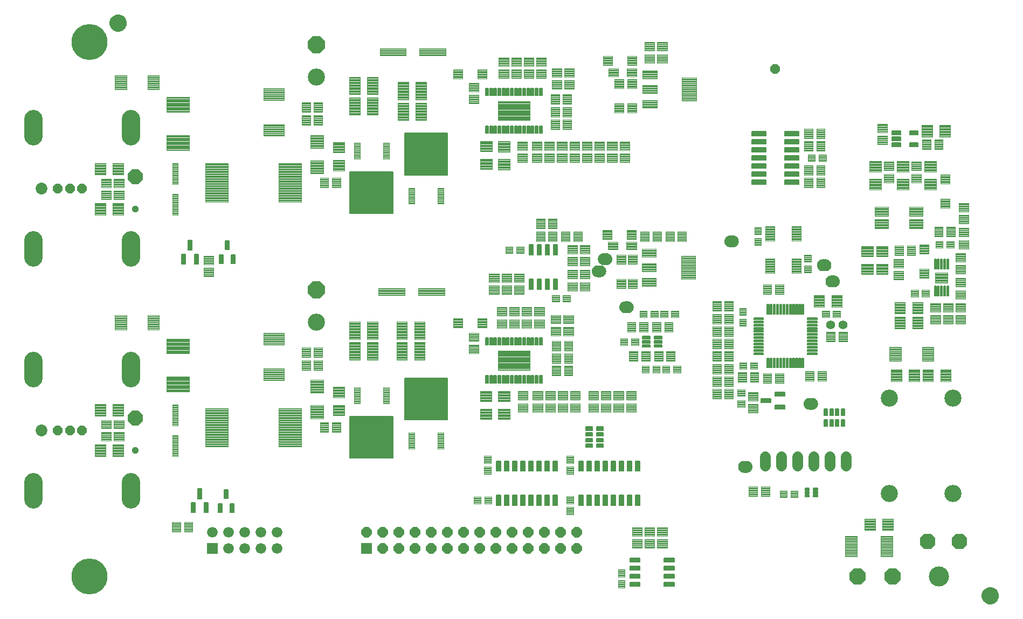
<source format=gts>
G75*
%MOIN*%
%OFA0B0*%
%FSLAX25Y25*%
%IPPOS*%
%LPD*%
%AMOC8*
5,1,8,0,0,1.08239X$1,22.5*
%
%ADD10C,0.13198*%
%ADD11C,0.00454*%
%ADD12C,0.00457*%
%ADD13OC8,0.10293*%
%ADD14C,0.12411*%
%ADD15C,0.00500*%
%ADD16OC8,0.09655*%
%ADD17C,0.00504*%
%ADD18C,0.00514*%
%ADD19C,0.00510*%
%ADD20C,0.00504*%
%ADD21C,0.00414*%
%ADD22C,0.10600*%
%ADD23C,0.00461*%
%ADD24C,0.00594*%
%ADD25C,0.00604*%
%ADD26C,0.06506*%
%ADD27C,0.00100*%
%ADD28C,0.05600*%
%ADD29C,0.00550*%
%ADD30C,0.00366*%
%ADD31C,0.00473*%
%ADD32C,0.00526*%
%ADD33C,0.00441*%
%ADD34C,0.00424*%
%ADD35C,0.00431*%
%ADD36OC8,0.05915*%
%ADD37OC8,0.09200*%
%ADD38OC8,0.04143*%
%ADD39C,0.11238*%
%ADD40OC8,0.06506*%
%ADD41R,0.06506X0.06506*%
%ADD42C,0.00428*%
%ADD43C,0.00408*%
%ADD44OC8,0.10600*%
%ADD45R,0.06600X0.06600*%
%ADD46C,0.06600*%
%ADD47C,0.07293*%
%ADD48C,0.00386*%
%ADD49C,0.00468*%
%ADD50C,0.00432*%
%ADD51C,0.00463*%
%ADD52C,0.00426*%
%ADD53C,0.00580*%
%ADD54C,0.22254*%
D10*
X0230514Y0052437D03*
X0230514Y0383146D03*
D11*
X0487873Y0256574D02*
X0492349Y0256574D01*
X0492349Y0252492D01*
X0487873Y0252492D01*
X0487873Y0256574D01*
X0487873Y0252945D02*
X0492349Y0252945D01*
X0492349Y0253398D02*
X0487873Y0253398D01*
X0487873Y0253851D02*
X0492349Y0253851D01*
X0492349Y0254304D02*
X0487873Y0254304D01*
X0487873Y0254757D02*
X0492349Y0254757D01*
X0492349Y0255210D02*
X0487873Y0255210D01*
X0487873Y0255663D02*
X0492349Y0255663D01*
X0492349Y0256116D02*
X0487873Y0256116D01*
X0487873Y0256569D02*
X0492349Y0256569D01*
X0494566Y0256574D02*
X0499042Y0256574D01*
X0499042Y0252492D01*
X0494566Y0252492D01*
X0494566Y0256574D01*
X0494566Y0252945D02*
X0499042Y0252945D01*
X0499042Y0253398D02*
X0494566Y0253398D01*
X0494566Y0253851D02*
X0499042Y0253851D01*
X0499042Y0254304D02*
X0494566Y0254304D01*
X0494566Y0254757D02*
X0499042Y0254757D01*
X0499042Y0255210D02*
X0494566Y0255210D01*
X0494566Y0255663D02*
X0499042Y0255663D01*
X0499042Y0256116D02*
X0494566Y0256116D01*
X0494566Y0256569D02*
X0499042Y0256569D01*
X0516623Y0226574D02*
X0521099Y0226574D01*
X0521099Y0222492D01*
X0516623Y0222492D01*
X0516623Y0226574D01*
X0516623Y0222945D02*
X0521099Y0222945D01*
X0521099Y0223398D02*
X0516623Y0223398D01*
X0516623Y0223851D02*
X0521099Y0223851D01*
X0521099Y0224304D02*
X0516623Y0224304D01*
X0516623Y0224757D02*
X0521099Y0224757D01*
X0521099Y0225210D02*
X0516623Y0225210D01*
X0516623Y0225663D02*
X0521099Y0225663D01*
X0521099Y0226116D02*
X0516623Y0226116D01*
X0516623Y0226569D02*
X0521099Y0226569D01*
X0523316Y0226574D02*
X0527792Y0226574D01*
X0527792Y0222492D01*
X0523316Y0222492D01*
X0523316Y0226574D01*
X0523316Y0222945D02*
X0527792Y0222945D01*
X0527792Y0223398D02*
X0523316Y0223398D01*
X0523316Y0223851D02*
X0527792Y0223851D01*
X0527792Y0224304D02*
X0523316Y0224304D01*
X0523316Y0224757D02*
X0527792Y0224757D01*
X0527792Y0225210D02*
X0523316Y0225210D01*
X0523316Y0225663D02*
X0527792Y0225663D01*
X0527792Y0226116D02*
X0523316Y0226116D01*
X0523316Y0226569D02*
X0527792Y0226569D01*
X0570873Y0217074D02*
X0575349Y0217074D01*
X0575349Y0212992D01*
X0570873Y0212992D01*
X0570873Y0217074D01*
X0570873Y0213445D02*
X0575349Y0213445D01*
X0575349Y0213898D02*
X0570873Y0213898D01*
X0570873Y0214351D02*
X0575349Y0214351D01*
X0575349Y0214804D02*
X0570873Y0214804D01*
X0570873Y0215257D02*
X0575349Y0215257D01*
X0575349Y0215710D02*
X0570873Y0215710D01*
X0570873Y0216163D02*
X0575349Y0216163D01*
X0575349Y0216616D02*
X0570873Y0216616D01*
X0570873Y0217069D02*
X0575349Y0217069D01*
X0577566Y0217074D02*
X0582042Y0217074D01*
X0582042Y0212992D01*
X0577566Y0212992D01*
X0577566Y0217074D01*
X0577566Y0213445D02*
X0582042Y0213445D01*
X0582042Y0213898D02*
X0577566Y0213898D01*
X0577566Y0214351D02*
X0582042Y0214351D01*
X0582042Y0214804D02*
X0577566Y0214804D01*
X0577566Y0215257D02*
X0582042Y0215257D01*
X0582042Y0215710D02*
X0577566Y0215710D01*
X0577566Y0216163D02*
X0582042Y0216163D01*
X0582042Y0216616D02*
X0577566Y0216616D01*
X0577566Y0217069D02*
X0582042Y0217069D01*
X0583623Y0212992D02*
X0588099Y0212992D01*
X0583623Y0212992D02*
X0583623Y0217074D01*
X0588099Y0217074D01*
X0588099Y0212992D01*
X0588099Y0213445D02*
X0583623Y0213445D01*
X0583623Y0213898D02*
X0588099Y0213898D01*
X0588099Y0214351D02*
X0583623Y0214351D01*
X0583623Y0214804D02*
X0588099Y0214804D01*
X0588099Y0215257D02*
X0583623Y0215257D01*
X0583623Y0215710D02*
X0588099Y0215710D01*
X0588099Y0216163D02*
X0583623Y0216163D01*
X0583623Y0216616D02*
X0588099Y0216616D01*
X0588099Y0217069D02*
X0583623Y0217069D01*
X0590316Y0212992D02*
X0594792Y0212992D01*
X0590316Y0212992D02*
X0590316Y0217074D01*
X0594792Y0217074D01*
X0594792Y0212992D01*
X0594792Y0213445D02*
X0590316Y0213445D01*
X0590316Y0213898D02*
X0594792Y0213898D01*
X0594792Y0214351D02*
X0590316Y0214351D01*
X0590316Y0214804D02*
X0594792Y0214804D01*
X0594792Y0215257D02*
X0590316Y0215257D01*
X0590316Y0215710D02*
X0594792Y0215710D01*
X0594792Y0216163D02*
X0590316Y0216163D01*
X0590316Y0216616D02*
X0594792Y0216616D01*
X0594792Y0217069D02*
X0590316Y0217069D01*
X0570042Y0199824D02*
X0565566Y0199824D01*
X0570042Y0199824D02*
X0570042Y0195742D01*
X0565566Y0195742D01*
X0565566Y0199824D01*
X0565566Y0196195D02*
X0570042Y0196195D01*
X0570042Y0196648D02*
X0565566Y0196648D01*
X0565566Y0197101D02*
X0570042Y0197101D01*
X0570042Y0197554D02*
X0565566Y0197554D01*
X0565566Y0198007D02*
X0570042Y0198007D01*
X0570042Y0198460D02*
X0565566Y0198460D01*
X0565566Y0198913D02*
X0570042Y0198913D01*
X0570042Y0199366D02*
X0565566Y0199366D01*
X0565566Y0199819D02*
X0570042Y0199819D01*
X0563349Y0199824D02*
X0558873Y0199824D01*
X0563349Y0199824D02*
X0563349Y0195742D01*
X0558873Y0195742D01*
X0558873Y0199824D01*
X0558873Y0196195D02*
X0563349Y0196195D01*
X0563349Y0196648D02*
X0558873Y0196648D01*
X0558873Y0197101D02*
X0563349Y0197101D01*
X0563349Y0197554D02*
X0558873Y0197554D01*
X0558873Y0198007D02*
X0563349Y0198007D01*
X0563349Y0198460D02*
X0558873Y0198460D01*
X0558873Y0198913D02*
X0563349Y0198913D01*
X0563349Y0199366D02*
X0558873Y0199366D01*
X0558873Y0199819D02*
X0563349Y0199819D01*
X0572123Y0182824D02*
X0576599Y0182824D01*
X0576599Y0178742D01*
X0572123Y0178742D01*
X0572123Y0182824D01*
X0572123Y0179195D02*
X0576599Y0179195D01*
X0576599Y0179648D02*
X0572123Y0179648D01*
X0572123Y0180101D02*
X0576599Y0180101D01*
X0576599Y0180554D02*
X0572123Y0180554D01*
X0572123Y0181007D02*
X0576599Y0181007D01*
X0576599Y0181460D02*
X0572123Y0181460D01*
X0572123Y0181913D02*
X0576599Y0181913D01*
X0576599Y0182366D02*
X0572123Y0182366D01*
X0572123Y0182819D02*
X0576599Y0182819D01*
X0578816Y0182824D02*
X0583292Y0182824D01*
X0583292Y0178742D01*
X0578816Y0178742D01*
X0578816Y0182824D01*
X0578816Y0179195D02*
X0583292Y0179195D01*
X0583292Y0179648D02*
X0578816Y0179648D01*
X0578816Y0180101D02*
X0583292Y0180101D01*
X0583292Y0180554D02*
X0578816Y0180554D01*
X0578816Y0181007D02*
X0583292Y0181007D01*
X0583292Y0181460D02*
X0578816Y0181460D01*
X0578816Y0181913D02*
X0583292Y0181913D01*
X0583292Y0182366D02*
X0578816Y0182366D01*
X0578816Y0182819D02*
X0583292Y0182819D01*
X0584873Y0178742D02*
X0589349Y0178742D01*
X0584873Y0178742D02*
X0584873Y0182824D01*
X0589349Y0182824D01*
X0589349Y0178742D01*
X0589349Y0179195D02*
X0584873Y0179195D01*
X0584873Y0179648D02*
X0589349Y0179648D01*
X0589349Y0180101D02*
X0584873Y0180101D01*
X0584873Y0180554D02*
X0589349Y0180554D01*
X0589349Y0181007D02*
X0584873Y0181007D01*
X0584873Y0181460D02*
X0589349Y0181460D01*
X0589349Y0181913D02*
X0584873Y0181913D01*
X0584873Y0182366D02*
X0589349Y0182366D01*
X0589349Y0182819D02*
X0584873Y0182819D01*
X0591566Y0178742D02*
X0596042Y0178742D01*
X0591566Y0178742D02*
X0591566Y0182824D01*
X0596042Y0182824D01*
X0596042Y0178742D01*
X0596042Y0179195D02*
X0591566Y0179195D01*
X0591566Y0179648D02*
X0596042Y0179648D01*
X0596042Y0180101D02*
X0591566Y0180101D01*
X0591566Y0180554D02*
X0596042Y0180554D01*
X0596042Y0181007D02*
X0591566Y0181007D01*
X0591566Y0181460D02*
X0596042Y0181460D01*
X0596042Y0181913D02*
X0591566Y0181913D01*
X0591566Y0182366D02*
X0596042Y0182366D01*
X0596042Y0182819D02*
X0591566Y0182819D01*
X0632373Y0185074D02*
X0636849Y0185074D01*
X0636849Y0180992D01*
X0632373Y0180992D01*
X0632373Y0185074D01*
X0632373Y0181445D02*
X0636849Y0181445D01*
X0636849Y0181898D02*
X0632373Y0181898D01*
X0632373Y0182351D02*
X0636849Y0182351D01*
X0636849Y0182804D02*
X0632373Y0182804D01*
X0632373Y0183257D02*
X0636849Y0183257D01*
X0636849Y0183710D02*
X0632373Y0183710D01*
X0632373Y0184163D02*
X0636849Y0184163D01*
X0636849Y0184616D02*
X0632373Y0184616D01*
X0632373Y0185069D02*
X0636849Y0185069D01*
X0639066Y0185074D02*
X0643542Y0185074D01*
X0643542Y0180992D01*
X0639066Y0180992D01*
X0639066Y0185074D01*
X0639066Y0181445D02*
X0643542Y0181445D01*
X0643542Y0181898D02*
X0639066Y0181898D01*
X0639066Y0182351D02*
X0643542Y0182351D01*
X0643542Y0182804D02*
X0639066Y0182804D01*
X0639066Y0183257D02*
X0643542Y0183257D01*
X0643542Y0183710D02*
X0639066Y0183710D01*
X0639066Y0184163D02*
X0643542Y0184163D01*
X0643542Y0184616D02*
X0639066Y0184616D01*
X0639066Y0185069D02*
X0643542Y0185069D01*
X0635695Y0168171D02*
X0635695Y0164089D01*
X0631219Y0164089D01*
X0631219Y0168171D01*
X0635695Y0168171D01*
X0635695Y0164542D02*
X0631219Y0164542D01*
X0631219Y0164995D02*
X0635695Y0164995D01*
X0635695Y0165448D02*
X0631219Y0165448D01*
X0631219Y0165901D02*
X0635695Y0165901D01*
X0635695Y0166354D02*
X0631219Y0166354D01*
X0631219Y0166807D02*
X0635695Y0166807D01*
X0635695Y0167260D02*
X0631219Y0167260D01*
X0631219Y0167713D02*
X0635695Y0167713D01*
X0635695Y0168166D02*
X0631219Y0168166D01*
X0635695Y0161478D02*
X0635695Y0157396D01*
X0631219Y0157396D01*
X0631219Y0161478D01*
X0635695Y0161478D01*
X0635695Y0157849D02*
X0631219Y0157849D01*
X0631219Y0158302D02*
X0635695Y0158302D01*
X0635695Y0158755D02*
X0631219Y0158755D01*
X0631219Y0159208D02*
X0635695Y0159208D01*
X0635695Y0159661D02*
X0631219Y0159661D01*
X0631219Y0160114D02*
X0635695Y0160114D01*
X0635695Y0160567D02*
X0631219Y0160567D01*
X0631219Y0161020D02*
X0635695Y0161020D01*
X0635695Y0161473D02*
X0631219Y0161473D01*
X0632416Y0207449D02*
X0632416Y0211925D01*
X0636498Y0211925D01*
X0636498Y0207449D01*
X0632416Y0207449D01*
X0632416Y0207902D02*
X0636498Y0207902D01*
X0636498Y0208355D02*
X0632416Y0208355D01*
X0632416Y0208808D02*
X0636498Y0208808D01*
X0636498Y0209261D02*
X0632416Y0209261D01*
X0632416Y0209714D02*
X0636498Y0209714D01*
X0636498Y0210167D02*
X0632416Y0210167D01*
X0632416Y0210620D02*
X0636498Y0210620D01*
X0636498Y0211073D02*
X0632416Y0211073D01*
X0632416Y0211526D02*
X0636498Y0211526D01*
X0632416Y0214142D02*
X0632416Y0218618D01*
X0636498Y0218618D01*
X0636498Y0214142D01*
X0632416Y0214142D01*
X0632416Y0214595D02*
X0636498Y0214595D01*
X0636498Y0215048D02*
X0632416Y0215048D01*
X0632416Y0215501D02*
X0636498Y0215501D01*
X0636498Y0215954D02*
X0632416Y0215954D01*
X0632416Y0216407D02*
X0636498Y0216407D01*
X0636498Y0216860D02*
X0632416Y0216860D01*
X0632416Y0217313D02*
X0636498Y0217313D01*
X0636498Y0217766D02*
X0632416Y0217766D01*
X0632416Y0218219D02*
X0636498Y0218219D01*
X0672666Y0240449D02*
X0672666Y0244925D01*
X0676748Y0244925D01*
X0676748Y0240449D01*
X0672666Y0240449D01*
X0672666Y0240902D02*
X0676748Y0240902D01*
X0676748Y0241355D02*
X0672666Y0241355D01*
X0672666Y0241808D02*
X0676748Y0241808D01*
X0676748Y0242261D02*
X0672666Y0242261D01*
X0672666Y0242714D02*
X0676748Y0242714D01*
X0676748Y0243167D02*
X0672666Y0243167D01*
X0672666Y0243620D02*
X0676748Y0243620D01*
X0676748Y0244073D02*
X0672666Y0244073D01*
X0672666Y0244526D02*
X0676748Y0244526D01*
X0672666Y0247142D02*
X0672666Y0251618D01*
X0676748Y0251618D01*
X0676748Y0247142D01*
X0672666Y0247142D01*
X0672666Y0247595D02*
X0676748Y0247595D01*
X0676748Y0248048D02*
X0672666Y0248048D01*
X0672666Y0248501D02*
X0676748Y0248501D01*
X0676748Y0248954D02*
X0672666Y0248954D01*
X0672666Y0249407D02*
X0676748Y0249407D01*
X0676748Y0249860D02*
X0672666Y0249860D01*
X0672666Y0250313D02*
X0676748Y0250313D01*
X0676748Y0250766D02*
X0672666Y0250766D01*
X0672666Y0251219D02*
X0676748Y0251219D01*
X0645998Y0257449D02*
X0645998Y0261925D01*
X0645998Y0257449D02*
X0641916Y0257449D01*
X0641916Y0261925D01*
X0645998Y0261925D01*
X0645998Y0257902D02*
X0641916Y0257902D01*
X0641916Y0258355D02*
X0645998Y0258355D01*
X0645998Y0258808D02*
X0641916Y0258808D01*
X0641916Y0259261D02*
X0645998Y0259261D01*
X0645998Y0259714D02*
X0641916Y0259714D01*
X0641916Y0260167D02*
X0645998Y0260167D01*
X0645998Y0260620D02*
X0641916Y0260620D01*
X0641916Y0261073D02*
X0645998Y0261073D01*
X0645998Y0261526D02*
X0641916Y0261526D01*
X0645998Y0264142D02*
X0645998Y0268618D01*
X0645998Y0264142D02*
X0641916Y0264142D01*
X0641916Y0268618D01*
X0645998Y0268618D01*
X0645998Y0264595D02*
X0641916Y0264595D01*
X0641916Y0265048D02*
X0645998Y0265048D01*
X0645998Y0265501D02*
X0641916Y0265501D01*
X0641916Y0265954D02*
X0645998Y0265954D01*
X0645998Y0266407D02*
X0641916Y0266407D01*
X0641916Y0266860D02*
X0645998Y0266860D01*
X0645998Y0267313D02*
X0641916Y0267313D01*
X0641916Y0267766D02*
X0645998Y0267766D01*
X0645998Y0268219D02*
X0641916Y0268219D01*
X0674873Y0309492D02*
X0679349Y0309492D01*
X0674873Y0309492D02*
X0674873Y0313574D01*
X0679349Y0313574D01*
X0679349Y0309492D01*
X0679349Y0309945D02*
X0674873Y0309945D01*
X0674873Y0310398D02*
X0679349Y0310398D01*
X0679349Y0310851D02*
X0674873Y0310851D01*
X0674873Y0311304D02*
X0679349Y0311304D01*
X0679349Y0311757D02*
X0674873Y0311757D01*
X0674873Y0312210D02*
X0679349Y0312210D01*
X0679349Y0312663D02*
X0674873Y0312663D01*
X0674873Y0313116D02*
X0679349Y0313116D01*
X0679349Y0313569D02*
X0674873Y0313569D01*
X0681566Y0309492D02*
X0686042Y0309492D01*
X0681566Y0309492D02*
X0681566Y0313574D01*
X0686042Y0313574D01*
X0686042Y0309492D01*
X0686042Y0309945D02*
X0681566Y0309945D01*
X0681566Y0310398D02*
X0686042Y0310398D01*
X0686042Y0310851D02*
X0681566Y0310851D01*
X0681566Y0311304D02*
X0686042Y0311304D01*
X0686042Y0311757D02*
X0681566Y0311757D01*
X0681566Y0312210D02*
X0686042Y0312210D01*
X0686042Y0312663D02*
X0681566Y0312663D01*
X0681566Y0313116D02*
X0686042Y0313116D01*
X0686042Y0313569D02*
X0681566Y0313569D01*
X0753873Y0255992D02*
X0758349Y0255992D01*
X0753873Y0255992D02*
X0753873Y0260074D01*
X0758349Y0260074D01*
X0758349Y0255992D01*
X0758349Y0256445D02*
X0753873Y0256445D01*
X0753873Y0256898D02*
X0758349Y0256898D01*
X0758349Y0257351D02*
X0753873Y0257351D01*
X0753873Y0257804D02*
X0758349Y0257804D01*
X0758349Y0258257D02*
X0753873Y0258257D01*
X0753873Y0258710D02*
X0758349Y0258710D01*
X0758349Y0259163D02*
X0753873Y0259163D01*
X0753873Y0259616D02*
X0758349Y0259616D01*
X0758349Y0260069D02*
X0753873Y0260069D01*
X0760566Y0255992D02*
X0765042Y0255992D01*
X0760566Y0255992D02*
X0760566Y0260074D01*
X0765042Y0260074D01*
X0765042Y0255992D01*
X0765042Y0256445D02*
X0760566Y0256445D01*
X0760566Y0256898D02*
X0765042Y0256898D01*
X0765042Y0257351D02*
X0760566Y0257351D01*
X0760566Y0257804D02*
X0765042Y0257804D01*
X0765042Y0258257D02*
X0760566Y0258257D01*
X0760566Y0258710D02*
X0765042Y0258710D01*
X0765042Y0259163D02*
X0760566Y0259163D01*
X0760566Y0259616D02*
X0765042Y0259616D01*
X0765042Y0260069D02*
X0760566Y0260069D01*
X0749792Y0225742D02*
X0745316Y0225742D01*
X0745316Y0229824D01*
X0749792Y0229824D01*
X0749792Y0225742D01*
X0749792Y0226195D02*
X0745316Y0226195D01*
X0745316Y0226648D02*
X0749792Y0226648D01*
X0749792Y0227101D02*
X0745316Y0227101D01*
X0745316Y0227554D02*
X0749792Y0227554D01*
X0749792Y0228007D02*
X0745316Y0228007D01*
X0745316Y0228460D02*
X0749792Y0228460D01*
X0749792Y0228913D02*
X0745316Y0228913D01*
X0745316Y0229366D02*
X0749792Y0229366D01*
X0749792Y0229819D02*
X0745316Y0229819D01*
X0743099Y0225742D02*
X0738623Y0225742D01*
X0738623Y0229824D01*
X0743099Y0229824D01*
X0743099Y0225742D01*
X0743099Y0226195D02*
X0738623Y0226195D01*
X0738623Y0226648D02*
X0743099Y0226648D01*
X0743099Y0227101D02*
X0738623Y0227101D01*
X0738623Y0227554D02*
X0743099Y0227554D01*
X0743099Y0228007D02*
X0738623Y0228007D01*
X0738623Y0228460D02*
X0743099Y0228460D01*
X0743099Y0228913D02*
X0738623Y0228913D01*
X0738623Y0229366D02*
X0743099Y0229366D01*
X0743099Y0229819D02*
X0738623Y0229819D01*
X0694792Y0217074D02*
X0690316Y0217074D01*
X0694792Y0217074D02*
X0694792Y0212992D01*
X0690316Y0212992D01*
X0690316Y0217074D01*
X0690316Y0213445D02*
X0694792Y0213445D01*
X0694792Y0213898D02*
X0690316Y0213898D01*
X0690316Y0214351D02*
X0694792Y0214351D01*
X0694792Y0214804D02*
X0690316Y0214804D01*
X0690316Y0215257D02*
X0694792Y0215257D01*
X0694792Y0215710D02*
X0690316Y0215710D01*
X0690316Y0216163D02*
X0694792Y0216163D01*
X0694792Y0216616D02*
X0690316Y0216616D01*
X0690316Y0217069D02*
X0694792Y0217069D01*
X0688099Y0217074D02*
X0683623Y0217074D01*
X0688099Y0217074D02*
X0688099Y0212992D01*
X0683623Y0212992D01*
X0683623Y0217074D01*
X0683623Y0213445D02*
X0688099Y0213445D01*
X0688099Y0213898D02*
X0683623Y0213898D01*
X0683623Y0214351D02*
X0688099Y0214351D01*
X0688099Y0214804D02*
X0683623Y0214804D01*
X0683623Y0215257D02*
X0688099Y0215257D01*
X0688099Y0215710D02*
X0683623Y0215710D01*
X0683623Y0216163D02*
X0688099Y0216163D01*
X0688099Y0216616D02*
X0683623Y0216616D01*
X0683623Y0217069D02*
X0688099Y0217069D01*
X0525666Y0127118D02*
X0525666Y0122642D01*
X0525666Y0127118D02*
X0529748Y0127118D01*
X0529748Y0122642D01*
X0525666Y0122642D01*
X0525666Y0123095D02*
X0529748Y0123095D01*
X0529748Y0123548D02*
X0525666Y0123548D01*
X0525666Y0124001D02*
X0529748Y0124001D01*
X0529748Y0124454D02*
X0525666Y0124454D01*
X0525666Y0124907D02*
X0529748Y0124907D01*
X0529748Y0125360D02*
X0525666Y0125360D01*
X0525666Y0125813D02*
X0529748Y0125813D01*
X0529748Y0126266D02*
X0525666Y0126266D01*
X0525666Y0126719D02*
X0529748Y0126719D01*
X0525666Y0120425D02*
X0525666Y0115949D01*
X0525666Y0120425D02*
X0529748Y0120425D01*
X0529748Y0115949D01*
X0525666Y0115949D01*
X0525666Y0116402D02*
X0529748Y0116402D01*
X0529748Y0116855D02*
X0525666Y0116855D01*
X0525666Y0117308D02*
X0529748Y0117308D01*
X0529748Y0117761D02*
X0525666Y0117761D01*
X0525666Y0118214D02*
X0529748Y0118214D01*
X0529748Y0118667D02*
X0525666Y0118667D01*
X0525666Y0119120D02*
X0529748Y0119120D01*
X0529748Y0119573D02*
X0525666Y0119573D01*
X0525666Y0120026D02*
X0529748Y0120026D01*
X0525666Y0102118D02*
X0525666Y0097642D01*
X0525666Y0102118D02*
X0529748Y0102118D01*
X0529748Y0097642D01*
X0525666Y0097642D01*
X0525666Y0098095D02*
X0529748Y0098095D01*
X0529748Y0098548D02*
X0525666Y0098548D01*
X0525666Y0099001D02*
X0529748Y0099001D01*
X0529748Y0099454D02*
X0525666Y0099454D01*
X0525666Y0099907D02*
X0529748Y0099907D01*
X0529748Y0100360D02*
X0525666Y0100360D01*
X0525666Y0100813D02*
X0529748Y0100813D01*
X0529748Y0101266D02*
X0525666Y0101266D01*
X0525666Y0101719D02*
X0529748Y0101719D01*
X0525666Y0095425D02*
X0525666Y0090949D01*
X0525666Y0095425D02*
X0529748Y0095425D01*
X0529748Y0090949D01*
X0525666Y0090949D01*
X0525666Y0091402D02*
X0529748Y0091402D01*
X0529748Y0091855D02*
X0525666Y0091855D01*
X0525666Y0092308D02*
X0529748Y0092308D01*
X0529748Y0092761D02*
X0525666Y0092761D01*
X0525666Y0093214D02*
X0529748Y0093214D01*
X0529748Y0093667D02*
X0525666Y0093667D01*
X0525666Y0094120D02*
X0529748Y0094120D01*
X0529748Y0094573D02*
X0525666Y0094573D01*
X0525666Y0095026D02*
X0529748Y0095026D01*
X0479292Y0101824D02*
X0474816Y0101824D01*
X0479292Y0101824D02*
X0479292Y0097742D01*
X0474816Y0097742D01*
X0474816Y0101824D01*
X0474816Y0098195D02*
X0479292Y0098195D01*
X0479292Y0098648D02*
X0474816Y0098648D01*
X0474816Y0099101D02*
X0479292Y0099101D01*
X0479292Y0099554D02*
X0474816Y0099554D01*
X0474816Y0100007D02*
X0479292Y0100007D01*
X0479292Y0100460D02*
X0474816Y0100460D01*
X0474816Y0100913D02*
X0479292Y0100913D01*
X0479292Y0101366D02*
X0474816Y0101366D01*
X0474816Y0101819D02*
X0479292Y0101819D01*
X0472599Y0101824D02*
X0468123Y0101824D01*
X0472599Y0101824D02*
X0472599Y0097742D01*
X0468123Y0097742D01*
X0468123Y0101824D01*
X0468123Y0098195D02*
X0472599Y0098195D01*
X0472599Y0098648D02*
X0468123Y0098648D01*
X0468123Y0099101D02*
X0472599Y0099101D01*
X0472599Y0099554D02*
X0468123Y0099554D01*
X0468123Y0100007D02*
X0472599Y0100007D01*
X0472599Y0100460D02*
X0468123Y0100460D01*
X0468123Y0100913D02*
X0472599Y0100913D01*
X0472599Y0101366D02*
X0468123Y0101366D01*
X0468123Y0101819D02*
X0472599Y0101819D01*
X0474666Y0115949D02*
X0474666Y0120425D01*
X0478748Y0120425D01*
X0478748Y0115949D01*
X0474666Y0115949D01*
X0474666Y0116402D02*
X0478748Y0116402D01*
X0478748Y0116855D02*
X0474666Y0116855D01*
X0474666Y0117308D02*
X0478748Y0117308D01*
X0478748Y0117761D02*
X0474666Y0117761D01*
X0474666Y0118214D02*
X0478748Y0118214D01*
X0478748Y0118667D02*
X0474666Y0118667D01*
X0474666Y0119120D02*
X0478748Y0119120D01*
X0478748Y0119573D02*
X0474666Y0119573D01*
X0474666Y0120026D02*
X0478748Y0120026D01*
X0474666Y0122642D02*
X0474666Y0127118D01*
X0478748Y0127118D01*
X0478748Y0122642D01*
X0474666Y0122642D01*
X0474666Y0123095D02*
X0478748Y0123095D01*
X0478748Y0123548D02*
X0474666Y0123548D01*
X0474666Y0124001D02*
X0478748Y0124001D01*
X0478748Y0124454D02*
X0474666Y0124454D01*
X0474666Y0124907D02*
X0478748Y0124907D01*
X0478748Y0125360D02*
X0474666Y0125360D01*
X0474666Y0125813D02*
X0478748Y0125813D01*
X0478748Y0126266D02*
X0474666Y0126266D01*
X0474666Y0126719D02*
X0478748Y0126719D01*
X0557416Y0056868D02*
X0557416Y0052392D01*
X0557416Y0056868D02*
X0561498Y0056868D01*
X0561498Y0052392D01*
X0557416Y0052392D01*
X0557416Y0052845D02*
X0561498Y0052845D01*
X0561498Y0053298D02*
X0557416Y0053298D01*
X0557416Y0053751D02*
X0561498Y0053751D01*
X0561498Y0054204D02*
X0557416Y0054204D01*
X0557416Y0054657D02*
X0561498Y0054657D01*
X0561498Y0055110D02*
X0557416Y0055110D01*
X0557416Y0055563D02*
X0561498Y0055563D01*
X0561498Y0056016D02*
X0557416Y0056016D01*
X0557416Y0056469D02*
X0561498Y0056469D01*
X0557416Y0050175D02*
X0557416Y0045699D01*
X0557416Y0050175D02*
X0561498Y0050175D01*
X0561498Y0045699D01*
X0557416Y0045699D01*
X0557416Y0046152D02*
X0561498Y0046152D01*
X0561498Y0046605D02*
X0557416Y0046605D01*
X0557416Y0047058D02*
X0561498Y0047058D01*
X0561498Y0047511D02*
X0557416Y0047511D01*
X0557416Y0047964D02*
X0561498Y0047964D01*
X0561498Y0048417D02*
X0557416Y0048417D01*
X0557416Y0048870D02*
X0561498Y0048870D01*
X0561498Y0049323D02*
X0557416Y0049323D01*
X0557416Y0049776D02*
X0561498Y0049776D01*
X0657373Y0105574D02*
X0661849Y0105574D01*
X0661849Y0101492D01*
X0657373Y0101492D01*
X0657373Y0105574D01*
X0657373Y0101945D02*
X0661849Y0101945D01*
X0661849Y0102398D02*
X0657373Y0102398D01*
X0657373Y0102851D02*
X0661849Y0102851D01*
X0661849Y0103304D02*
X0657373Y0103304D01*
X0657373Y0103757D02*
X0661849Y0103757D01*
X0661849Y0104210D02*
X0657373Y0104210D01*
X0657373Y0104663D02*
X0661849Y0104663D01*
X0661849Y0105116D02*
X0657373Y0105116D01*
X0657373Y0105569D02*
X0661849Y0105569D01*
X0664066Y0105574D02*
X0668542Y0105574D01*
X0668542Y0101492D01*
X0664066Y0101492D01*
X0664066Y0105574D01*
X0664066Y0101945D02*
X0668542Y0101945D01*
X0668542Y0102398D02*
X0664066Y0102398D01*
X0664066Y0102851D02*
X0668542Y0102851D01*
X0668542Y0103304D02*
X0664066Y0103304D01*
X0664066Y0103757D02*
X0668542Y0103757D01*
X0668542Y0104210D02*
X0664066Y0104210D01*
X0664066Y0104663D02*
X0668542Y0104663D01*
X0668542Y0105116D02*
X0664066Y0105116D01*
X0664066Y0105569D02*
X0668542Y0105569D01*
D12*
X0651079Y0108308D02*
X0645817Y0108308D01*
X0651079Y0108308D02*
X0651079Y0102258D01*
X0645817Y0102258D01*
X0645817Y0108308D01*
X0645817Y0102714D02*
X0651079Y0102714D01*
X0651079Y0103170D02*
X0645817Y0103170D01*
X0645817Y0103626D02*
X0651079Y0103626D01*
X0651079Y0104082D02*
X0645817Y0104082D01*
X0645817Y0104538D02*
X0651079Y0104538D01*
X0651079Y0104994D02*
X0645817Y0104994D01*
X0645817Y0105450D02*
X0651079Y0105450D01*
X0651079Y0105906D02*
X0645817Y0105906D01*
X0645817Y0106362D02*
X0651079Y0106362D01*
X0651079Y0106818D02*
X0645817Y0106818D01*
X0645817Y0107274D02*
X0651079Y0107274D01*
X0651079Y0107730D02*
X0645817Y0107730D01*
X0645817Y0108186D02*
X0651079Y0108186D01*
X0643598Y0108308D02*
X0638336Y0108308D01*
X0643598Y0108308D02*
X0643598Y0102258D01*
X0638336Y0102258D01*
X0638336Y0108308D01*
X0638336Y0102714D02*
X0643598Y0102714D01*
X0643598Y0103170D02*
X0638336Y0103170D01*
X0638336Y0103626D02*
X0643598Y0103626D01*
X0643598Y0104082D02*
X0638336Y0104082D01*
X0638336Y0104538D02*
X0643598Y0104538D01*
X0643598Y0104994D02*
X0638336Y0104994D01*
X0638336Y0105450D02*
X0643598Y0105450D01*
X0643598Y0105906D02*
X0638336Y0105906D01*
X0638336Y0106362D02*
X0643598Y0106362D01*
X0643598Y0106818D02*
X0638336Y0106818D01*
X0638336Y0107274D02*
X0643598Y0107274D01*
X0643598Y0107730D02*
X0638336Y0107730D01*
X0638336Y0108186D02*
X0643598Y0108186D01*
X0581682Y0082905D02*
X0581682Y0077643D01*
X0581682Y0082905D02*
X0587732Y0082905D01*
X0587732Y0077643D01*
X0581682Y0077643D01*
X0581682Y0078099D02*
X0587732Y0078099D01*
X0587732Y0078555D02*
X0581682Y0078555D01*
X0581682Y0079011D02*
X0587732Y0079011D01*
X0587732Y0079467D02*
X0581682Y0079467D01*
X0581682Y0079923D02*
X0587732Y0079923D01*
X0587732Y0080379D02*
X0581682Y0080379D01*
X0581682Y0080835D02*
X0587732Y0080835D01*
X0587732Y0081291D02*
X0581682Y0081291D01*
X0581682Y0081747D02*
X0587732Y0081747D01*
X0587732Y0082203D02*
X0581682Y0082203D01*
X0581682Y0082659D02*
X0587732Y0082659D01*
X0573932Y0082905D02*
X0573932Y0077643D01*
X0573932Y0082905D02*
X0579982Y0082905D01*
X0579982Y0077643D01*
X0573932Y0077643D01*
X0573932Y0078099D02*
X0579982Y0078099D01*
X0579982Y0078555D02*
X0573932Y0078555D01*
X0573932Y0079011D02*
X0579982Y0079011D01*
X0579982Y0079467D02*
X0573932Y0079467D01*
X0573932Y0079923D02*
X0579982Y0079923D01*
X0579982Y0080379D02*
X0573932Y0080379D01*
X0573932Y0080835D02*
X0579982Y0080835D01*
X0579982Y0081291D02*
X0573932Y0081291D01*
X0573932Y0081747D02*
X0579982Y0081747D01*
X0579982Y0082203D02*
X0573932Y0082203D01*
X0573932Y0082659D02*
X0579982Y0082659D01*
X0566182Y0082905D02*
X0566182Y0077643D01*
X0566182Y0082905D02*
X0572232Y0082905D01*
X0572232Y0077643D01*
X0566182Y0077643D01*
X0566182Y0078099D02*
X0572232Y0078099D01*
X0572232Y0078555D02*
X0566182Y0078555D01*
X0566182Y0079011D02*
X0572232Y0079011D01*
X0572232Y0079467D02*
X0566182Y0079467D01*
X0566182Y0079923D02*
X0572232Y0079923D01*
X0572232Y0080379D02*
X0566182Y0080379D01*
X0566182Y0080835D02*
X0572232Y0080835D01*
X0572232Y0081291D02*
X0566182Y0081291D01*
X0566182Y0081747D02*
X0572232Y0081747D01*
X0572232Y0082203D02*
X0566182Y0082203D01*
X0566182Y0082659D02*
X0572232Y0082659D01*
X0566182Y0075424D02*
X0566182Y0070162D01*
X0566182Y0075424D02*
X0572232Y0075424D01*
X0572232Y0070162D01*
X0566182Y0070162D01*
X0566182Y0070618D02*
X0572232Y0070618D01*
X0572232Y0071074D02*
X0566182Y0071074D01*
X0566182Y0071530D02*
X0572232Y0071530D01*
X0572232Y0071986D02*
X0566182Y0071986D01*
X0566182Y0072442D02*
X0572232Y0072442D01*
X0572232Y0072898D02*
X0566182Y0072898D01*
X0566182Y0073354D02*
X0572232Y0073354D01*
X0572232Y0073810D02*
X0566182Y0073810D01*
X0566182Y0074266D02*
X0572232Y0074266D01*
X0572232Y0074722D02*
X0566182Y0074722D01*
X0566182Y0075178D02*
X0572232Y0075178D01*
X0573932Y0075424D02*
X0573932Y0070162D01*
X0573932Y0075424D02*
X0579982Y0075424D01*
X0579982Y0070162D01*
X0573932Y0070162D01*
X0573932Y0070618D02*
X0579982Y0070618D01*
X0579982Y0071074D02*
X0573932Y0071074D01*
X0573932Y0071530D02*
X0579982Y0071530D01*
X0579982Y0071986D02*
X0573932Y0071986D01*
X0573932Y0072442D02*
X0579982Y0072442D01*
X0579982Y0072898D02*
X0573932Y0072898D01*
X0573932Y0073354D02*
X0579982Y0073354D01*
X0579982Y0073810D02*
X0573932Y0073810D01*
X0573932Y0074266D02*
X0579982Y0074266D01*
X0579982Y0074722D02*
X0573932Y0074722D01*
X0573932Y0075178D02*
X0579982Y0075178D01*
X0581682Y0075424D02*
X0581682Y0070162D01*
X0581682Y0075424D02*
X0587732Y0075424D01*
X0587732Y0070162D01*
X0581682Y0070162D01*
X0581682Y0070618D02*
X0587732Y0070618D01*
X0587732Y0071074D02*
X0581682Y0071074D01*
X0581682Y0071530D02*
X0587732Y0071530D01*
X0587732Y0071986D02*
X0581682Y0071986D01*
X0581682Y0072442D02*
X0587732Y0072442D01*
X0587732Y0072898D02*
X0581682Y0072898D01*
X0581682Y0073354D02*
X0587732Y0073354D01*
X0587732Y0073810D02*
X0581682Y0073810D01*
X0581682Y0074266D02*
X0587732Y0074266D01*
X0587732Y0074722D02*
X0581682Y0074722D01*
X0581682Y0075178D02*
X0587732Y0075178D01*
X0562432Y0154412D02*
X0562432Y0159674D01*
X0568482Y0159674D01*
X0568482Y0154412D01*
X0562432Y0154412D01*
X0562432Y0154868D02*
X0568482Y0154868D01*
X0568482Y0155324D02*
X0562432Y0155324D01*
X0562432Y0155780D02*
X0568482Y0155780D01*
X0568482Y0156236D02*
X0562432Y0156236D01*
X0562432Y0156692D02*
X0568482Y0156692D01*
X0568482Y0157148D02*
X0562432Y0157148D01*
X0562432Y0157604D02*
X0568482Y0157604D01*
X0568482Y0158060D02*
X0562432Y0158060D01*
X0562432Y0158516D02*
X0568482Y0158516D01*
X0568482Y0158972D02*
X0562432Y0158972D01*
X0562432Y0159428D02*
X0568482Y0159428D01*
X0562432Y0161893D02*
X0562432Y0167155D01*
X0568482Y0167155D01*
X0568482Y0161893D01*
X0562432Y0161893D01*
X0562432Y0162349D02*
X0568482Y0162349D01*
X0568482Y0162805D02*
X0562432Y0162805D01*
X0562432Y0163261D02*
X0568482Y0163261D01*
X0568482Y0163717D02*
X0562432Y0163717D01*
X0562432Y0164173D02*
X0568482Y0164173D01*
X0568482Y0164629D02*
X0562432Y0164629D01*
X0562432Y0165085D02*
X0568482Y0165085D01*
X0568482Y0165541D02*
X0562432Y0165541D01*
X0562432Y0165997D02*
X0568482Y0165997D01*
X0568482Y0166453D02*
X0562432Y0166453D01*
X0562432Y0166909D02*
X0568482Y0166909D01*
X0560732Y0167155D02*
X0560732Y0161893D01*
X0554682Y0161893D01*
X0554682Y0167155D01*
X0560732Y0167155D01*
X0560732Y0162349D02*
X0554682Y0162349D01*
X0554682Y0162805D02*
X0560732Y0162805D01*
X0560732Y0163261D02*
X0554682Y0163261D01*
X0554682Y0163717D02*
X0560732Y0163717D01*
X0560732Y0164173D02*
X0554682Y0164173D01*
X0554682Y0164629D02*
X0560732Y0164629D01*
X0560732Y0165085D02*
X0554682Y0165085D01*
X0554682Y0165541D02*
X0560732Y0165541D01*
X0560732Y0165997D02*
X0554682Y0165997D01*
X0554682Y0166453D02*
X0560732Y0166453D01*
X0560732Y0166909D02*
X0554682Y0166909D01*
X0552982Y0167155D02*
X0552982Y0161893D01*
X0546932Y0161893D01*
X0546932Y0167155D01*
X0552982Y0167155D01*
X0552982Y0162349D02*
X0546932Y0162349D01*
X0546932Y0162805D02*
X0552982Y0162805D01*
X0552982Y0163261D02*
X0546932Y0163261D01*
X0546932Y0163717D02*
X0552982Y0163717D01*
X0552982Y0164173D02*
X0546932Y0164173D01*
X0546932Y0164629D02*
X0552982Y0164629D01*
X0552982Y0165085D02*
X0546932Y0165085D01*
X0546932Y0165541D02*
X0552982Y0165541D01*
X0552982Y0165997D02*
X0546932Y0165997D01*
X0546932Y0166453D02*
X0552982Y0166453D01*
X0552982Y0166909D02*
X0546932Y0166909D01*
X0539182Y0167155D02*
X0539182Y0161893D01*
X0539182Y0167155D02*
X0545232Y0167155D01*
X0545232Y0161893D01*
X0539182Y0161893D01*
X0539182Y0162349D02*
X0545232Y0162349D01*
X0545232Y0162805D02*
X0539182Y0162805D01*
X0539182Y0163261D02*
X0545232Y0163261D01*
X0545232Y0163717D02*
X0539182Y0163717D01*
X0539182Y0164173D02*
X0545232Y0164173D01*
X0545232Y0164629D02*
X0539182Y0164629D01*
X0539182Y0165085D02*
X0545232Y0165085D01*
X0545232Y0165541D02*
X0539182Y0165541D01*
X0539182Y0165997D02*
X0545232Y0165997D01*
X0545232Y0166453D02*
X0539182Y0166453D01*
X0539182Y0166909D02*
X0545232Y0166909D01*
X0539182Y0159674D02*
X0539182Y0154412D01*
X0539182Y0159674D02*
X0545232Y0159674D01*
X0545232Y0154412D01*
X0539182Y0154412D01*
X0539182Y0154868D02*
X0545232Y0154868D01*
X0545232Y0155324D02*
X0539182Y0155324D01*
X0539182Y0155780D02*
X0545232Y0155780D01*
X0545232Y0156236D02*
X0539182Y0156236D01*
X0539182Y0156692D02*
X0545232Y0156692D01*
X0545232Y0157148D02*
X0539182Y0157148D01*
X0539182Y0157604D02*
X0545232Y0157604D01*
X0545232Y0158060D02*
X0539182Y0158060D01*
X0539182Y0158516D02*
X0545232Y0158516D01*
X0545232Y0158972D02*
X0539182Y0158972D01*
X0539182Y0159428D02*
X0545232Y0159428D01*
X0552982Y0159674D02*
X0552982Y0154412D01*
X0546932Y0154412D01*
X0546932Y0159674D01*
X0552982Y0159674D01*
X0552982Y0154868D02*
X0546932Y0154868D01*
X0546932Y0155324D02*
X0552982Y0155324D01*
X0552982Y0155780D02*
X0546932Y0155780D01*
X0546932Y0156236D02*
X0552982Y0156236D01*
X0552982Y0156692D02*
X0546932Y0156692D01*
X0546932Y0157148D02*
X0552982Y0157148D01*
X0552982Y0157604D02*
X0546932Y0157604D01*
X0546932Y0158060D02*
X0552982Y0158060D01*
X0552982Y0158516D02*
X0546932Y0158516D01*
X0546932Y0158972D02*
X0552982Y0158972D01*
X0552982Y0159428D02*
X0546932Y0159428D01*
X0560732Y0159674D02*
X0560732Y0154412D01*
X0554682Y0154412D01*
X0554682Y0159674D01*
X0560732Y0159674D01*
X0560732Y0154868D02*
X0554682Y0154868D01*
X0554682Y0155324D02*
X0560732Y0155324D01*
X0560732Y0155780D02*
X0554682Y0155780D01*
X0554682Y0156236D02*
X0560732Y0156236D01*
X0560732Y0156692D02*
X0554682Y0156692D01*
X0554682Y0157148D02*
X0560732Y0157148D01*
X0560732Y0157604D02*
X0554682Y0157604D01*
X0554682Y0158060D02*
X0560732Y0158060D01*
X0560732Y0158516D02*
X0554682Y0158516D01*
X0554682Y0158972D02*
X0560732Y0158972D01*
X0560732Y0159428D02*
X0554682Y0159428D01*
X0527932Y0159674D02*
X0527932Y0154412D01*
X0527932Y0159674D02*
X0533982Y0159674D01*
X0533982Y0154412D01*
X0527932Y0154412D01*
X0527932Y0154868D02*
X0533982Y0154868D01*
X0533982Y0155324D02*
X0527932Y0155324D01*
X0527932Y0155780D02*
X0533982Y0155780D01*
X0533982Y0156236D02*
X0527932Y0156236D01*
X0527932Y0156692D02*
X0533982Y0156692D01*
X0533982Y0157148D02*
X0527932Y0157148D01*
X0527932Y0157604D02*
X0533982Y0157604D01*
X0533982Y0158060D02*
X0527932Y0158060D01*
X0527932Y0158516D02*
X0533982Y0158516D01*
X0533982Y0158972D02*
X0527932Y0158972D01*
X0527932Y0159428D02*
X0533982Y0159428D01*
X0527932Y0161893D02*
X0527932Y0167155D01*
X0533982Y0167155D01*
X0533982Y0161893D01*
X0527932Y0161893D01*
X0527932Y0162349D02*
X0533982Y0162349D01*
X0533982Y0162805D02*
X0527932Y0162805D01*
X0527932Y0163261D02*
X0533982Y0163261D01*
X0533982Y0163717D02*
X0527932Y0163717D01*
X0527932Y0164173D02*
X0533982Y0164173D01*
X0533982Y0164629D02*
X0527932Y0164629D01*
X0527932Y0165085D02*
X0533982Y0165085D01*
X0533982Y0165541D02*
X0527932Y0165541D01*
X0527932Y0165997D02*
X0533982Y0165997D01*
X0533982Y0166453D02*
X0527932Y0166453D01*
X0527932Y0166909D02*
X0533982Y0166909D01*
X0520182Y0167155D02*
X0520182Y0161893D01*
X0520182Y0167155D02*
X0526232Y0167155D01*
X0526232Y0161893D01*
X0520182Y0161893D01*
X0520182Y0162349D02*
X0526232Y0162349D01*
X0526232Y0162805D02*
X0520182Y0162805D01*
X0520182Y0163261D02*
X0526232Y0163261D01*
X0526232Y0163717D02*
X0520182Y0163717D01*
X0520182Y0164173D02*
X0526232Y0164173D01*
X0526232Y0164629D02*
X0520182Y0164629D01*
X0520182Y0165085D02*
X0526232Y0165085D01*
X0526232Y0165541D02*
X0520182Y0165541D01*
X0520182Y0165997D02*
X0526232Y0165997D01*
X0526232Y0166453D02*
X0520182Y0166453D01*
X0520182Y0166909D02*
X0526232Y0166909D01*
X0520182Y0159674D02*
X0520182Y0154412D01*
X0520182Y0159674D02*
X0526232Y0159674D01*
X0526232Y0154412D01*
X0520182Y0154412D01*
X0520182Y0154868D02*
X0526232Y0154868D01*
X0526232Y0155324D02*
X0520182Y0155324D01*
X0520182Y0155780D02*
X0526232Y0155780D01*
X0526232Y0156236D02*
X0520182Y0156236D01*
X0520182Y0156692D02*
X0526232Y0156692D01*
X0526232Y0157148D02*
X0520182Y0157148D01*
X0520182Y0157604D02*
X0526232Y0157604D01*
X0526232Y0158060D02*
X0520182Y0158060D01*
X0520182Y0158516D02*
X0526232Y0158516D01*
X0526232Y0158972D02*
X0520182Y0158972D01*
X0520182Y0159428D02*
X0526232Y0159428D01*
X0518482Y0159674D02*
X0518482Y0154412D01*
X0512432Y0154412D01*
X0512432Y0159674D01*
X0518482Y0159674D01*
X0518482Y0154868D02*
X0512432Y0154868D01*
X0512432Y0155324D02*
X0518482Y0155324D01*
X0518482Y0155780D02*
X0512432Y0155780D01*
X0512432Y0156236D02*
X0518482Y0156236D01*
X0518482Y0156692D02*
X0512432Y0156692D01*
X0512432Y0157148D02*
X0518482Y0157148D01*
X0518482Y0157604D02*
X0512432Y0157604D01*
X0512432Y0158060D02*
X0518482Y0158060D01*
X0518482Y0158516D02*
X0512432Y0158516D01*
X0512432Y0158972D02*
X0518482Y0158972D01*
X0518482Y0159428D02*
X0512432Y0159428D01*
X0504682Y0159674D02*
X0504682Y0154412D01*
X0504682Y0159674D02*
X0510732Y0159674D01*
X0510732Y0154412D01*
X0504682Y0154412D01*
X0504682Y0154868D02*
X0510732Y0154868D01*
X0510732Y0155324D02*
X0504682Y0155324D01*
X0504682Y0155780D02*
X0510732Y0155780D01*
X0510732Y0156236D02*
X0504682Y0156236D01*
X0504682Y0156692D02*
X0510732Y0156692D01*
X0510732Y0157148D02*
X0504682Y0157148D01*
X0504682Y0157604D02*
X0510732Y0157604D01*
X0510732Y0158060D02*
X0504682Y0158060D01*
X0504682Y0158516D02*
X0510732Y0158516D01*
X0510732Y0158972D02*
X0504682Y0158972D01*
X0504682Y0159428D02*
X0510732Y0159428D01*
X0504682Y0161893D02*
X0504682Y0167155D01*
X0510732Y0167155D01*
X0510732Y0161893D01*
X0504682Y0161893D01*
X0504682Y0162349D02*
X0510732Y0162349D01*
X0510732Y0162805D02*
X0504682Y0162805D01*
X0504682Y0163261D02*
X0510732Y0163261D01*
X0510732Y0163717D02*
X0504682Y0163717D01*
X0504682Y0164173D02*
X0510732Y0164173D01*
X0510732Y0164629D02*
X0504682Y0164629D01*
X0504682Y0165085D02*
X0510732Y0165085D01*
X0510732Y0165541D02*
X0504682Y0165541D01*
X0504682Y0165997D02*
X0510732Y0165997D01*
X0510732Y0166453D02*
X0504682Y0166453D01*
X0504682Y0166909D02*
X0510732Y0166909D01*
X0518482Y0167155D02*
X0518482Y0161893D01*
X0512432Y0161893D01*
X0512432Y0167155D01*
X0518482Y0167155D01*
X0518482Y0162349D02*
X0512432Y0162349D01*
X0512432Y0162805D02*
X0518482Y0162805D01*
X0518482Y0163261D02*
X0512432Y0163261D01*
X0512432Y0163717D02*
X0518482Y0163717D01*
X0518482Y0164173D02*
X0512432Y0164173D01*
X0512432Y0164629D02*
X0518482Y0164629D01*
X0518482Y0165085D02*
X0512432Y0165085D01*
X0512432Y0165541D02*
X0518482Y0165541D01*
X0518482Y0165997D02*
X0512432Y0165997D01*
X0512432Y0166453D02*
X0518482Y0166453D01*
X0518482Y0166909D02*
X0512432Y0166909D01*
X0495432Y0167155D02*
X0495432Y0161893D01*
X0495432Y0167155D02*
X0501482Y0167155D01*
X0501482Y0161893D01*
X0495432Y0161893D01*
X0495432Y0162349D02*
X0501482Y0162349D01*
X0501482Y0162805D02*
X0495432Y0162805D01*
X0495432Y0163261D02*
X0501482Y0163261D01*
X0501482Y0163717D02*
X0495432Y0163717D01*
X0495432Y0164173D02*
X0501482Y0164173D01*
X0501482Y0164629D02*
X0495432Y0164629D01*
X0495432Y0165085D02*
X0501482Y0165085D01*
X0501482Y0165541D02*
X0495432Y0165541D01*
X0495432Y0165997D02*
X0501482Y0165997D01*
X0501482Y0166453D02*
X0495432Y0166453D01*
X0495432Y0166909D02*
X0501482Y0166909D01*
X0495432Y0159674D02*
X0495432Y0154412D01*
X0495432Y0159674D02*
X0501482Y0159674D01*
X0501482Y0154412D01*
X0495432Y0154412D01*
X0495432Y0154868D02*
X0501482Y0154868D01*
X0501482Y0155324D02*
X0495432Y0155324D01*
X0495432Y0155780D02*
X0501482Y0155780D01*
X0501482Y0156236D02*
X0495432Y0156236D01*
X0495432Y0156692D02*
X0501482Y0156692D01*
X0501482Y0157148D02*
X0495432Y0157148D01*
X0495432Y0157604D02*
X0501482Y0157604D01*
X0501482Y0158060D02*
X0495432Y0158060D01*
X0495432Y0158516D02*
X0501482Y0158516D01*
X0501482Y0158972D02*
X0495432Y0158972D01*
X0495432Y0159428D02*
X0501482Y0159428D01*
X0516586Y0182808D02*
X0521848Y0182808D01*
X0521848Y0176758D01*
X0516586Y0176758D01*
X0516586Y0182808D01*
X0516586Y0177214D02*
X0521848Y0177214D01*
X0521848Y0177670D02*
X0516586Y0177670D01*
X0516586Y0178126D02*
X0521848Y0178126D01*
X0521848Y0178582D02*
X0516586Y0178582D01*
X0516586Y0179038D02*
X0521848Y0179038D01*
X0521848Y0179494D02*
X0516586Y0179494D01*
X0516586Y0179950D02*
X0521848Y0179950D01*
X0521848Y0180406D02*
X0516586Y0180406D01*
X0516586Y0180862D02*
X0521848Y0180862D01*
X0521848Y0181318D02*
X0516586Y0181318D01*
X0516586Y0181774D02*
X0521848Y0181774D01*
X0521848Y0182230D02*
X0516586Y0182230D01*
X0516586Y0182686D02*
X0521848Y0182686D01*
X0521848Y0184508D02*
X0516586Y0184508D01*
X0516586Y0190558D01*
X0521848Y0190558D01*
X0521848Y0184508D01*
X0521848Y0184964D02*
X0516586Y0184964D01*
X0516586Y0185420D02*
X0521848Y0185420D01*
X0521848Y0185876D02*
X0516586Y0185876D01*
X0516586Y0186332D02*
X0521848Y0186332D01*
X0521848Y0186788D02*
X0516586Y0186788D01*
X0516586Y0187244D02*
X0521848Y0187244D01*
X0521848Y0187700D02*
X0516586Y0187700D01*
X0516586Y0188156D02*
X0521848Y0188156D01*
X0521848Y0188612D02*
X0516586Y0188612D01*
X0516586Y0189068D02*
X0521848Y0189068D01*
X0521848Y0189524D02*
X0516586Y0189524D01*
X0516586Y0189980D02*
X0521848Y0189980D01*
X0521848Y0190436D02*
X0516586Y0190436D01*
X0516586Y0198308D02*
X0521848Y0198308D01*
X0521848Y0192258D01*
X0516586Y0192258D01*
X0516586Y0198308D01*
X0516586Y0192714D02*
X0521848Y0192714D01*
X0521848Y0193170D02*
X0516586Y0193170D01*
X0516586Y0193626D02*
X0521848Y0193626D01*
X0521848Y0194082D02*
X0516586Y0194082D01*
X0516586Y0194538D02*
X0521848Y0194538D01*
X0521848Y0194994D02*
X0516586Y0194994D01*
X0516586Y0195450D02*
X0521848Y0195450D01*
X0521848Y0195906D02*
X0516586Y0195906D01*
X0516586Y0196362D02*
X0521848Y0196362D01*
X0521848Y0196818D02*
X0516586Y0196818D01*
X0516586Y0197274D02*
X0521848Y0197274D01*
X0521848Y0197730D02*
X0516586Y0197730D01*
X0516586Y0198186D02*
X0521848Y0198186D01*
X0524067Y0198308D02*
X0529329Y0198308D01*
X0529329Y0192258D01*
X0524067Y0192258D01*
X0524067Y0198308D01*
X0524067Y0192714D02*
X0529329Y0192714D01*
X0529329Y0193170D02*
X0524067Y0193170D01*
X0524067Y0193626D02*
X0529329Y0193626D01*
X0529329Y0194082D02*
X0524067Y0194082D01*
X0524067Y0194538D02*
X0529329Y0194538D01*
X0529329Y0194994D02*
X0524067Y0194994D01*
X0524067Y0195450D02*
X0529329Y0195450D01*
X0529329Y0195906D02*
X0524067Y0195906D01*
X0524067Y0196362D02*
X0529329Y0196362D01*
X0529329Y0196818D02*
X0524067Y0196818D01*
X0524067Y0197274D02*
X0529329Y0197274D01*
X0529329Y0197730D02*
X0524067Y0197730D01*
X0524067Y0198186D02*
X0529329Y0198186D01*
X0523682Y0201662D02*
X0523682Y0206924D01*
X0529732Y0206924D01*
X0529732Y0201662D01*
X0523682Y0201662D01*
X0523682Y0202118D02*
X0529732Y0202118D01*
X0529732Y0202574D02*
X0523682Y0202574D01*
X0523682Y0203030D02*
X0529732Y0203030D01*
X0529732Y0203486D02*
X0523682Y0203486D01*
X0523682Y0203942D02*
X0529732Y0203942D01*
X0529732Y0204398D02*
X0523682Y0204398D01*
X0523682Y0204854D02*
X0529732Y0204854D01*
X0529732Y0205310D02*
X0523682Y0205310D01*
X0523682Y0205766D02*
X0529732Y0205766D01*
X0529732Y0206222D02*
X0523682Y0206222D01*
X0523682Y0206678D02*
X0529732Y0206678D01*
X0523682Y0209143D02*
X0523682Y0214405D01*
X0529732Y0214405D01*
X0529732Y0209143D01*
X0523682Y0209143D01*
X0523682Y0209599D02*
X0529732Y0209599D01*
X0529732Y0210055D02*
X0523682Y0210055D01*
X0523682Y0210511D02*
X0529732Y0210511D01*
X0529732Y0210967D02*
X0523682Y0210967D01*
X0523682Y0211423D02*
X0529732Y0211423D01*
X0529732Y0211879D02*
X0523682Y0211879D01*
X0523682Y0212335D02*
X0529732Y0212335D01*
X0529732Y0212791D02*
X0523682Y0212791D01*
X0523682Y0213247D02*
X0529732Y0213247D01*
X0529732Y0213703D02*
X0523682Y0213703D01*
X0523682Y0214159D02*
X0529732Y0214159D01*
X0515932Y0214405D02*
X0515932Y0209143D01*
X0515932Y0214405D02*
X0521982Y0214405D01*
X0521982Y0209143D01*
X0515932Y0209143D01*
X0515932Y0209599D02*
X0521982Y0209599D01*
X0521982Y0210055D02*
X0515932Y0210055D01*
X0515932Y0210511D02*
X0521982Y0210511D01*
X0521982Y0210967D02*
X0515932Y0210967D01*
X0515932Y0211423D02*
X0521982Y0211423D01*
X0521982Y0211879D02*
X0515932Y0211879D01*
X0515932Y0212335D02*
X0521982Y0212335D01*
X0521982Y0212791D02*
X0515932Y0212791D01*
X0515932Y0213247D02*
X0521982Y0213247D01*
X0521982Y0213703D02*
X0515932Y0213703D01*
X0515932Y0214159D02*
X0521982Y0214159D01*
X0511732Y0213893D02*
X0511732Y0219155D01*
X0511732Y0213893D02*
X0505682Y0213893D01*
X0505682Y0219155D01*
X0511732Y0219155D01*
X0511732Y0214349D02*
X0505682Y0214349D01*
X0505682Y0214805D02*
X0511732Y0214805D01*
X0511732Y0215261D02*
X0505682Y0215261D01*
X0505682Y0215717D02*
X0511732Y0215717D01*
X0511732Y0216173D02*
X0505682Y0216173D01*
X0505682Y0216629D02*
X0511732Y0216629D01*
X0511732Y0217085D02*
X0505682Y0217085D01*
X0505682Y0217541D02*
X0511732Y0217541D01*
X0511732Y0217997D02*
X0505682Y0217997D01*
X0505682Y0218453D02*
X0511732Y0218453D01*
X0511732Y0218909D02*
X0505682Y0218909D01*
X0497932Y0219155D02*
X0497932Y0213893D01*
X0497932Y0219155D02*
X0503982Y0219155D01*
X0503982Y0213893D01*
X0497932Y0213893D01*
X0497932Y0214349D02*
X0503982Y0214349D01*
X0503982Y0214805D02*
X0497932Y0214805D01*
X0497932Y0215261D02*
X0503982Y0215261D01*
X0503982Y0215717D02*
X0497932Y0215717D01*
X0497932Y0216173D02*
X0503982Y0216173D01*
X0503982Y0216629D02*
X0497932Y0216629D01*
X0497932Y0217085D02*
X0503982Y0217085D01*
X0503982Y0217541D02*
X0497932Y0217541D01*
X0497932Y0217997D02*
X0503982Y0217997D01*
X0503982Y0218453D02*
X0497932Y0218453D01*
X0497932Y0218909D02*
X0503982Y0218909D01*
X0490182Y0219155D02*
X0490182Y0213893D01*
X0490182Y0219155D02*
X0496232Y0219155D01*
X0496232Y0213893D01*
X0490182Y0213893D01*
X0490182Y0214349D02*
X0496232Y0214349D01*
X0496232Y0214805D02*
X0490182Y0214805D01*
X0490182Y0215261D02*
X0496232Y0215261D01*
X0496232Y0215717D02*
X0490182Y0215717D01*
X0490182Y0216173D02*
X0496232Y0216173D01*
X0496232Y0216629D02*
X0490182Y0216629D01*
X0490182Y0217085D02*
X0496232Y0217085D01*
X0496232Y0217541D02*
X0490182Y0217541D01*
X0490182Y0217997D02*
X0496232Y0217997D01*
X0496232Y0218453D02*
X0490182Y0218453D01*
X0490182Y0218909D02*
X0496232Y0218909D01*
X0482432Y0219155D02*
X0482432Y0213893D01*
X0482432Y0219155D02*
X0488482Y0219155D01*
X0488482Y0213893D01*
X0482432Y0213893D01*
X0482432Y0214349D02*
X0488482Y0214349D01*
X0488482Y0214805D02*
X0482432Y0214805D01*
X0482432Y0215261D02*
X0488482Y0215261D01*
X0488482Y0215717D02*
X0482432Y0215717D01*
X0482432Y0216173D02*
X0488482Y0216173D01*
X0488482Y0216629D02*
X0482432Y0216629D01*
X0482432Y0217085D02*
X0488482Y0217085D01*
X0488482Y0217541D02*
X0482432Y0217541D01*
X0482432Y0217997D02*
X0488482Y0217997D01*
X0488482Y0218453D02*
X0482432Y0218453D01*
X0482432Y0218909D02*
X0488482Y0218909D01*
X0482432Y0211674D02*
X0482432Y0206412D01*
X0482432Y0211674D02*
X0488482Y0211674D01*
X0488482Y0206412D01*
X0482432Y0206412D01*
X0482432Y0206868D02*
X0488482Y0206868D01*
X0488482Y0207324D02*
X0482432Y0207324D01*
X0482432Y0207780D02*
X0488482Y0207780D01*
X0488482Y0208236D02*
X0482432Y0208236D01*
X0482432Y0208692D02*
X0488482Y0208692D01*
X0488482Y0209148D02*
X0482432Y0209148D01*
X0482432Y0209604D02*
X0488482Y0209604D01*
X0488482Y0210060D02*
X0482432Y0210060D01*
X0482432Y0210516D02*
X0488482Y0210516D01*
X0488482Y0210972D02*
X0482432Y0210972D01*
X0482432Y0211428D02*
X0488482Y0211428D01*
X0490182Y0211674D02*
X0490182Y0206412D01*
X0490182Y0211674D02*
X0496232Y0211674D01*
X0496232Y0206412D01*
X0490182Y0206412D01*
X0490182Y0206868D02*
X0496232Y0206868D01*
X0496232Y0207324D02*
X0490182Y0207324D01*
X0490182Y0207780D02*
X0496232Y0207780D01*
X0496232Y0208236D02*
X0490182Y0208236D01*
X0490182Y0208692D02*
X0496232Y0208692D01*
X0496232Y0209148D02*
X0490182Y0209148D01*
X0490182Y0209604D02*
X0496232Y0209604D01*
X0496232Y0210060D02*
X0490182Y0210060D01*
X0490182Y0210516D02*
X0496232Y0210516D01*
X0496232Y0210972D02*
X0490182Y0210972D01*
X0490182Y0211428D02*
X0496232Y0211428D01*
X0497932Y0211674D02*
X0497932Y0206412D01*
X0497932Y0211674D02*
X0503982Y0211674D01*
X0503982Y0206412D01*
X0497932Y0206412D01*
X0497932Y0206868D02*
X0503982Y0206868D01*
X0503982Y0207324D02*
X0497932Y0207324D01*
X0497932Y0207780D02*
X0503982Y0207780D01*
X0503982Y0208236D02*
X0497932Y0208236D01*
X0497932Y0208692D02*
X0503982Y0208692D01*
X0503982Y0209148D02*
X0497932Y0209148D01*
X0497932Y0209604D02*
X0503982Y0209604D01*
X0503982Y0210060D02*
X0497932Y0210060D01*
X0497932Y0210516D02*
X0503982Y0210516D01*
X0503982Y0210972D02*
X0497932Y0210972D01*
X0497932Y0211428D02*
X0503982Y0211428D01*
X0511732Y0211674D02*
X0511732Y0206412D01*
X0505682Y0206412D01*
X0505682Y0211674D01*
X0511732Y0211674D01*
X0511732Y0206868D02*
X0505682Y0206868D01*
X0505682Y0207324D02*
X0511732Y0207324D01*
X0511732Y0207780D02*
X0505682Y0207780D01*
X0505682Y0208236D02*
X0511732Y0208236D01*
X0511732Y0208692D02*
X0505682Y0208692D01*
X0505682Y0209148D02*
X0511732Y0209148D01*
X0511732Y0209604D02*
X0505682Y0209604D01*
X0505682Y0210060D02*
X0511732Y0210060D01*
X0511732Y0210516D02*
X0505682Y0210516D01*
X0505682Y0210972D02*
X0511732Y0210972D01*
X0511732Y0211428D02*
X0505682Y0211428D01*
X0515932Y0206924D02*
X0515932Y0201662D01*
X0515932Y0206924D02*
X0521982Y0206924D01*
X0521982Y0201662D01*
X0515932Y0201662D01*
X0515932Y0202118D02*
X0521982Y0202118D01*
X0521982Y0202574D02*
X0515932Y0202574D01*
X0515932Y0203030D02*
X0521982Y0203030D01*
X0521982Y0203486D02*
X0515932Y0203486D01*
X0515932Y0203942D02*
X0521982Y0203942D01*
X0521982Y0204398D02*
X0515932Y0204398D01*
X0515932Y0204854D02*
X0521982Y0204854D01*
X0521982Y0205310D02*
X0515932Y0205310D01*
X0515932Y0205766D02*
X0521982Y0205766D01*
X0521982Y0206222D02*
X0515932Y0206222D01*
X0515932Y0206678D02*
X0521982Y0206678D01*
X0524067Y0184508D02*
X0529329Y0184508D01*
X0524067Y0184508D02*
X0524067Y0190558D01*
X0529329Y0190558D01*
X0529329Y0184508D01*
X0529329Y0184964D02*
X0524067Y0184964D01*
X0524067Y0185420D02*
X0529329Y0185420D01*
X0529329Y0185876D02*
X0524067Y0185876D01*
X0524067Y0186332D02*
X0529329Y0186332D01*
X0529329Y0186788D02*
X0524067Y0186788D01*
X0524067Y0187244D02*
X0529329Y0187244D01*
X0529329Y0187700D02*
X0524067Y0187700D01*
X0524067Y0188156D02*
X0529329Y0188156D01*
X0529329Y0188612D02*
X0524067Y0188612D01*
X0524067Y0189068D02*
X0529329Y0189068D01*
X0529329Y0189524D02*
X0524067Y0189524D01*
X0524067Y0189980D02*
X0529329Y0189980D01*
X0529329Y0190436D02*
X0524067Y0190436D01*
X0524067Y0182808D02*
X0529329Y0182808D01*
X0529329Y0176758D01*
X0524067Y0176758D01*
X0524067Y0182808D01*
X0524067Y0177214D02*
X0529329Y0177214D01*
X0529329Y0177670D02*
X0524067Y0177670D01*
X0524067Y0178126D02*
X0529329Y0178126D01*
X0529329Y0178582D02*
X0524067Y0178582D01*
X0524067Y0179038D02*
X0529329Y0179038D01*
X0529329Y0179494D02*
X0524067Y0179494D01*
X0524067Y0179950D02*
X0529329Y0179950D01*
X0529329Y0180406D02*
X0524067Y0180406D01*
X0524067Y0180862D02*
X0529329Y0180862D01*
X0529329Y0181318D02*
X0524067Y0181318D01*
X0524067Y0181774D02*
X0529329Y0181774D01*
X0529329Y0182230D02*
X0524067Y0182230D01*
X0524067Y0182686D02*
X0529329Y0182686D01*
X0564336Y0191808D02*
X0569598Y0191808D01*
X0569598Y0185758D01*
X0564336Y0185758D01*
X0564336Y0191808D01*
X0564336Y0186214D02*
X0569598Y0186214D01*
X0569598Y0186670D02*
X0564336Y0186670D01*
X0564336Y0187126D02*
X0569598Y0187126D01*
X0569598Y0187582D02*
X0564336Y0187582D01*
X0564336Y0188038D02*
X0569598Y0188038D01*
X0569598Y0188494D02*
X0564336Y0188494D01*
X0564336Y0188950D02*
X0569598Y0188950D01*
X0569598Y0189406D02*
X0564336Y0189406D01*
X0564336Y0189862D02*
X0569598Y0189862D01*
X0569598Y0190318D02*
X0564336Y0190318D01*
X0564336Y0190774D02*
X0569598Y0190774D01*
X0569598Y0191230D02*
X0564336Y0191230D01*
X0564336Y0191686D02*
X0569598Y0191686D01*
X0571817Y0191808D02*
X0577079Y0191808D01*
X0577079Y0185758D01*
X0571817Y0185758D01*
X0571817Y0191808D01*
X0571817Y0186214D02*
X0577079Y0186214D01*
X0577079Y0186670D02*
X0571817Y0186670D01*
X0571817Y0187126D02*
X0577079Y0187126D01*
X0577079Y0187582D02*
X0571817Y0187582D01*
X0571817Y0188038D02*
X0577079Y0188038D01*
X0577079Y0188494D02*
X0571817Y0188494D01*
X0571817Y0188950D02*
X0577079Y0188950D01*
X0577079Y0189406D02*
X0571817Y0189406D01*
X0571817Y0189862D02*
X0577079Y0189862D01*
X0577079Y0190318D02*
X0571817Y0190318D01*
X0571817Y0190774D02*
X0577079Y0190774D01*
X0577079Y0191230D02*
X0571817Y0191230D01*
X0571817Y0191686D02*
X0577079Y0191686D01*
X0579836Y0191808D02*
X0585098Y0191808D01*
X0585098Y0185758D01*
X0579836Y0185758D01*
X0579836Y0191808D01*
X0579836Y0186214D02*
X0585098Y0186214D01*
X0585098Y0186670D02*
X0579836Y0186670D01*
X0579836Y0187126D02*
X0585098Y0187126D01*
X0585098Y0187582D02*
X0579836Y0187582D01*
X0579836Y0188038D02*
X0585098Y0188038D01*
X0585098Y0188494D02*
X0579836Y0188494D01*
X0579836Y0188950D02*
X0585098Y0188950D01*
X0585098Y0189406D02*
X0579836Y0189406D01*
X0579836Y0189862D02*
X0585098Y0189862D01*
X0585098Y0190318D02*
X0579836Y0190318D01*
X0579836Y0190774D02*
X0585098Y0190774D01*
X0585098Y0191230D02*
X0579836Y0191230D01*
X0579836Y0191686D02*
X0585098Y0191686D01*
X0587317Y0191808D02*
X0592579Y0191808D01*
X0592579Y0185758D01*
X0587317Y0185758D01*
X0587317Y0191808D01*
X0587317Y0186214D02*
X0592579Y0186214D01*
X0592579Y0186670D02*
X0587317Y0186670D01*
X0587317Y0187126D02*
X0592579Y0187126D01*
X0592579Y0187582D02*
X0587317Y0187582D01*
X0587317Y0188038D02*
X0592579Y0188038D01*
X0592579Y0188494D02*
X0587317Y0188494D01*
X0587317Y0188950D02*
X0592579Y0188950D01*
X0592579Y0189406D02*
X0587317Y0189406D01*
X0587317Y0189862D02*
X0592579Y0189862D01*
X0592579Y0190318D02*
X0587317Y0190318D01*
X0587317Y0190774D02*
X0592579Y0190774D01*
X0592579Y0191230D02*
X0587317Y0191230D01*
X0587317Y0191686D02*
X0592579Y0191686D01*
X0591329Y0210058D02*
X0586067Y0210058D01*
X0591329Y0210058D02*
X0591329Y0204008D01*
X0586067Y0204008D01*
X0586067Y0210058D01*
X0586067Y0204464D02*
X0591329Y0204464D01*
X0591329Y0204920D02*
X0586067Y0204920D01*
X0586067Y0205376D02*
X0591329Y0205376D01*
X0591329Y0205832D02*
X0586067Y0205832D01*
X0586067Y0206288D02*
X0591329Y0206288D01*
X0591329Y0206744D02*
X0586067Y0206744D01*
X0586067Y0207200D02*
X0591329Y0207200D01*
X0591329Y0207656D02*
X0586067Y0207656D01*
X0586067Y0208112D02*
X0591329Y0208112D01*
X0591329Y0208568D02*
X0586067Y0208568D01*
X0586067Y0209024D02*
X0591329Y0209024D01*
X0591329Y0209480D02*
X0586067Y0209480D01*
X0586067Y0209936D02*
X0591329Y0209936D01*
X0583848Y0210058D02*
X0578586Y0210058D01*
X0583848Y0210058D02*
X0583848Y0204008D01*
X0578586Y0204008D01*
X0578586Y0210058D01*
X0578586Y0204464D02*
X0583848Y0204464D01*
X0583848Y0204920D02*
X0578586Y0204920D01*
X0578586Y0205376D02*
X0583848Y0205376D01*
X0583848Y0205832D02*
X0578586Y0205832D01*
X0578586Y0206288D02*
X0583848Y0206288D01*
X0583848Y0206744D02*
X0578586Y0206744D01*
X0578586Y0207200D02*
X0583848Y0207200D01*
X0583848Y0207656D02*
X0578586Y0207656D01*
X0578586Y0208112D02*
X0583848Y0208112D01*
X0583848Y0208568D02*
X0578586Y0208568D01*
X0578586Y0209024D02*
X0583848Y0209024D01*
X0583848Y0209480D02*
X0578586Y0209480D01*
X0578586Y0209936D02*
X0583848Y0209936D01*
X0575829Y0210058D02*
X0570567Y0210058D01*
X0575829Y0210058D02*
X0575829Y0204008D01*
X0570567Y0204008D01*
X0570567Y0210058D01*
X0570567Y0204464D02*
X0575829Y0204464D01*
X0575829Y0204920D02*
X0570567Y0204920D01*
X0570567Y0205376D02*
X0575829Y0205376D01*
X0575829Y0205832D02*
X0570567Y0205832D01*
X0570567Y0206288D02*
X0575829Y0206288D01*
X0575829Y0206744D02*
X0570567Y0206744D01*
X0570567Y0207200D02*
X0575829Y0207200D01*
X0575829Y0207656D02*
X0570567Y0207656D01*
X0570567Y0208112D02*
X0575829Y0208112D01*
X0575829Y0208568D02*
X0570567Y0208568D01*
X0570567Y0209024D02*
X0575829Y0209024D01*
X0575829Y0209480D02*
X0570567Y0209480D01*
X0570567Y0209936D02*
X0575829Y0209936D01*
X0568348Y0210058D02*
X0563086Y0210058D01*
X0568348Y0210058D02*
X0568348Y0204008D01*
X0563086Y0204008D01*
X0563086Y0210058D01*
X0563086Y0204464D02*
X0568348Y0204464D01*
X0568348Y0204920D02*
X0563086Y0204920D01*
X0563086Y0205376D02*
X0568348Y0205376D01*
X0568348Y0205832D02*
X0563086Y0205832D01*
X0563086Y0206288D02*
X0568348Y0206288D01*
X0568348Y0206744D02*
X0563086Y0206744D01*
X0563086Y0207200D02*
X0568348Y0207200D01*
X0568348Y0207656D02*
X0563086Y0207656D01*
X0563086Y0208112D02*
X0568348Y0208112D01*
X0568348Y0208568D02*
X0563086Y0208568D01*
X0563086Y0209024D02*
X0568348Y0209024D01*
X0568348Y0209480D02*
X0563086Y0209480D01*
X0563086Y0209936D02*
X0568348Y0209936D01*
X0533932Y0229412D02*
X0533932Y0234674D01*
X0539982Y0234674D01*
X0539982Y0229412D01*
X0533932Y0229412D01*
X0533932Y0229868D02*
X0539982Y0229868D01*
X0539982Y0230324D02*
X0533932Y0230324D01*
X0533932Y0230780D02*
X0539982Y0230780D01*
X0539982Y0231236D02*
X0533932Y0231236D01*
X0533932Y0231692D02*
X0539982Y0231692D01*
X0539982Y0232148D02*
X0533932Y0232148D01*
X0533932Y0232604D02*
X0539982Y0232604D01*
X0539982Y0233060D02*
X0533932Y0233060D01*
X0533932Y0233516D02*
X0539982Y0233516D01*
X0539982Y0233972D02*
X0533932Y0233972D01*
X0533932Y0234428D02*
X0539982Y0234428D01*
X0533932Y0236893D02*
X0533932Y0242155D01*
X0539982Y0242155D01*
X0539982Y0236893D01*
X0533932Y0236893D01*
X0533932Y0237349D02*
X0539982Y0237349D01*
X0539982Y0237805D02*
X0533932Y0237805D01*
X0533932Y0238261D02*
X0539982Y0238261D01*
X0539982Y0238717D02*
X0533932Y0238717D01*
X0533932Y0239173D02*
X0539982Y0239173D01*
X0539982Y0239629D02*
X0533932Y0239629D01*
X0533932Y0240085D02*
X0539982Y0240085D01*
X0539982Y0240541D02*
X0533932Y0240541D01*
X0533932Y0240997D02*
X0539982Y0240997D01*
X0539982Y0241453D02*
X0533932Y0241453D01*
X0533932Y0241909D02*
X0539982Y0241909D01*
X0526182Y0242155D02*
X0526182Y0236893D01*
X0526182Y0242155D02*
X0532232Y0242155D01*
X0532232Y0236893D01*
X0526182Y0236893D01*
X0526182Y0237349D02*
X0532232Y0237349D01*
X0532232Y0237805D02*
X0526182Y0237805D01*
X0526182Y0238261D02*
X0532232Y0238261D01*
X0532232Y0238717D02*
X0526182Y0238717D01*
X0526182Y0239173D02*
X0532232Y0239173D01*
X0532232Y0239629D02*
X0526182Y0239629D01*
X0526182Y0240085D02*
X0532232Y0240085D01*
X0532232Y0240541D02*
X0526182Y0240541D01*
X0526182Y0240997D02*
X0532232Y0240997D01*
X0532232Y0241453D02*
X0526182Y0241453D01*
X0526182Y0241909D02*
X0532232Y0241909D01*
X0532232Y0244912D02*
X0532232Y0250174D01*
X0532232Y0244912D02*
X0526182Y0244912D01*
X0526182Y0250174D01*
X0532232Y0250174D01*
X0532232Y0245368D02*
X0526182Y0245368D01*
X0526182Y0245824D02*
X0532232Y0245824D01*
X0532232Y0246280D02*
X0526182Y0246280D01*
X0526182Y0246736D02*
X0532232Y0246736D01*
X0532232Y0247192D02*
X0526182Y0247192D01*
X0526182Y0247648D02*
X0532232Y0247648D01*
X0532232Y0248104D02*
X0526182Y0248104D01*
X0526182Y0248560D02*
X0532232Y0248560D01*
X0532232Y0249016D02*
X0526182Y0249016D01*
X0526182Y0249472D02*
X0532232Y0249472D01*
X0532232Y0249928D02*
X0526182Y0249928D01*
X0532232Y0252393D02*
X0532232Y0257655D01*
X0532232Y0252393D02*
X0526182Y0252393D01*
X0526182Y0257655D01*
X0532232Y0257655D01*
X0532232Y0252849D02*
X0526182Y0252849D01*
X0526182Y0253305D02*
X0532232Y0253305D01*
X0532232Y0253761D02*
X0526182Y0253761D01*
X0526182Y0254217D02*
X0532232Y0254217D01*
X0532232Y0254673D02*
X0526182Y0254673D01*
X0526182Y0255129D02*
X0532232Y0255129D01*
X0532232Y0255585D02*
X0526182Y0255585D01*
X0526182Y0256041D02*
X0532232Y0256041D01*
X0532232Y0256497D02*
X0526182Y0256497D01*
X0526182Y0256953D02*
X0532232Y0256953D01*
X0532232Y0257409D02*
X0526182Y0257409D01*
X0527598Y0266058D02*
X0522336Y0266058D01*
X0527598Y0266058D02*
X0527598Y0260008D01*
X0522336Y0260008D01*
X0522336Y0266058D01*
X0522336Y0260464D02*
X0527598Y0260464D01*
X0527598Y0260920D02*
X0522336Y0260920D01*
X0522336Y0261376D02*
X0527598Y0261376D01*
X0527598Y0261832D02*
X0522336Y0261832D01*
X0522336Y0262288D02*
X0527598Y0262288D01*
X0527598Y0262744D02*
X0522336Y0262744D01*
X0522336Y0263200D02*
X0527598Y0263200D01*
X0527598Y0263656D02*
X0522336Y0263656D01*
X0522336Y0264112D02*
X0527598Y0264112D01*
X0527598Y0264568D02*
X0522336Y0264568D01*
X0522336Y0265024D02*
X0527598Y0265024D01*
X0527598Y0265480D02*
X0522336Y0265480D01*
X0522336Y0265936D02*
X0527598Y0265936D01*
X0529817Y0266058D02*
X0535079Y0266058D01*
X0535079Y0260008D01*
X0529817Y0260008D01*
X0529817Y0266058D01*
X0529817Y0260464D02*
X0535079Y0260464D01*
X0535079Y0260920D02*
X0529817Y0260920D01*
X0529817Y0261376D02*
X0535079Y0261376D01*
X0535079Y0261832D02*
X0529817Y0261832D01*
X0529817Y0262288D02*
X0535079Y0262288D01*
X0535079Y0262744D02*
X0529817Y0262744D01*
X0529817Y0263200D02*
X0535079Y0263200D01*
X0535079Y0263656D02*
X0529817Y0263656D01*
X0529817Y0264112D02*
X0535079Y0264112D01*
X0535079Y0264568D02*
X0529817Y0264568D01*
X0529817Y0265024D02*
X0535079Y0265024D01*
X0535079Y0265480D02*
X0529817Y0265480D01*
X0529817Y0265936D02*
X0535079Y0265936D01*
X0519579Y0266058D02*
X0514317Y0266058D01*
X0519579Y0266058D02*
X0519579Y0260008D01*
X0514317Y0260008D01*
X0514317Y0266058D01*
X0514317Y0260464D02*
X0519579Y0260464D01*
X0519579Y0260920D02*
X0514317Y0260920D01*
X0514317Y0261376D02*
X0519579Y0261376D01*
X0519579Y0261832D02*
X0514317Y0261832D01*
X0514317Y0262288D02*
X0519579Y0262288D01*
X0519579Y0262744D02*
X0514317Y0262744D01*
X0514317Y0263200D02*
X0519579Y0263200D01*
X0519579Y0263656D02*
X0514317Y0263656D01*
X0514317Y0264112D02*
X0519579Y0264112D01*
X0519579Y0264568D02*
X0514317Y0264568D01*
X0514317Y0265024D02*
X0519579Y0265024D01*
X0519579Y0265480D02*
X0514317Y0265480D01*
X0514317Y0265936D02*
X0519579Y0265936D01*
X0519579Y0267758D02*
X0514317Y0267758D01*
X0514317Y0273808D01*
X0519579Y0273808D01*
X0519579Y0267758D01*
X0519579Y0268214D02*
X0514317Y0268214D01*
X0514317Y0268670D02*
X0519579Y0268670D01*
X0519579Y0269126D02*
X0514317Y0269126D01*
X0514317Y0269582D02*
X0519579Y0269582D01*
X0519579Y0270038D02*
X0514317Y0270038D01*
X0514317Y0270494D02*
X0519579Y0270494D01*
X0519579Y0270950D02*
X0514317Y0270950D01*
X0514317Y0271406D02*
X0519579Y0271406D01*
X0519579Y0271862D02*
X0514317Y0271862D01*
X0514317Y0272318D02*
X0519579Y0272318D01*
X0519579Y0272774D02*
X0514317Y0272774D01*
X0514317Y0273230D02*
X0519579Y0273230D01*
X0519579Y0273686D02*
X0514317Y0273686D01*
X0512098Y0267758D02*
X0506836Y0267758D01*
X0506836Y0273808D01*
X0512098Y0273808D01*
X0512098Y0267758D01*
X0512098Y0268214D02*
X0506836Y0268214D01*
X0506836Y0268670D02*
X0512098Y0268670D01*
X0512098Y0269126D02*
X0506836Y0269126D01*
X0506836Y0269582D02*
X0512098Y0269582D01*
X0512098Y0270038D02*
X0506836Y0270038D01*
X0506836Y0270494D02*
X0512098Y0270494D01*
X0512098Y0270950D02*
X0506836Y0270950D01*
X0506836Y0271406D02*
X0512098Y0271406D01*
X0512098Y0271862D02*
X0506836Y0271862D01*
X0506836Y0272318D02*
X0512098Y0272318D01*
X0512098Y0272774D02*
X0506836Y0272774D01*
X0506836Y0273230D02*
X0512098Y0273230D01*
X0512098Y0273686D02*
X0506836Y0273686D01*
X0506836Y0266058D02*
X0512098Y0266058D01*
X0512098Y0260008D01*
X0506836Y0260008D01*
X0506836Y0266058D01*
X0506836Y0260464D02*
X0512098Y0260464D01*
X0512098Y0260920D02*
X0506836Y0260920D01*
X0506836Y0261376D02*
X0512098Y0261376D01*
X0512098Y0261832D02*
X0506836Y0261832D01*
X0506836Y0262288D02*
X0512098Y0262288D01*
X0512098Y0262744D02*
X0506836Y0262744D01*
X0506836Y0263200D02*
X0512098Y0263200D01*
X0512098Y0263656D02*
X0506836Y0263656D01*
X0506836Y0264112D02*
X0512098Y0264112D01*
X0512098Y0264568D02*
X0506836Y0264568D01*
X0506836Y0265024D02*
X0512098Y0265024D01*
X0512098Y0265480D02*
X0506836Y0265480D01*
X0506836Y0265936D02*
X0512098Y0265936D01*
X0539982Y0257655D02*
X0539982Y0252393D01*
X0533932Y0252393D01*
X0533932Y0257655D01*
X0539982Y0257655D01*
X0539982Y0252849D02*
X0533932Y0252849D01*
X0533932Y0253305D02*
X0539982Y0253305D01*
X0539982Y0253761D02*
X0533932Y0253761D01*
X0533932Y0254217D02*
X0539982Y0254217D01*
X0539982Y0254673D02*
X0533932Y0254673D01*
X0533932Y0255129D02*
X0539982Y0255129D01*
X0539982Y0255585D02*
X0533932Y0255585D01*
X0533932Y0256041D02*
X0539982Y0256041D01*
X0539982Y0256497D02*
X0533932Y0256497D01*
X0533932Y0256953D02*
X0539982Y0256953D01*
X0539982Y0257409D02*
X0533932Y0257409D01*
X0539982Y0250174D02*
X0539982Y0244912D01*
X0533932Y0244912D01*
X0533932Y0250174D01*
X0539982Y0250174D01*
X0539982Y0245368D02*
X0533932Y0245368D01*
X0533932Y0245824D02*
X0539982Y0245824D01*
X0539982Y0246280D02*
X0533932Y0246280D01*
X0533932Y0246736D02*
X0539982Y0246736D01*
X0539982Y0247192D02*
X0533932Y0247192D01*
X0533932Y0247648D02*
X0539982Y0247648D01*
X0539982Y0248104D02*
X0533932Y0248104D01*
X0533932Y0248560D02*
X0539982Y0248560D01*
X0539982Y0249016D02*
X0533932Y0249016D01*
X0533932Y0249472D02*
X0539982Y0249472D01*
X0539982Y0249928D02*
X0533932Y0249928D01*
X0526182Y0234674D02*
X0526182Y0229412D01*
X0526182Y0234674D02*
X0532232Y0234674D01*
X0532232Y0229412D01*
X0526182Y0229412D01*
X0526182Y0229868D02*
X0532232Y0229868D01*
X0532232Y0230324D02*
X0526182Y0230324D01*
X0526182Y0230780D02*
X0532232Y0230780D01*
X0532232Y0231236D02*
X0526182Y0231236D01*
X0526182Y0231692D02*
X0532232Y0231692D01*
X0532232Y0232148D02*
X0526182Y0232148D01*
X0526182Y0232604D02*
X0532232Y0232604D01*
X0532232Y0233060D02*
X0526182Y0233060D01*
X0526182Y0233516D02*
X0532232Y0233516D01*
X0532232Y0233972D02*
X0526182Y0233972D01*
X0526182Y0234428D02*
X0532232Y0234428D01*
X0493182Y0234643D02*
X0493182Y0239905D01*
X0499232Y0239905D01*
X0499232Y0234643D01*
X0493182Y0234643D01*
X0493182Y0235099D02*
X0499232Y0235099D01*
X0499232Y0235555D02*
X0493182Y0235555D01*
X0493182Y0236011D02*
X0499232Y0236011D01*
X0499232Y0236467D02*
X0493182Y0236467D01*
X0493182Y0236923D02*
X0499232Y0236923D01*
X0499232Y0237379D02*
X0493182Y0237379D01*
X0493182Y0237835D02*
X0499232Y0237835D01*
X0499232Y0238291D02*
X0493182Y0238291D01*
X0493182Y0238747D02*
X0499232Y0238747D01*
X0499232Y0239203D02*
X0493182Y0239203D01*
X0493182Y0239659D02*
X0499232Y0239659D01*
X0491482Y0239905D02*
X0491482Y0234643D01*
X0485432Y0234643D01*
X0485432Y0239905D01*
X0491482Y0239905D01*
X0491482Y0235099D02*
X0485432Y0235099D01*
X0485432Y0235555D02*
X0491482Y0235555D01*
X0491482Y0236011D02*
X0485432Y0236011D01*
X0485432Y0236467D02*
X0491482Y0236467D01*
X0491482Y0236923D02*
X0485432Y0236923D01*
X0485432Y0237379D02*
X0491482Y0237379D01*
X0491482Y0237835D02*
X0485432Y0237835D01*
X0485432Y0238291D02*
X0491482Y0238291D01*
X0491482Y0238747D02*
X0485432Y0238747D01*
X0485432Y0239203D02*
X0491482Y0239203D01*
X0491482Y0239659D02*
X0485432Y0239659D01*
X0483732Y0239905D02*
X0483732Y0234643D01*
X0477682Y0234643D01*
X0477682Y0239905D01*
X0483732Y0239905D01*
X0483732Y0235099D02*
X0477682Y0235099D01*
X0477682Y0235555D02*
X0483732Y0235555D01*
X0483732Y0236011D02*
X0477682Y0236011D01*
X0477682Y0236467D02*
X0483732Y0236467D01*
X0483732Y0236923D02*
X0477682Y0236923D01*
X0477682Y0237379D02*
X0483732Y0237379D01*
X0483732Y0237835D02*
X0477682Y0237835D01*
X0477682Y0238291D02*
X0483732Y0238291D01*
X0483732Y0238747D02*
X0477682Y0238747D01*
X0477682Y0239203D02*
X0483732Y0239203D01*
X0483732Y0239659D02*
X0477682Y0239659D01*
X0483732Y0232424D02*
X0483732Y0227162D01*
X0477682Y0227162D01*
X0477682Y0232424D01*
X0483732Y0232424D01*
X0483732Y0227618D02*
X0477682Y0227618D01*
X0477682Y0228074D02*
X0483732Y0228074D01*
X0483732Y0228530D02*
X0477682Y0228530D01*
X0477682Y0228986D02*
X0483732Y0228986D01*
X0483732Y0229442D02*
X0477682Y0229442D01*
X0477682Y0229898D02*
X0483732Y0229898D01*
X0483732Y0230354D02*
X0477682Y0230354D01*
X0477682Y0230810D02*
X0483732Y0230810D01*
X0483732Y0231266D02*
X0477682Y0231266D01*
X0477682Y0231722D02*
X0483732Y0231722D01*
X0483732Y0232178D02*
X0477682Y0232178D01*
X0491482Y0232424D02*
X0491482Y0227162D01*
X0485432Y0227162D01*
X0485432Y0232424D01*
X0491482Y0232424D01*
X0491482Y0227618D02*
X0485432Y0227618D01*
X0485432Y0228074D02*
X0491482Y0228074D01*
X0491482Y0228530D02*
X0485432Y0228530D01*
X0485432Y0228986D02*
X0491482Y0228986D01*
X0491482Y0229442D02*
X0485432Y0229442D01*
X0485432Y0229898D02*
X0491482Y0229898D01*
X0491482Y0230354D02*
X0485432Y0230354D01*
X0485432Y0230810D02*
X0491482Y0230810D01*
X0491482Y0231266D02*
X0485432Y0231266D01*
X0485432Y0231722D02*
X0491482Y0231722D01*
X0491482Y0232178D02*
X0485432Y0232178D01*
X0493182Y0232424D02*
X0493182Y0227162D01*
X0493182Y0232424D02*
X0499232Y0232424D01*
X0499232Y0227162D01*
X0493182Y0227162D01*
X0493182Y0227618D02*
X0499232Y0227618D01*
X0499232Y0228074D02*
X0493182Y0228074D01*
X0493182Y0228530D02*
X0499232Y0228530D01*
X0499232Y0228986D02*
X0493182Y0228986D01*
X0493182Y0229442D02*
X0499232Y0229442D01*
X0499232Y0229898D02*
X0493182Y0229898D01*
X0493182Y0230354D02*
X0499232Y0230354D01*
X0499232Y0230810D02*
X0493182Y0230810D01*
X0493182Y0231266D02*
X0499232Y0231266D01*
X0499232Y0231722D02*
X0493182Y0231722D01*
X0493182Y0232178D02*
X0499232Y0232178D01*
X0465182Y0203405D02*
X0465182Y0198143D01*
X0465182Y0203405D02*
X0471232Y0203405D01*
X0471232Y0198143D01*
X0465182Y0198143D01*
X0465182Y0198599D02*
X0471232Y0198599D01*
X0471232Y0199055D02*
X0465182Y0199055D01*
X0465182Y0199511D02*
X0471232Y0199511D01*
X0471232Y0199967D02*
X0465182Y0199967D01*
X0465182Y0200423D02*
X0471232Y0200423D01*
X0471232Y0200879D02*
X0465182Y0200879D01*
X0465182Y0201335D02*
X0471232Y0201335D01*
X0471232Y0201791D02*
X0465182Y0201791D01*
X0465182Y0202247D02*
X0471232Y0202247D01*
X0471232Y0202703D02*
X0465182Y0202703D01*
X0465182Y0203159D02*
X0471232Y0203159D01*
X0465182Y0195924D02*
X0465182Y0190662D01*
X0465182Y0195924D02*
X0471232Y0195924D01*
X0471232Y0190662D01*
X0465182Y0190662D01*
X0465182Y0191118D02*
X0471232Y0191118D01*
X0471232Y0191574D02*
X0465182Y0191574D01*
X0465182Y0192030D02*
X0471232Y0192030D01*
X0471232Y0192486D02*
X0465182Y0192486D01*
X0465182Y0192942D02*
X0471232Y0192942D01*
X0471232Y0193398D02*
X0465182Y0193398D01*
X0465182Y0193854D02*
X0471232Y0193854D01*
X0471232Y0194310D02*
X0465182Y0194310D01*
X0465182Y0194766D02*
X0471232Y0194766D01*
X0471232Y0195222D02*
X0465182Y0195222D01*
X0465182Y0195678D02*
X0471232Y0195678D01*
X0374579Y0194308D02*
X0369317Y0194308D01*
X0374579Y0194308D02*
X0374579Y0188258D01*
X0369317Y0188258D01*
X0369317Y0194308D01*
X0369317Y0188714D02*
X0374579Y0188714D01*
X0374579Y0189170D02*
X0369317Y0189170D01*
X0369317Y0189626D02*
X0374579Y0189626D01*
X0374579Y0190082D02*
X0369317Y0190082D01*
X0369317Y0190538D02*
X0374579Y0190538D01*
X0374579Y0190994D02*
X0369317Y0190994D01*
X0369317Y0191450D02*
X0374579Y0191450D01*
X0374579Y0191906D02*
X0369317Y0191906D01*
X0369317Y0192362D02*
X0374579Y0192362D01*
X0374579Y0192818D02*
X0369317Y0192818D01*
X0369317Y0193274D02*
X0374579Y0193274D01*
X0374579Y0193730D02*
X0369317Y0193730D01*
X0369317Y0194186D02*
X0374579Y0194186D01*
X0367098Y0194308D02*
X0361836Y0194308D01*
X0367098Y0194308D02*
X0367098Y0188258D01*
X0361836Y0188258D01*
X0361836Y0194308D01*
X0361836Y0188714D02*
X0367098Y0188714D01*
X0367098Y0189170D02*
X0361836Y0189170D01*
X0361836Y0189626D02*
X0367098Y0189626D01*
X0367098Y0190082D02*
X0361836Y0190082D01*
X0361836Y0190538D02*
X0367098Y0190538D01*
X0367098Y0190994D02*
X0361836Y0190994D01*
X0361836Y0191450D02*
X0367098Y0191450D01*
X0367098Y0191906D02*
X0361836Y0191906D01*
X0361836Y0192362D02*
X0367098Y0192362D01*
X0367098Y0192818D02*
X0361836Y0192818D01*
X0361836Y0193274D02*
X0367098Y0193274D01*
X0367098Y0193730D02*
X0361836Y0193730D01*
X0361836Y0194186D02*
X0367098Y0194186D01*
X0367098Y0186308D02*
X0361836Y0186308D01*
X0367098Y0186308D02*
X0367098Y0180258D01*
X0361836Y0180258D01*
X0361836Y0186308D01*
X0361836Y0180714D02*
X0367098Y0180714D01*
X0367098Y0181170D02*
X0361836Y0181170D01*
X0361836Y0181626D02*
X0367098Y0181626D01*
X0367098Y0182082D02*
X0361836Y0182082D01*
X0361836Y0182538D02*
X0367098Y0182538D01*
X0367098Y0182994D02*
X0361836Y0182994D01*
X0361836Y0183450D02*
X0367098Y0183450D01*
X0367098Y0183906D02*
X0361836Y0183906D01*
X0361836Y0184362D02*
X0367098Y0184362D01*
X0367098Y0184818D02*
X0361836Y0184818D01*
X0361836Y0185274D02*
X0367098Y0185274D01*
X0367098Y0185730D02*
X0361836Y0185730D01*
X0361836Y0186186D02*
X0367098Y0186186D01*
X0369317Y0186308D02*
X0374579Y0186308D01*
X0374579Y0180258D01*
X0369317Y0180258D01*
X0369317Y0186308D01*
X0369317Y0180714D02*
X0374579Y0180714D01*
X0374579Y0181170D02*
X0369317Y0181170D01*
X0369317Y0181626D02*
X0374579Y0181626D01*
X0374579Y0182082D02*
X0369317Y0182082D01*
X0369317Y0182538D02*
X0374579Y0182538D01*
X0374579Y0182994D02*
X0369317Y0182994D01*
X0369317Y0183450D02*
X0374579Y0183450D01*
X0374579Y0183906D02*
X0369317Y0183906D01*
X0369317Y0184362D02*
X0374579Y0184362D01*
X0374579Y0184818D02*
X0369317Y0184818D01*
X0369317Y0185274D02*
X0374579Y0185274D01*
X0374579Y0185730D02*
X0369317Y0185730D01*
X0369317Y0186186D02*
X0374579Y0186186D01*
X0373086Y0141758D02*
X0378348Y0141758D01*
X0373086Y0141758D02*
X0373086Y0147808D01*
X0378348Y0147808D01*
X0378348Y0141758D01*
X0378348Y0142214D02*
X0373086Y0142214D01*
X0373086Y0142670D02*
X0378348Y0142670D01*
X0378348Y0143126D02*
X0373086Y0143126D01*
X0373086Y0143582D02*
X0378348Y0143582D01*
X0378348Y0144038D02*
X0373086Y0144038D01*
X0373086Y0144494D02*
X0378348Y0144494D01*
X0378348Y0144950D02*
X0373086Y0144950D01*
X0373086Y0145406D02*
X0378348Y0145406D01*
X0378348Y0145862D02*
X0373086Y0145862D01*
X0373086Y0146318D02*
X0378348Y0146318D01*
X0378348Y0146774D02*
X0373086Y0146774D01*
X0373086Y0147230D02*
X0378348Y0147230D01*
X0378348Y0147686D02*
X0373086Y0147686D01*
X0380567Y0141758D02*
X0385829Y0141758D01*
X0380567Y0141758D02*
X0380567Y0147808D01*
X0385829Y0147808D01*
X0385829Y0141758D01*
X0385829Y0142214D02*
X0380567Y0142214D01*
X0380567Y0142670D02*
X0385829Y0142670D01*
X0385829Y0143126D02*
X0380567Y0143126D01*
X0380567Y0143582D02*
X0385829Y0143582D01*
X0385829Y0144038D02*
X0380567Y0144038D01*
X0380567Y0144494D02*
X0385829Y0144494D01*
X0385829Y0144950D02*
X0380567Y0144950D01*
X0380567Y0145406D02*
X0385829Y0145406D01*
X0385829Y0145862D02*
X0380567Y0145862D01*
X0380567Y0146318D02*
X0385829Y0146318D01*
X0385829Y0146774D02*
X0380567Y0146774D01*
X0380567Y0147230D02*
X0385829Y0147230D01*
X0385829Y0147686D02*
X0380567Y0147686D01*
X0294329Y0080258D02*
X0289067Y0080258D01*
X0289067Y0086308D01*
X0294329Y0086308D01*
X0294329Y0080258D01*
X0294329Y0080714D02*
X0289067Y0080714D01*
X0289067Y0081170D02*
X0294329Y0081170D01*
X0294329Y0081626D02*
X0289067Y0081626D01*
X0289067Y0082082D02*
X0294329Y0082082D01*
X0294329Y0082538D02*
X0289067Y0082538D01*
X0289067Y0082994D02*
X0294329Y0082994D01*
X0294329Y0083450D02*
X0289067Y0083450D01*
X0289067Y0083906D02*
X0294329Y0083906D01*
X0294329Y0084362D02*
X0289067Y0084362D01*
X0289067Y0084818D02*
X0294329Y0084818D01*
X0294329Y0085274D02*
X0289067Y0085274D01*
X0289067Y0085730D02*
X0294329Y0085730D01*
X0294329Y0086186D02*
X0289067Y0086186D01*
X0286848Y0080258D02*
X0281586Y0080258D01*
X0281586Y0086308D01*
X0286848Y0086308D01*
X0286848Y0080258D01*
X0286848Y0080714D02*
X0281586Y0080714D01*
X0281586Y0081170D02*
X0286848Y0081170D01*
X0286848Y0081626D02*
X0281586Y0081626D01*
X0281586Y0082082D02*
X0286848Y0082082D01*
X0286848Y0082538D02*
X0281586Y0082538D01*
X0281586Y0082994D02*
X0286848Y0082994D01*
X0286848Y0083450D02*
X0281586Y0083450D01*
X0281586Y0083906D02*
X0286848Y0083906D01*
X0286848Y0084362D02*
X0281586Y0084362D01*
X0281586Y0084818D02*
X0286848Y0084818D01*
X0286848Y0085274D02*
X0281586Y0085274D01*
X0281586Y0085730D02*
X0286848Y0085730D01*
X0286848Y0086186D02*
X0281586Y0086186D01*
X0245682Y0136662D02*
X0245682Y0141924D01*
X0251732Y0141924D01*
X0251732Y0136662D01*
X0245682Y0136662D01*
X0245682Y0137118D02*
X0251732Y0137118D01*
X0251732Y0137574D02*
X0245682Y0137574D01*
X0245682Y0138030D02*
X0251732Y0138030D01*
X0251732Y0138486D02*
X0245682Y0138486D01*
X0245682Y0138942D02*
X0251732Y0138942D01*
X0251732Y0139398D02*
X0245682Y0139398D01*
X0245682Y0139854D02*
X0251732Y0139854D01*
X0251732Y0140310D02*
X0245682Y0140310D01*
X0245682Y0140766D02*
X0251732Y0140766D01*
X0251732Y0141222D02*
X0245682Y0141222D01*
X0245682Y0141678D02*
X0251732Y0141678D01*
X0245682Y0144143D02*
X0245682Y0149405D01*
X0251732Y0149405D01*
X0251732Y0144143D01*
X0245682Y0144143D01*
X0245682Y0144599D02*
X0251732Y0144599D01*
X0251732Y0145055D02*
X0245682Y0145055D01*
X0245682Y0145511D02*
X0251732Y0145511D01*
X0251732Y0145967D02*
X0245682Y0145967D01*
X0245682Y0146423D02*
X0251732Y0146423D01*
X0251732Y0146879D02*
X0245682Y0146879D01*
X0245682Y0147335D02*
X0251732Y0147335D01*
X0251732Y0147791D02*
X0245682Y0147791D01*
X0245682Y0148247D02*
X0251732Y0148247D01*
X0251732Y0148703D02*
X0245682Y0148703D01*
X0245682Y0149159D02*
X0251732Y0149159D01*
X0237932Y0149405D02*
X0237932Y0144143D01*
X0237932Y0149405D02*
X0243982Y0149405D01*
X0243982Y0144143D01*
X0237932Y0144143D01*
X0237932Y0144599D02*
X0243982Y0144599D01*
X0243982Y0145055D02*
X0237932Y0145055D01*
X0237932Y0145511D02*
X0243982Y0145511D01*
X0243982Y0145967D02*
X0237932Y0145967D01*
X0237932Y0146423D02*
X0243982Y0146423D01*
X0243982Y0146879D02*
X0237932Y0146879D01*
X0237932Y0147335D02*
X0243982Y0147335D01*
X0243982Y0147791D02*
X0237932Y0147791D01*
X0237932Y0148247D02*
X0243982Y0148247D01*
X0243982Y0148703D02*
X0237932Y0148703D01*
X0237932Y0149159D02*
X0243982Y0149159D01*
X0237932Y0141924D02*
X0237932Y0136662D01*
X0237932Y0141924D02*
X0243982Y0141924D01*
X0243982Y0136662D01*
X0237932Y0136662D01*
X0237932Y0137118D02*
X0243982Y0137118D01*
X0243982Y0137574D02*
X0237932Y0137574D01*
X0237932Y0138030D02*
X0243982Y0138030D01*
X0243982Y0138486D02*
X0237932Y0138486D01*
X0237932Y0138942D02*
X0243982Y0138942D01*
X0243982Y0139398D02*
X0237932Y0139398D01*
X0237932Y0139854D02*
X0243982Y0139854D01*
X0243982Y0140310D02*
X0237932Y0140310D01*
X0237932Y0140766D02*
X0243982Y0140766D01*
X0243982Y0141222D02*
X0237932Y0141222D01*
X0237932Y0141678D02*
X0243982Y0141678D01*
X0307232Y0238162D02*
X0307232Y0243424D01*
X0307232Y0238162D02*
X0301182Y0238162D01*
X0301182Y0243424D01*
X0307232Y0243424D01*
X0307232Y0238618D02*
X0301182Y0238618D01*
X0301182Y0239074D02*
X0307232Y0239074D01*
X0307232Y0239530D02*
X0301182Y0239530D01*
X0301182Y0239986D02*
X0307232Y0239986D01*
X0307232Y0240442D02*
X0301182Y0240442D01*
X0301182Y0240898D02*
X0307232Y0240898D01*
X0307232Y0241354D02*
X0301182Y0241354D01*
X0301182Y0241810D02*
X0307232Y0241810D01*
X0307232Y0242266D02*
X0301182Y0242266D01*
X0301182Y0242722D02*
X0307232Y0242722D01*
X0307232Y0243178D02*
X0301182Y0243178D01*
X0307232Y0245643D02*
X0307232Y0250905D01*
X0307232Y0245643D02*
X0301182Y0245643D01*
X0301182Y0250905D01*
X0307232Y0250905D01*
X0307232Y0246099D02*
X0301182Y0246099D01*
X0301182Y0246555D02*
X0307232Y0246555D01*
X0307232Y0247011D02*
X0301182Y0247011D01*
X0301182Y0247467D02*
X0307232Y0247467D01*
X0307232Y0247923D02*
X0301182Y0247923D01*
X0301182Y0248379D02*
X0307232Y0248379D01*
X0307232Y0248835D02*
X0301182Y0248835D01*
X0301182Y0249291D02*
X0307232Y0249291D01*
X0307232Y0249747D02*
X0301182Y0249747D01*
X0301182Y0250203D02*
X0307232Y0250203D01*
X0307232Y0250659D02*
X0301182Y0250659D01*
X0245682Y0285912D02*
X0245682Y0291174D01*
X0251732Y0291174D01*
X0251732Y0285912D01*
X0245682Y0285912D01*
X0245682Y0286368D02*
X0251732Y0286368D01*
X0251732Y0286824D02*
X0245682Y0286824D01*
X0245682Y0287280D02*
X0251732Y0287280D01*
X0251732Y0287736D02*
X0245682Y0287736D01*
X0245682Y0288192D02*
X0251732Y0288192D01*
X0251732Y0288648D02*
X0245682Y0288648D01*
X0245682Y0289104D02*
X0251732Y0289104D01*
X0251732Y0289560D02*
X0245682Y0289560D01*
X0245682Y0290016D02*
X0251732Y0290016D01*
X0251732Y0290472D02*
X0245682Y0290472D01*
X0245682Y0290928D02*
X0251732Y0290928D01*
X0237932Y0291174D02*
X0237932Y0285912D01*
X0237932Y0291174D02*
X0243982Y0291174D01*
X0243982Y0285912D01*
X0237932Y0285912D01*
X0237932Y0286368D02*
X0243982Y0286368D01*
X0243982Y0286824D02*
X0237932Y0286824D01*
X0237932Y0287280D02*
X0243982Y0287280D01*
X0243982Y0287736D02*
X0237932Y0287736D01*
X0237932Y0288192D02*
X0243982Y0288192D01*
X0243982Y0288648D02*
X0237932Y0288648D01*
X0237932Y0289104D02*
X0243982Y0289104D01*
X0243982Y0289560D02*
X0237932Y0289560D01*
X0237932Y0290016D02*
X0243982Y0290016D01*
X0243982Y0290472D02*
X0237932Y0290472D01*
X0237932Y0290928D02*
X0243982Y0290928D01*
X0237932Y0293393D02*
X0237932Y0298655D01*
X0243982Y0298655D01*
X0243982Y0293393D01*
X0237932Y0293393D01*
X0237932Y0293849D02*
X0243982Y0293849D01*
X0243982Y0294305D02*
X0237932Y0294305D01*
X0237932Y0294761D02*
X0243982Y0294761D01*
X0243982Y0295217D02*
X0237932Y0295217D01*
X0237932Y0295673D02*
X0243982Y0295673D01*
X0243982Y0296129D02*
X0237932Y0296129D01*
X0237932Y0296585D02*
X0243982Y0296585D01*
X0243982Y0297041D02*
X0237932Y0297041D01*
X0237932Y0297497D02*
X0243982Y0297497D01*
X0243982Y0297953D02*
X0237932Y0297953D01*
X0237932Y0298409D02*
X0243982Y0298409D01*
X0245682Y0298655D02*
X0245682Y0293393D01*
X0245682Y0298655D02*
X0251732Y0298655D01*
X0251732Y0293393D01*
X0245682Y0293393D01*
X0245682Y0293849D02*
X0251732Y0293849D01*
X0251732Y0294305D02*
X0245682Y0294305D01*
X0245682Y0294761D02*
X0251732Y0294761D01*
X0251732Y0295217D02*
X0245682Y0295217D01*
X0245682Y0295673D02*
X0251732Y0295673D01*
X0251732Y0296129D02*
X0245682Y0296129D01*
X0245682Y0296585D02*
X0251732Y0296585D01*
X0251732Y0297041D02*
X0245682Y0297041D01*
X0245682Y0297497D02*
X0251732Y0297497D01*
X0251732Y0297953D02*
X0245682Y0297953D01*
X0245682Y0298409D02*
X0251732Y0298409D01*
X0361836Y0337808D02*
X0367098Y0337808D01*
X0367098Y0331758D01*
X0361836Y0331758D01*
X0361836Y0337808D01*
X0361836Y0332214D02*
X0367098Y0332214D01*
X0367098Y0332670D02*
X0361836Y0332670D01*
X0361836Y0333126D02*
X0367098Y0333126D01*
X0367098Y0333582D02*
X0361836Y0333582D01*
X0361836Y0334038D02*
X0367098Y0334038D01*
X0367098Y0334494D02*
X0361836Y0334494D01*
X0361836Y0334950D02*
X0367098Y0334950D01*
X0367098Y0335406D02*
X0361836Y0335406D01*
X0361836Y0335862D02*
X0367098Y0335862D01*
X0367098Y0336318D02*
X0361836Y0336318D01*
X0361836Y0336774D02*
X0367098Y0336774D01*
X0367098Y0337230D02*
X0361836Y0337230D01*
X0361836Y0337686D02*
X0367098Y0337686D01*
X0369317Y0337808D02*
X0374579Y0337808D01*
X0374579Y0331758D01*
X0369317Y0331758D01*
X0369317Y0337808D01*
X0369317Y0332214D02*
X0374579Y0332214D01*
X0374579Y0332670D02*
X0369317Y0332670D01*
X0369317Y0333126D02*
X0374579Y0333126D01*
X0374579Y0333582D02*
X0369317Y0333582D01*
X0369317Y0334038D02*
X0374579Y0334038D01*
X0374579Y0334494D02*
X0369317Y0334494D01*
X0369317Y0334950D02*
X0374579Y0334950D01*
X0374579Y0335406D02*
X0369317Y0335406D01*
X0369317Y0335862D02*
X0374579Y0335862D01*
X0374579Y0336318D02*
X0369317Y0336318D01*
X0369317Y0336774D02*
X0374579Y0336774D01*
X0374579Y0337230D02*
X0369317Y0337230D01*
X0369317Y0337686D02*
X0374579Y0337686D01*
X0374579Y0345808D02*
X0369317Y0345808D01*
X0374579Y0345808D02*
X0374579Y0339758D01*
X0369317Y0339758D01*
X0369317Y0345808D01*
X0369317Y0340214D02*
X0374579Y0340214D01*
X0374579Y0340670D02*
X0369317Y0340670D01*
X0369317Y0341126D02*
X0374579Y0341126D01*
X0374579Y0341582D02*
X0369317Y0341582D01*
X0369317Y0342038D02*
X0374579Y0342038D01*
X0374579Y0342494D02*
X0369317Y0342494D01*
X0369317Y0342950D02*
X0374579Y0342950D01*
X0374579Y0343406D02*
X0369317Y0343406D01*
X0369317Y0343862D02*
X0374579Y0343862D01*
X0374579Y0344318D02*
X0369317Y0344318D01*
X0369317Y0344774D02*
X0374579Y0344774D01*
X0374579Y0345230D02*
X0369317Y0345230D01*
X0369317Y0345686D02*
X0374579Y0345686D01*
X0367098Y0345808D02*
X0361836Y0345808D01*
X0367098Y0345808D02*
X0367098Y0339758D01*
X0361836Y0339758D01*
X0361836Y0345808D01*
X0361836Y0340214D02*
X0367098Y0340214D01*
X0367098Y0340670D02*
X0361836Y0340670D01*
X0361836Y0341126D02*
X0367098Y0341126D01*
X0367098Y0341582D02*
X0361836Y0341582D01*
X0361836Y0342038D02*
X0367098Y0342038D01*
X0367098Y0342494D02*
X0361836Y0342494D01*
X0361836Y0342950D02*
X0367098Y0342950D01*
X0367098Y0343406D02*
X0361836Y0343406D01*
X0361836Y0343862D02*
X0367098Y0343862D01*
X0367098Y0344318D02*
X0361836Y0344318D01*
X0361836Y0344774D02*
X0367098Y0344774D01*
X0367098Y0345230D02*
X0361836Y0345230D01*
X0361836Y0345686D02*
X0367098Y0345686D01*
X0373086Y0293258D02*
X0378348Y0293258D01*
X0373086Y0293258D02*
X0373086Y0299308D01*
X0378348Y0299308D01*
X0378348Y0293258D01*
X0378348Y0293714D02*
X0373086Y0293714D01*
X0373086Y0294170D02*
X0378348Y0294170D01*
X0378348Y0294626D02*
X0373086Y0294626D01*
X0373086Y0295082D02*
X0378348Y0295082D01*
X0378348Y0295538D02*
X0373086Y0295538D01*
X0373086Y0295994D02*
X0378348Y0295994D01*
X0378348Y0296450D02*
X0373086Y0296450D01*
X0373086Y0296906D02*
X0378348Y0296906D01*
X0378348Y0297362D02*
X0373086Y0297362D01*
X0373086Y0297818D02*
X0378348Y0297818D01*
X0378348Y0298274D02*
X0373086Y0298274D01*
X0373086Y0298730D02*
X0378348Y0298730D01*
X0378348Y0299186D02*
X0373086Y0299186D01*
X0380567Y0293258D02*
X0385829Y0293258D01*
X0380567Y0293258D02*
X0380567Y0299308D01*
X0385829Y0299308D01*
X0385829Y0293258D01*
X0385829Y0293714D02*
X0380567Y0293714D01*
X0380567Y0294170D02*
X0385829Y0294170D01*
X0385829Y0294626D02*
X0380567Y0294626D01*
X0380567Y0295082D02*
X0385829Y0295082D01*
X0385829Y0295538D02*
X0380567Y0295538D01*
X0380567Y0295994D02*
X0385829Y0295994D01*
X0385829Y0296450D02*
X0380567Y0296450D01*
X0380567Y0296906D02*
X0385829Y0296906D01*
X0385829Y0297362D02*
X0380567Y0297362D01*
X0380567Y0297818D02*
X0385829Y0297818D01*
X0385829Y0298274D02*
X0380567Y0298274D01*
X0380567Y0298730D02*
X0385829Y0298730D01*
X0385829Y0299186D02*
X0380567Y0299186D01*
X0465182Y0345162D02*
X0465182Y0350424D01*
X0471232Y0350424D01*
X0471232Y0345162D01*
X0465182Y0345162D01*
X0465182Y0345618D02*
X0471232Y0345618D01*
X0471232Y0346074D02*
X0465182Y0346074D01*
X0465182Y0346530D02*
X0471232Y0346530D01*
X0471232Y0346986D02*
X0465182Y0346986D01*
X0465182Y0347442D02*
X0471232Y0347442D01*
X0471232Y0347898D02*
X0465182Y0347898D01*
X0465182Y0348354D02*
X0471232Y0348354D01*
X0471232Y0348810D02*
X0465182Y0348810D01*
X0465182Y0349266D02*
X0471232Y0349266D01*
X0471232Y0349722D02*
X0465182Y0349722D01*
X0465182Y0350178D02*
X0471232Y0350178D01*
X0465182Y0352643D02*
X0465182Y0357905D01*
X0471232Y0357905D01*
X0471232Y0352643D01*
X0465182Y0352643D01*
X0465182Y0353099D02*
X0471232Y0353099D01*
X0471232Y0353555D02*
X0465182Y0353555D01*
X0465182Y0354011D02*
X0471232Y0354011D01*
X0471232Y0354467D02*
X0465182Y0354467D01*
X0465182Y0354923D02*
X0471232Y0354923D01*
X0471232Y0355379D02*
X0465182Y0355379D01*
X0465182Y0355835D02*
X0471232Y0355835D01*
X0471232Y0356291D02*
X0465182Y0356291D01*
X0465182Y0356747D02*
X0471232Y0356747D01*
X0471232Y0357203D02*
X0465182Y0357203D01*
X0465182Y0357659D02*
X0471232Y0357659D01*
X0483682Y0360912D02*
X0483682Y0366174D01*
X0489732Y0366174D01*
X0489732Y0360912D01*
X0483682Y0360912D01*
X0483682Y0361368D02*
X0489732Y0361368D01*
X0489732Y0361824D02*
X0483682Y0361824D01*
X0483682Y0362280D02*
X0489732Y0362280D01*
X0489732Y0362736D02*
X0483682Y0362736D01*
X0483682Y0363192D02*
X0489732Y0363192D01*
X0489732Y0363648D02*
X0483682Y0363648D01*
X0483682Y0364104D02*
X0489732Y0364104D01*
X0489732Y0364560D02*
X0483682Y0364560D01*
X0483682Y0365016D02*
X0489732Y0365016D01*
X0489732Y0365472D02*
X0483682Y0365472D01*
X0483682Y0365928D02*
X0489732Y0365928D01*
X0491432Y0366174D02*
X0491432Y0360912D01*
X0491432Y0366174D02*
X0497482Y0366174D01*
X0497482Y0360912D01*
X0491432Y0360912D01*
X0491432Y0361368D02*
X0497482Y0361368D01*
X0497482Y0361824D02*
X0491432Y0361824D01*
X0491432Y0362280D02*
X0497482Y0362280D01*
X0497482Y0362736D02*
X0491432Y0362736D01*
X0491432Y0363192D02*
X0497482Y0363192D01*
X0497482Y0363648D02*
X0491432Y0363648D01*
X0491432Y0364104D02*
X0497482Y0364104D01*
X0497482Y0364560D02*
X0491432Y0364560D01*
X0491432Y0365016D02*
X0497482Y0365016D01*
X0497482Y0365472D02*
X0491432Y0365472D01*
X0491432Y0365928D02*
X0497482Y0365928D01*
X0499182Y0366174D02*
X0499182Y0360912D01*
X0499182Y0366174D02*
X0505232Y0366174D01*
X0505232Y0360912D01*
X0499182Y0360912D01*
X0499182Y0361368D02*
X0505232Y0361368D01*
X0505232Y0361824D02*
X0499182Y0361824D01*
X0499182Y0362280D02*
X0505232Y0362280D01*
X0505232Y0362736D02*
X0499182Y0362736D01*
X0499182Y0363192D02*
X0505232Y0363192D01*
X0505232Y0363648D02*
X0499182Y0363648D01*
X0499182Y0364104D02*
X0505232Y0364104D01*
X0505232Y0364560D02*
X0499182Y0364560D01*
X0499182Y0365016D02*
X0505232Y0365016D01*
X0505232Y0365472D02*
X0499182Y0365472D01*
X0499182Y0365928D02*
X0505232Y0365928D01*
X0512982Y0366174D02*
X0512982Y0360912D01*
X0506932Y0360912D01*
X0506932Y0366174D01*
X0512982Y0366174D01*
X0512982Y0361368D02*
X0506932Y0361368D01*
X0506932Y0361824D02*
X0512982Y0361824D01*
X0512982Y0362280D02*
X0506932Y0362280D01*
X0506932Y0362736D02*
X0512982Y0362736D01*
X0512982Y0363192D02*
X0506932Y0363192D01*
X0506932Y0363648D02*
X0512982Y0363648D01*
X0512982Y0364104D02*
X0506932Y0364104D01*
X0506932Y0364560D02*
X0512982Y0364560D01*
X0512982Y0365016D02*
X0506932Y0365016D01*
X0506932Y0365472D02*
X0512982Y0365472D01*
X0512982Y0365928D02*
X0506932Y0365928D01*
X0512982Y0368393D02*
X0512982Y0373655D01*
X0512982Y0368393D02*
X0506932Y0368393D01*
X0506932Y0373655D01*
X0512982Y0373655D01*
X0512982Y0368849D02*
X0506932Y0368849D01*
X0506932Y0369305D02*
X0512982Y0369305D01*
X0512982Y0369761D02*
X0506932Y0369761D01*
X0506932Y0370217D02*
X0512982Y0370217D01*
X0512982Y0370673D02*
X0506932Y0370673D01*
X0506932Y0371129D02*
X0512982Y0371129D01*
X0512982Y0371585D02*
X0506932Y0371585D01*
X0506932Y0372041D02*
X0512982Y0372041D01*
X0512982Y0372497D02*
X0506932Y0372497D01*
X0506932Y0372953D02*
X0512982Y0372953D01*
X0512982Y0373409D02*
X0506932Y0373409D01*
X0499182Y0373655D02*
X0499182Y0368393D01*
X0499182Y0373655D02*
X0505232Y0373655D01*
X0505232Y0368393D01*
X0499182Y0368393D01*
X0499182Y0368849D02*
X0505232Y0368849D01*
X0505232Y0369305D02*
X0499182Y0369305D01*
X0499182Y0369761D02*
X0505232Y0369761D01*
X0505232Y0370217D02*
X0499182Y0370217D01*
X0499182Y0370673D02*
X0505232Y0370673D01*
X0505232Y0371129D02*
X0499182Y0371129D01*
X0499182Y0371585D02*
X0505232Y0371585D01*
X0505232Y0372041D02*
X0499182Y0372041D01*
X0499182Y0372497D02*
X0505232Y0372497D01*
X0505232Y0372953D02*
X0499182Y0372953D01*
X0499182Y0373409D02*
X0505232Y0373409D01*
X0491432Y0373655D02*
X0491432Y0368393D01*
X0491432Y0373655D02*
X0497482Y0373655D01*
X0497482Y0368393D01*
X0491432Y0368393D01*
X0491432Y0368849D02*
X0497482Y0368849D01*
X0497482Y0369305D02*
X0491432Y0369305D01*
X0491432Y0369761D02*
X0497482Y0369761D01*
X0497482Y0370217D02*
X0491432Y0370217D01*
X0491432Y0370673D02*
X0497482Y0370673D01*
X0497482Y0371129D02*
X0491432Y0371129D01*
X0491432Y0371585D02*
X0497482Y0371585D01*
X0497482Y0372041D02*
X0491432Y0372041D01*
X0491432Y0372497D02*
X0497482Y0372497D01*
X0497482Y0372953D02*
X0491432Y0372953D01*
X0491432Y0373409D02*
X0497482Y0373409D01*
X0483682Y0373655D02*
X0483682Y0368393D01*
X0483682Y0373655D02*
X0489732Y0373655D01*
X0489732Y0368393D01*
X0483682Y0368393D01*
X0483682Y0368849D02*
X0489732Y0368849D01*
X0489732Y0369305D02*
X0483682Y0369305D01*
X0483682Y0369761D02*
X0489732Y0369761D01*
X0489732Y0370217D02*
X0483682Y0370217D01*
X0483682Y0370673D02*
X0489732Y0370673D01*
X0489732Y0371129D02*
X0483682Y0371129D01*
X0483682Y0371585D02*
X0489732Y0371585D01*
X0489732Y0372041D02*
X0483682Y0372041D01*
X0483682Y0372497D02*
X0489732Y0372497D01*
X0489732Y0372953D02*
X0483682Y0372953D01*
X0483682Y0373409D02*
X0489732Y0373409D01*
X0516432Y0366905D02*
X0516432Y0361643D01*
X0516432Y0366905D02*
X0522482Y0366905D01*
X0522482Y0361643D01*
X0516432Y0361643D01*
X0516432Y0362099D02*
X0522482Y0362099D01*
X0522482Y0362555D02*
X0516432Y0362555D01*
X0516432Y0363011D02*
X0522482Y0363011D01*
X0522482Y0363467D02*
X0516432Y0363467D01*
X0516432Y0363923D02*
X0522482Y0363923D01*
X0522482Y0364379D02*
X0516432Y0364379D01*
X0516432Y0364835D02*
X0522482Y0364835D01*
X0522482Y0365291D02*
X0516432Y0365291D01*
X0516432Y0365747D02*
X0522482Y0365747D01*
X0522482Y0366203D02*
X0516432Y0366203D01*
X0516432Y0366659D02*
X0522482Y0366659D01*
X0524182Y0366905D02*
X0524182Y0361643D01*
X0524182Y0366905D02*
X0530232Y0366905D01*
X0530232Y0361643D01*
X0524182Y0361643D01*
X0524182Y0362099D02*
X0530232Y0362099D01*
X0530232Y0362555D02*
X0524182Y0362555D01*
X0524182Y0363011D02*
X0530232Y0363011D01*
X0530232Y0363467D02*
X0524182Y0363467D01*
X0524182Y0363923D02*
X0530232Y0363923D01*
X0530232Y0364379D02*
X0524182Y0364379D01*
X0524182Y0364835D02*
X0530232Y0364835D01*
X0530232Y0365291D02*
X0524182Y0365291D01*
X0524182Y0365747D02*
X0530232Y0365747D01*
X0530232Y0366203D02*
X0524182Y0366203D01*
X0524182Y0366659D02*
X0530232Y0366659D01*
X0524182Y0359424D02*
X0524182Y0354162D01*
X0524182Y0359424D02*
X0530232Y0359424D01*
X0530232Y0354162D01*
X0524182Y0354162D01*
X0524182Y0354618D02*
X0530232Y0354618D01*
X0530232Y0355074D02*
X0524182Y0355074D01*
X0524182Y0355530D02*
X0530232Y0355530D01*
X0530232Y0355986D02*
X0524182Y0355986D01*
X0524182Y0356442D02*
X0530232Y0356442D01*
X0530232Y0356898D02*
X0524182Y0356898D01*
X0524182Y0357354D02*
X0530232Y0357354D01*
X0530232Y0357810D02*
X0524182Y0357810D01*
X0524182Y0358266D02*
X0530232Y0358266D01*
X0530232Y0358722D02*
X0524182Y0358722D01*
X0524182Y0359178D02*
X0530232Y0359178D01*
X0516432Y0359424D02*
X0516432Y0354162D01*
X0516432Y0359424D02*
X0522482Y0359424D01*
X0522482Y0354162D01*
X0516432Y0354162D01*
X0516432Y0354618D02*
X0522482Y0354618D01*
X0522482Y0355074D02*
X0516432Y0355074D01*
X0516432Y0355530D02*
X0522482Y0355530D01*
X0522482Y0355986D02*
X0516432Y0355986D01*
X0516432Y0356442D02*
X0522482Y0356442D01*
X0522482Y0356898D02*
X0516432Y0356898D01*
X0516432Y0357354D02*
X0522482Y0357354D01*
X0522482Y0357810D02*
X0516432Y0357810D01*
X0516432Y0358266D02*
X0522482Y0358266D01*
X0522482Y0358722D02*
X0516432Y0358722D01*
X0516432Y0359178D02*
X0522482Y0359178D01*
X0523317Y0350808D02*
X0528579Y0350808D01*
X0528579Y0344758D01*
X0523317Y0344758D01*
X0523317Y0350808D01*
X0523317Y0345214D02*
X0528579Y0345214D01*
X0528579Y0345670D02*
X0523317Y0345670D01*
X0523317Y0346126D02*
X0528579Y0346126D01*
X0528579Y0346582D02*
X0523317Y0346582D01*
X0523317Y0347038D02*
X0528579Y0347038D01*
X0528579Y0347494D02*
X0523317Y0347494D01*
X0523317Y0347950D02*
X0528579Y0347950D01*
X0528579Y0348406D02*
X0523317Y0348406D01*
X0523317Y0348862D02*
X0528579Y0348862D01*
X0528579Y0349318D02*
X0523317Y0349318D01*
X0523317Y0349774D02*
X0528579Y0349774D01*
X0528579Y0350230D02*
X0523317Y0350230D01*
X0523317Y0350686D02*
X0528579Y0350686D01*
X0521098Y0350808D02*
X0515836Y0350808D01*
X0521098Y0350808D02*
X0521098Y0344758D01*
X0515836Y0344758D01*
X0515836Y0350808D01*
X0515836Y0345214D02*
X0521098Y0345214D01*
X0521098Y0345670D02*
X0515836Y0345670D01*
X0515836Y0346126D02*
X0521098Y0346126D01*
X0521098Y0346582D02*
X0515836Y0346582D01*
X0515836Y0347038D02*
X0521098Y0347038D01*
X0521098Y0347494D02*
X0515836Y0347494D01*
X0515836Y0347950D02*
X0521098Y0347950D01*
X0521098Y0348406D02*
X0515836Y0348406D01*
X0515836Y0348862D02*
X0521098Y0348862D01*
X0521098Y0349318D02*
X0515836Y0349318D01*
X0515836Y0349774D02*
X0521098Y0349774D01*
X0521098Y0350230D02*
X0515836Y0350230D01*
X0515836Y0350686D02*
X0521098Y0350686D01*
X0521098Y0337008D02*
X0515836Y0337008D01*
X0515836Y0343058D01*
X0521098Y0343058D01*
X0521098Y0337008D01*
X0521098Y0337464D02*
X0515836Y0337464D01*
X0515836Y0337920D02*
X0521098Y0337920D01*
X0521098Y0338376D02*
X0515836Y0338376D01*
X0515836Y0338832D02*
X0521098Y0338832D01*
X0521098Y0339288D02*
X0515836Y0339288D01*
X0515836Y0339744D02*
X0521098Y0339744D01*
X0521098Y0340200D02*
X0515836Y0340200D01*
X0515836Y0340656D02*
X0521098Y0340656D01*
X0521098Y0341112D02*
X0515836Y0341112D01*
X0515836Y0341568D02*
X0521098Y0341568D01*
X0521098Y0342024D02*
X0515836Y0342024D01*
X0515836Y0342480D02*
X0521098Y0342480D01*
X0521098Y0342936D02*
X0515836Y0342936D01*
X0523317Y0337008D02*
X0528579Y0337008D01*
X0523317Y0337008D02*
X0523317Y0343058D01*
X0528579Y0343058D01*
X0528579Y0337008D01*
X0528579Y0337464D02*
X0523317Y0337464D01*
X0523317Y0337920D02*
X0528579Y0337920D01*
X0528579Y0338376D02*
X0523317Y0338376D01*
X0523317Y0338832D02*
X0528579Y0338832D01*
X0528579Y0339288D02*
X0523317Y0339288D01*
X0523317Y0339744D02*
X0528579Y0339744D01*
X0528579Y0340200D02*
X0523317Y0340200D01*
X0523317Y0340656D02*
X0528579Y0340656D01*
X0528579Y0341112D02*
X0523317Y0341112D01*
X0523317Y0341568D02*
X0528579Y0341568D01*
X0528579Y0342024D02*
X0523317Y0342024D01*
X0523317Y0342480D02*
X0528579Y0342480D01*
X0528579Y0342936D02*
X0523317Y0342936D01*
X0523317Y0335308D02*
X0528579Y0335308D01*
X0528579Y0329258D01*
X0523317Y0329258D01*
X0523317Y0335308D01*
X0523317Y0329714D02*
X0528579Y0329714D01*
X0528579Y0330170D02*
X0523317Y0330170D01*
X0523317Y0330626D02*
X0528579Y0330626D01*
X0528579Y0331082D02*
X0523317Y0331082D01*
X0523317Y0331538D02*
X0528579Y0331538D01*
X0528579Y0331994D02*
X0523317Y0331994D01*
X0523317Y0332450D02*
X0528579Y0332450D01*
X0528579Y0332906D02*
X0523317Y0332906D01*
X0523317Y0333362D02*
X0528579Y0333362D01*
X0528579Y0333818D02*
X0523317Y0333818D01*
X0523317Y0334274D02*
X0528579Y0334274D01*
X0528579Y0334730D02*
X0523317Y0334730D01*
X0523317Y0335186D02*
X0528579Y0335186D01*
X0521098Y0335308D02*
X0515836Y0335308D01*
X0521098Y0335308D02*
X0521098Y0329258D01*
X0515836Y0329258D01*
X0515836Y0335308D01*
X0515836Y0329714D02*
X0521098Y0329714D01*
X0521098Y0330170D02*
X0515836Y0330170D01*
X0515836Y0330626D02*
X0521098Y0330626D01*
X0521098Y0331082D02*
X0515836Y0331082D01*
X0515836Y0331538D02*
X0521098Y0331538D01*
X0521098Y0331994D02*
X0515836Y0331994D01*
X0515836Y0332450D02*
X0521098Y0332450D01*
X0521098Y0332906D02*
X0515836Y0332906D01*
X0515836Y0333362D02*
X0521098Y0333362D01*
X0521098Y0333818D02*
X0515836Y0333818D01*
X0515836Y0334274D02*
X0521098Y0334274D01*
X0521098Y0334730D02*
X0515836Y0334730D01*
X0515836Y0335186D02*
X0521098Y0335186D01*
X0519682Y0321655D02*
X0519682Y0316393D01*
X0519682Y0321655D02*
X0525732Y0321655D01*
X0525732Y0316393D01*
X0519682Y0316393D01*
X0519682Y0316849D02*
X0525732Y0316849D01*
X0525732Y0317305D02*
X0519682Y0317305D01*
X0519682Y0317761D02*
X0525732Y0317761D01*
X0525732Y0318217D02*
X0519682Y0318217D01*
X0519682Y0318673D02*
X0525732Y0318673D01*
X0525732Y0319129D02*
X0519682Y0319129D01*
X0519682Y0319585D02*
X0525732Y0319585D01*
X0525732Y0320041D02*
X0519682Y0320041D01*
X0519682Y0320497D02*
X0525732Y0320497D01*
X0525732Y0320953D02*
X0519682Y0320953D01*
X0519682Y0321409D02*
X0525732Y0321409D01*
X0533482Y0321655D02*
X0533482Y0316393D01*
X0527432Y0316393D01*
X0527432Y0321655D01*
X0533482Y0321655D01*
X0533482Y0316849D02*
X0527432Y0316849D01*
X0527432Y0317305D02*
X0533482Y0317305D01*
X0533482Y0317761D02*
X0527432Y0317761D01*
X0527432Y0318217D02*
X0533482Y0318217D01*
X0533482Y0318673D02*
X0527432Y0318673D01*
X0527432Y0319129D02*
X0533482Y0319129D01*
X0533482Y0319585D02*
X0527432Y0319585D01*
X0527432Y0320041D02*
X0533482Y0320041D01*
X0533482Y0320497D02*
X0527432Y0320497D01*
X0527432Y0320953D02*
X0533482Y0320953D01*
X0533482Y0321409D02*
X0527432Y0321409D01*
X0541232Y0321655D02*
X0541232Y0316393D01*
X0535182Y0316393D01*
X0535182Y0321655D01*
X0541232Y0321655D01*
X0541232Y0316849D02*
X0535182Y0316849D01*
X0535182Y0317305D02*
X0541232Y0317305D01*
X0541232Y0317761D02*
X0535182Y0317761D01*
X0535182Y0318217D02*
X0541232Y0318217D01*
X0541232Y0318673D02*
X0535182Y0318673D01*
X0535182Y0319129D02*
X0541232Y0319129D01*
X0541232Y0319585D02*
X0535182Y0319585D01*
X0535182Y0320041D02*
X0541232Y0320041D01*
X0541232Y0320497D02*
X0535182Y0320497D01*
X0535182Y0320953D02*
X0541232Y0320953D01*
X0541232Y0321409D02*
X0535182Y0321409D01*
X0542932Y0321655D02*
X0542932Y0316393D01*
X0542932Y0321655D02*
X0548982Y0321655D01*
X0548982Y0316393D01*
X0542932Y0316393D01*
X0542932Y0316849D02*
X0548982Y0316849D01*
X0548982Y0317305D02*
X0542932Y0317305D01*
X0542932Y0317761D02*
X0548982Y0317761D01*
X0548982Y0318217D02*
X0542932Y0318217D01*
X0542932Y0318673D02*
X0548982Y0318673D01*
X0548982Y0319129D02*
X0542932Y0319129D01*
X0542932Y0319585D02*
X0548982Y0319585D01*
X0548982Y0320041D02*
X0542932Y0320041D01*
X0542932Y0320497D02*
X0548982Y0320497D01*
X0548982Y0320953D02*
X0542932Y0320953D01*
X0542932Y0321409D02*
X0548982Y0321409D01*
X0550682Y0321655D02*
X0550682Y0316393D01*
X0550682Y0321655D02*
X0556732Y0321655D01*
X0556732Y0316393D01*
X0550682Y0316393D01*
X0550682Y0316849D02*
X0556732Y0316849D01*
X0556732Y0317305D02*
X0550682Y0317305D01*
X0550682Y0317761D02*
X0556732Y0317761D01*
X0556732Y0318217D02*
X0550682Y0318217D01*
X0550682Y0318673D02*
X0556732Y0318673D01*
X0556732Y0319129D02*
X0550682Y0319129D01*
X0550682Y0319585D02*
X0556732Y0319585D01*
X0556732Y0320041D02*
X0550682Y0320041D01*
X0550682Y0320497D02*
X0556732Y0320497D01*
X0556732Y0320953D02*
X0550682Y0320953D01*
X0550682Y0321409D02*
X0556732Y0321409D01*
X0564482Y0321655D02*
X0564482Y0316393D01*
X0558432Y0316393D01*
X0558432Y0321655D01*
X0564482Y0321655D01*
X0564482Y0316849D02*
X0558432Y0316849D01*
X0558432Y0317305D02*
X0564482Y0317305D01*
X0564482Y0317761D02*
X0558432Y0317761D01*
X0558432Y0318217D02*
X0564482Y0318217D01*
X0564482Y0318673D02*
X0558432Y0318673D01*
X0558432Y0319129D02*
X0564482Y0319129D01*
X0564482Y0319585D02*
X0558432Y0319585D01*
X0558432Y0320041D02*
X0564482Y0320041D01*
X0564482Y0320497D02*
X0558432Y0320497D01*
X0558432Y0320953D02*
X0564482Y0320953D01*
X0564482Y0321409D02*
X0558432Y0321409D01*
X0564482Y0314174D02*
X0564482Y0308912D01*
X0558432Y0308912D01*
X0558432Y0314174D01*
X0564482Y0314174D01*
X0564482Y0309368D02*
X0558432Y0309368D01*
X0558432Y0309824D02*
X0564482Y0309824D01*
X0564482Y0310280D02*
X0558432Y0310280D01*
X0558432Y0310736D02*
X0564482Y0310736D01*
X0564482Y0311192D02*
X0558432Y0311192D01*
X0558432Y0311648D02*
X0564482Y0311648D01*
X0564482Y0312104D02*
X0558432Y0312104D01*
X0558432Y0312560D02*
X0564482Y0312560D01*
X0564482Y0313016D02*
X0558432Y0313016D01*
X0558432Y0313472D02*
X0564482Y0313472D01*
X0564482Y0313928D02*
X0558432Y0313928D01*
X0550682Y0314174D02*
X0550682Y0308912D01*
X0550682Y0314174D02*
X0556732Y0314174D01*
X0556732Y0308912D01*
X0550682Y0308912D01*
X0550682Y0309368D02*
X0556732Y0309368D01*
X0556732Y0309824D02*
X0550682Y0309824D01*
X0550682Y0310280D02*
X0556732Y0310280D01*
X0556732Y0310736D02*
X0550682Y0310736D01*
X0550682Y0311192D02*
X0556732Y0311192D01*
X0556732Y0311648D02*
X0550682Y0311648D01*
X0550682Y0312104D02*
X0556732Y0312104D01*
X0556732Y0312560D02*
X0550682Y0312560D01*
X0550682Y0313016D02*
X0556732Y0313016D01*
X0556732Y0313472D02*
X0550682Y0313472D01*
X0550682Y0313928D02*
X0556732Y0313928D01*
X0542932Y0314174D02*
X0542932Y0308912D01*
X0542932Y0314174D02*
X0548982Y0314174D01*
X0548982Y0308912D01*
X0542932Y0308912D01*
X0542932Y0309368D02*
X0548982Y0309368D01*
X0548982Y0309824D02*
X0542932Y0309824D01*
X0542932Y0310280D02*
X0548982Y0310280D01*
X0548982Y0310736D02*
X0542932Y0310736D01*
X0542932Y0311192D02*
X0548982Y0311192D01*
X0548982Y0311648D02*
X0542932Y0311648D01*
X0542932Y0312104D02*
X0548982Y0312104D01*
X0548982Y0312560D02*
X0542932Y0312560D01*
X0542932Y0313016D02*
X0548982Y0313016D01*
X0548982Y0313472D02*
X0542932Y0313472D01*
X0542932Y0313928D02*
X0548982Y0313928D01*
X0541232Y0314174D02*
X0541232Y0308912D01*
X0535182Y0308912D01*
X0535182Y0314174D01*
X0541232Y0314174D01*
X0541232Y0309368D02*
X0535182Y0309368D01*
X0535182Y0309824D02*
X0541232Y0309824D01*
X0541232Y0310280D02*
X0535182Y0310280D01*
X0535182Y0310736D02*
X0541232Y0310736D01*
X0541232Y0311192D02*
X0535182Y0311192D01*
X0535182Y0311648D02*
X0541232Y0311648D01*
X0541232Y0312104D02*
X0535182Y0312104D01*
X0535182Y0312560D02*
X0541232Y0312560D01*
X0541232Y0313016D02*
X0535182Y0313016D01*
X0535182Y0313472D02*
X0541232Y0313472D01*
X0541232Y0313928D02*
X0535182Y0313928D01*
X0533482Y0314174D02*
X0533482Y0308912D01*
X0527432Y0308912D01*
X0527432Y0314174D01*
X0533482Y0314174D01*
X0533482Y0309368D02*
X0527432Y0309368D01*
X0527432Y0309824D02*
X0533482Y0309824D01*
X0533482Y0310280D02*
X0527432Y0310280D01*
X0527432Y0310736D02*
X0533482Y0310736D01*
X0533482Y0311192D02*
X0527432Y0311192D01*
X0527432Y0311648D02*
X0533482Y0311648D01*
X0533482Y0312104D02*
X0527432Y0312104D01*
X0527432Y0312560D02*
X0533482Y0312560D01*
X0533482Y0313016D02*
X0527432Y0313016D01*
X0527432Y0313472D02*
X0533482Y0313472D01*
X0533482Y0313928D02*
X0527432Y0313928D01*
X0519682Y0314174D02*
X0519682Y0308912D01*
X0519682Y0314174D02*
X0525732Y0314174D01*
X0525732Y0308912D01*
X0519682Y0308912D01*
X0519682Y0309368D02*
X0525732Y0309368D01*
X0525732Y0309824D02*
X0519682Y0309824D01*
X0519682Y0310280D02*
X0525732Y0310280D01*
X0525732Y0310736D02*
X0519682Y0310736D01*
X0519682Y0311192D02*
X0525732Y0311192D01*
X0525732Y0311648D02*
X0519682Y0311648D01*
X0519682Y0312104D02*
X0525732Y0312104D01*
X0525732Y0312560D02*
X0519682Y0312560D01*
X0519682Y0313016D02*
X0525732Y0313016D01*
X0525732Y0313472D02*
X0519682Y0313472D01*
X0519682Y0313928D02*
X0525732Y0313928D01*
X0517982Y0314174D02*
X0517982Y0308912D01*
X0511932Y0308912D01*
X0511932Y0314174D01*
X0517982Y0314174D01*
X0517982Y0309368D02*
X0511932Y0309368D01*
X0511932Y0309824D02*
X0517982Y0309824D01*
X0517982Y0310280D02*
X0511932Y0310280D01*
X0511932Y0310736D02*
X0517982Y0310736D01*
X0517982Y0311192D02*
X0511932Y0311192D01*
X0511932Y0311648D02*
X0517982Y0311648D01*
X0517982Y0312104D02*
X0511932Y0312104D01*
X0511932Y0312560D02*
X0517982Y0312560D01*
X0517982Y0313016D02*
X0511932Y0313016D01*
X0511932Y0313472D02*
X0517982Y0313472D01*
X0517982Y0313928D02*
X0511932Y0313928D01*
X0504182Y0314174D02*
X0504182Y0308912D01*
X0504182Y0314174D02*
X0510232Y0314174D01*
X0510232Y0308912D01*
X0504182Y0308912D01*
X0504182Y0309368D02*
X0510232Y0309368D01*
X0510232Y0309824D02*
X0504182Y0309824D01*
X0504182Y0310280D02*
X0510232Y0310280D01*
X0510232Y0310736D02*
X0504182Y0310736D01*
X0504182Y0311192D02*
X0510232Y0311192D01*
X0510232Y0311648D02*
X0504182Y0311648D01*
X0504182Y0312104D02*
X0510232Y0312104D01*
X0510232Y0312560D02*
X0504182Y0312560D01*
X0504182Y0313016D02*
X0510232Y0313016D01*
X0510232Y0313472D02*
X0504182Y0313472D01*
X0504182Y0313928D02*
X0510232Y0313928D01*
X0504182Y0316393D02*
X0504182Y0321655D01*
X0510232Y0321655D01*
X0510232Y0316393D01*
X0504182Y0316393D01*
X0504182Y0316849D02*
X0510232Y0316849D01*
X0510232Y0317305D02*
X0504182Y0317305D01*
X0504182Y0317761D02*
X0510232Y0317761D01*
X0510232Y0318217D02*
X0504182Y0318217D01*
X0504182Y0318673D02*
X0510232Y0318673D01*
X0510232Y0319129D02*
X0504182Y0319129D01*
X0504182Y0319585D02*
X0510232Y0319585D01*
X0510232Y0320041D02*
X0504182Y0320041D01*
X0504182Y0320497D02*
X0510232Y0320497D01*
X0510232Y0320953D02*
X0504182Y0320953D01*
X0504182Y0321409D02*
X0510232Y0321409D01*
X0517982Y0321655D02*
X0517982Y0316393D01*
X0511932Y0316393D01*
X0511932Y0321655D01*
X0517982Y0321655D01*
X0517982Y0316849D02*
X0511932Y0316849D01*
X0511932Y0317305D02*
X0517982Y0317305D01*
X0517982Y0317761D02*
X0511932Y0317761D01*
X0511932Y0318217D02*
X0517982Y0318217D01*
X0517982Y0318673D02*
X0511932Y0318673D01*
X0511932Y0319129D02*
X0517982Y0319129D01*
X0517982Y0319585D02*
X0511932Y0319585D01*
X0511932Y0320041D02*
X0517982Y0320041D01*
X0517982Y0320497D02*
X0511932Y0320497D01*
X0511932Y0320953D02*
X0517982Y0320953D01*
X0517982Y0321409D02*
X0511932Y0321409D01*
X0495182Y0321655D02*
X0495182Y0316393D01*
X0495182Y0321655D02*
X0501232Y0321655D01*
X0501232Y0316393D01*
X0495182Y0316393D01*
X0495182Y0316849D02*
X0501232Y0316849D01*
X0501232Y0317305D02*
X0495182Y0317305D01*
X0495182Y0317761D02*
X0501232Y0317761D01*
X0501232Y0318217D02*
X0495182Y0318217D01*
X0495182Y0318673D02*
X0501232Y0318673D01*
X0501232Y0319129D02*
X0495182Y0319129D01*
X0495182Y0319585D02*
X0501232Y0319585D01*
X0501232Y0320041D02*
X0495182Y0320041D01*
X0495182Y0320497D02*
X0501232Y0320497D01*
X0501232Y0320953D02*
X0495182Y0320953D01*
X0495182Y0321409D02*
X0501232Y0321409D01*
X0495182Y0314174D02*
X0495182Y0308912D01*
X0495182Y0314174D02*
X0501232Y0314174D01*
X0501232Y0308912D01*
X0495182Y0308912D01*
X0495182Y0309368D02*
X0501232Y0309368D01*
X0501232Y0309824D02*
X0495182Y0309824D01*
X0495182Y0310280D02*
X0501232Y0310280D01*
X0501232Y0310736D02*
X0495182Y0310736D01*
X0495182Y0311192D02*
X0501232Y0311192D01*
X0501232Y0311648D02*
X0495182Y0311648D01*
X0495182Y0312104D02*
X0501232Y0312104D01*
X0501232Y0312560D02*
X0495182Y0312560D01*
X0495182Y0313016D02*
X0501232Y0313016D01*
X0501232Y0313472D02*
X0495182Y0313472D01*
X0495182Y0313928D02*
X0501232Y0313928D01*
X0571336Y0266058D02*
X0576598Y0266058D01*
X0576598Y0260008D01*
X0571336Y0260008D01*
X0571336Y0266058D01*
X0571336Y0260464D02*
X0576598Y0260464D01*
X0576598Y0260920D02*
X0571336Y0260920D01*
X0571336Y0261376D02*
X0576598Y0261376D01*
X0576598Y0261832D02*
X0571336Y0261832D01*
X0571336Y0262288D02*
X0576598Y0262288D01*
X0576598Y0262744D02*
X0571336Y0262744D01*
X0571336Y0263200D02*
X0576598Y0263200D01*
X0576598Y0263656D02*
X0571336Y0263656D01*
X0571336Y0264112D02*
X0576598Y0264112D01*
X0576598Y0264568D02*
X0571336Y0264568D01*
X0571336Y0265024D02*
X0576598Y0265024D01*
X0576598Y0265480D02*
X0571336Y0265480D01*
X0571336Y0265936D02*
X0576598Y0265936D01*
X0578817Y0266058D02*
X0584079Y0266058D01*
X0584079Y0260008D01*
X0578817Y0260008D01*
X0578817Y0266058D01*
X0578817Y0260464D02*
X0584079Y0260464D01*
X0584079Y0260920D02*
X0578817Y0260920D01*
X0578817Y0261376D02*
X0584079Y0261376D01*
X0584079Y0261832D02*
X0578817Y0261832D01*
X0578817Y0262288D02*
X0584079Y0262288D01*
X0584079Y0262744D02*
X0578817Y0262744D01*
X0578817Y0263200D02*
X0584079Y0263200D01*
X0584079Y0263656D02*
X0578817Y0263656D01*
X0578817Y0264112D02*
X0584079Y0264112D01*
X0584079Y0264568D02*
X0578817Y0264568D01*
X0578817Y0265024D02*
X0584079Y0265024D01*
X0584079Y0265480D02*
X0578817Y0265480D01*
X0578817Y0265936D02*
X0584079Y0265936D01*
X0586836Y0260008D02*
X0592098Y0260008D01*
X0586836Y0260008D02*
X0586836Y0266058D01*
X0592098Y0266058D01*
X0592098Y0260008D01*
X0592098Y0260464D02*
X0586836Y0260464D01*
X0586836Y0260920D02*
X0592098Y0260920D01*
X0592098Y0261376D02*
X0586836Y0261376D01*
X0586836Y0261832D02*
X0592098Y0261832D01*
X0592098Y0262288D02*
X0586836Y0262288D01*
X0586836Y0262744D02*
X0592098Y0262744D01*
X0592098Y0263200D02*
X0586836Y0263200D01*
X0586836Y0263656D02*
X0592098Y0263656D01*
X0592098Y0264112D02*
X0586836Y0264112D01*
X0586836Y0264568D02*
X0592098Y0264568D01*
X0592098Y0265024D02*
X0586836Y0265024D01*
X0586836Y0265480D02*
X0592098Y0265480D01*
X0592098Y0265936D02*
X0586836Y0265936D01*
X0594317Y0260008D02*
X0599579Y0260008D01*
X0594317Y0260008D02*
X0594317Y0266058D01*
X0599579Y0266058D01*
X0599579Y0260008D01*
X0599579Y0260464D02*
X0594317Y0260464D01*
X0594317Y0260920D02*
X0599579Y0260920D01*
X0599579Y0261376D02*
X0594317Y0261376D01*
X0594317Y0261832D02*
X0599579Y0261832D01*
X0599579Y0262288D02*
X0594317Y0262288D01*
X0594317Y0262744D02*
X0599579Y0262744D01*
X0599579Y0263200D02*
X0594317Y0263200D01*
X0594317Y0263656D02*
X0599579Y0263656D01*
X0599579Y0264112D02*
X0594317Y0264112D01*
X0594317Y0264568D02*
X0599579Y0264568D01*
X0599579Y0265024D02*
X0594317Y0265024D01*
X0594317Y0265480D02*
X0599579Y0265480D01*
X0599579Y0265936D02*
X0594317Y0265936D01*
X0647086Y0233308D02*
X0652348Y0233308D01*
X0652348Y0227258D01*
X0647086Y0227258D01*
X0647086Y0233308D01*
X0647086Y0227714D02*
X0652348Y0227714D01*
X0652348Y0228170D02*
X0647086Y0228170D01*
X0647086Y0228626D02*
X0652348Y0228626D01*
X0652348Y0229082D02*
X0647086Y0229082D01*
X0647086Y0229538D02*
X0652348Y0229538D01*
X0652348Y0229994D02*
X0647086Y0229994D01*
X0647086Y0230450D02*
X0652348Y0230450D01*
X0652348Y0230906D02*
X0647086Y0230906D01*
X0647086Y0231362D02*
X0652348Y0231362D01*
X0652348Y0231818D02*
X0647086Y0231818D01*
X0647086Y0232274D02*
X0652348Y0232274D01*
X0652348Y0232730D02*
X0647086Y0232730D01*
X0647086Y0233186D02*
X0652348Y0233186D01*
X0654567Y0233308D02*
X0659829Y0233308D01*
X0659829Y0227258D01*
X0654567Y0227258D01*
X0654567Y0233308D01*
X0654567Y0227714D02*
X0659829Y0227714D01*
X0659829Y0228170D02*
X0654567Y0228170D01*
X0654567Y0228626D02*
X0659829Y0228626D01*
X0659829Y0229082D02*
X0654567Y0229082D01*
X0654567Y0229538D02*
X0659829Y0229538D01*
X0659829Y0229994D02*
X0654567Y0229994D01*
X0654567Y0230450D02*
X0659829Y0230450D01*
X0659829Y0230906D02*
X0654567Y0230906D01*
X0654567Y0231362D02*
X0659829Y0231362D01*
X0659829Y0231818D02*
X0654567Y0231818D01*
X0654567Y0232274D02*
X0659829Y0232274D01*
X0659829Y0232730D02*
X0654567Y0232730D01*
X0654567Y0233186D02*
X0659829Y0233186D01*
X0628579Y0222808D02*
X0623317Y0222808D01*
X0628579Y0222808D02*
X0628579Y0216758D01*
X0623317Y0216758D01*
X0623317Y0222808D01*
X0623317Y0217214D02*
X0628579Y0217214D01*
X0628579Y0217670D02*
X0623317Y0217670D01*
X0623317Y0218126D02*
X0628579Y0218126D01*
X0628579Y0218582D02*
X0623317Y0218582D01*
X0623317Y0219038D02*
X0628579Y0219038D01*
X0628579Y0219494D02*
X0623317Y0219494D01*
X0623317Y0219950D02*
X0628579Y0219950D01*
X0628579Y0220406D02*
X0623317Y0220406D01*
X0623317Y0220862D02*
X0628579Y0220862D01*
X0628579Y0221318D02*
X0623317Y0221318D01*
X0623317Y0221774D02*
X0628579Y0221774D01*
X0628579Y0222230D02*
X0623317Y0222230D01*
X0623317Y0222686D02*
X0628579Y0222686D01*
X0621098Y0222808D02*
X0615836Y0222808D01*
X0621098Y0222808D02*
X0621098Y0216758D01*
X0615836Y0216758D01*
X0615836Y0222808D01*
X0615836Y0217214D02*
X0621098Y0217214D01*
X0621098Y0217670D02*
X0615836Y0217670D01*
X0615836Y0218126D02*
X0621098Y0218126D01*
X0621098Y0218582D02*
X0615836Y0218582D01*
X0615836Y0219038D02*
X0621098Y0219038D01*
X0621098Y0219494D02*
X0615836Y0219494D01*
X0615836Y0219950D02*
X0621098Y0219950D01*
X0621098Y0220406D02*
X0615836Y0220406D01*
X0615836Y0220862D02*
X0621098Y0220862D01*
X0621098Y0221318D02*
X0615836Y0221318D01*
X0615836Y0221774D02*
X0621098Y0221774D01*
X0621098Y0222230D02*
X0615836Y0222230D01*
X0615836Y0222686D02*
X0621098Y0222686D01*
X0621098Y0209008D02*
X0615836Y0209008D01*
X0615836Y0215058D01*
X0621098Y0215058D01*
X0621098Y0209008D01*
X0621098Y0209464D02*
X0615836Y0209464D01*
X0615836Y0209920D02*
X0621098Y0209920D01*
X0621098Y0210376D02*
X0615836Y0210376D01*
X0615836Y0210832D02*
X0621098Y0210832D01*
X0621098Y0211288D02*
X0615836Y0211288D01*
X0615836Y0211744D02*
X0621098Y0211744D01*
X0621098Y0212200D02*
X0615836Y0212200D01*
X0615836Y0212656D02*
X0621098Y0212656D01*
X0621098Y0213112D02*
X0615836Y0213112D01*
X0615836Y0213568D02*
X0621098Y0213568D01*
X0621098Y0214024D02*
X0615836Y0214024D01*
X0615836Y0214480D02*
X0621098Y0214480D01*
X0621098Y0214936D02*
X0615836Y0214936D01*
X0623317Y0209008D02*
X0628579Y0209008D01*
X0623317Y0209008D02*
X0623317Y0215058D01*
X0628579Y0215058D01*
X0628579Y0209008D01*
X0628579Y0209464D02*
X0623317Y0209464D01*
X0623317Y0209920D02*
X0628579Y0209920D01*
X0628579Y0210376D02*
X0623317Y0210376D01*
X0623317Y0210832D02*
X0628579Y0210832D01*
X0628579Y0211288D02*
X0623317Y0211288D01*
X0623317Y0211744D02*
X0628579Y0211744D01*
X0628579Y0212200D02*
X0623317Y0212200D01*
X0623317Y0212656D02*
X0628579Y0212656D01*
X0628579Y0213112D02*
X0623317Y0213112D01*
X0623317Y0213568D02*
X0628579Y0213568D01*
X0628579Y0214024D02*
X0623317Y0214024D01*
X0623317Y0214480D02*
X0628579Y0214480D01*
X0628579Y0214936D02*
X0623317Y0214936D01*
X0623317Y0207308D02*
X0628579Y0207308D01*
X0628579Y0201258D01*
X0623317Y0201258D01*
X0623317Y0207308D01*
X0623317Y0201714D02*
X0628579Y0201714D01*
X0628579Y0202170D02*
X0623317Y0202170D01*
X0623317Y0202626D02*
X0628579Y0202626D01*
X0628579Y0203082D02*
X0623317Y0203082D01*
X0623317Y0203538D02*
X0628579Y0203538D01*
X0628579Y0203994D02*
X0623317Y0203994D01*
X0623317Y0204450D02*
X0628579Y0204450D01*
X0628579Y0204906D02*
X0623317Y0204906D01*
X0623317Y0205362D02*
X0628579Y0205362D01*
X0628579Y0205818D02*
X0623317Y0205818D01*
X0623317Y0206274D02*
X0628579Y0206274D01*
X0628579Y0206730D02*
X0623317Y0206730D01*
X0623317Y0207186D02*
X0628579Y0207186D01*
X0621098Y0207308D02*
X0615836Y0207308D01*
X0621098Y0207308D02*
X0621098Y0201258D01*
X0615836Y0201258D01*
X0615836Y0207308D01*
X0615836Y0201714D02*
X0621098Y0201714D01*
X0621098Y0202170D02*
X0615836Y0202170D01*
X0615836Y0202626D02*
X0621098Y0202626D01*
X0621098Y0203082D02*
X0615836Y0203082D01*
X0615836Y0203538D02*
X0621098Y0203538D01*
X0621098Y0203994D02*
X0615836Y0203994D01*
X0615836Y0204450D02*
X0621098Y0204450D01*
X0621098Y0204906D02*
X0615836Y0204906D01*
X0615836Y0205362D02*
X0621098Y0205362D01*
X0621098Y0205818D02*
X0615836Y0205818D01*
X0615836Y0206274D02*
X0621098Y0206274D01*
X0621098Y0206730D02*
X0615836Y0206730D01*
X0615836Y0207186D02*
X0621098Y0207186D01*
X0621098Y0193508D02*
X0615836Y0193508D01*
X0615836Y0199558D01*
X0621098Y0199558D01*
X0621098Y0193508D01*
X0621098Y0193964D02*
X0615836Y0193964D01*
X0615836Y0194420D02*
X0621098Y0194420D01*
X0621098Y0194876D02*
X0615836Y0194876D01*
X0615836Y0195332D02*
X0621098Y0195332D01*
X0621098Y0195788D02*
X0615836Y0195788D01*
X0615836Y0196244D02*
X0621098Y0196244D01*
X0621098Y0196700D02*
X0615836Y0196700D01*
X0615836Y0197156D02*
X0621098Y0197156D01*
X0621098Y0197612D02*
X0615836Y0197612D01*
X0615836Y0198068D02*
X0621098Y0198068D01*
X0621098Y0198524D02*
X0615836Y0198524D01*
X0615836Y0198980D02*
X0621098Y0198980D01*
X0621098Y0199436D02*
X0615836Y0199436D01*
X0623317Y0193508D02*
X0628579Y0193508D01*
X0623317Y0193508D02*
X0623317Y0199558D01*
X0628579Y0199558D01*
X0628579Y0193508D01*
X0628579Y0193964D02*
X0623317Y0193964D01*
X0623317Y0194420D02*
X0628579Y0194420D01*
X0628579Y0194876D02*
X0623317Y0194876D01*
X0623317Y0195332D02*
X0628579Y0195332D01*
X0628579Y0195788D02*
X0623317Y0195788D01*
X0623317Y0196244D02*
X0628579Y0196244D01*
X0628579Y0196700D02*
X0623317Y0196700D01*
X0623317Y0197156D02*
X0628579Y0197156D01*
X0628579Y0197612D02*
X0623317Y0197612D01*
X0623317Y0198068D02*
X0628579Y0198068D01*
X0628579Y0198524D02*
X0623317Y0198524D01*
X0623317Y0198980D02*
X0628579Y0198980D01*
X0628579Y0199436D02*
X0623317Y0199436D01*
X0623317Y0191808D02*
X0628579Y0191808D01*
X0628579Y0185758D01*
X0623317Y0185758D01*
X0623317Y0191808D01*
X0623317Y0186214D02*
X0628579Y0186214D01*
X0628579Y0186670D02*
X0623317Y0186670D01*
X0623317Y0187126D02*
X0628579Y0187126D01*
X0628579Y0187582D02*
X0623317Y0187582D01*
X0623317Y0188038D02*
X0628579Y0188038D01*
X0628579Y0188494D02*
X0623317Y0188494D01*
X0623317Y0188950D02*
X0628579Y0188950D01*
X0628579Y0189406D02*
X0623317Y0189406D01*
X0623317Y0189862D02*
X0628579Y0189862D01*
X0628579Y0190318D02*
X0623317Y0190318D01*
X0623317Y0190774D02*
X0628579Y0190774D01*
X0628579Y0191230D02*
X0623317Y0191230D01*
X0623317Y0191686D02*
X0628579Y0191686D01*
X0621098Y0191808D02*
X0615836Y0191808D01*
X0621098Y0191808D02*
X0621098Y0185758D01*
X0615836Y0185758D01*
X0615836Y0191808D01*
X0615836Y0186214D02*
X0621098Y0186214D01*
X0621098Y0186670D02*
X0615836Y0186670D01*
X0615836Y0187126D02*
X0621098Y0187126D01*
X0621098Y0187582D02*
X0615836Y0187582D01*
X0615836Y0188038D02*
X0621098Y0188038D01*
X0621098Y0188494D02*
X0615836Y0188494D01*
X0615836Y0188950D02*
X0621098Y0188950D01*
X0621098Y0189406D02*
X0615836Y0189406D01*
X0615836Y0189862D02*
X0621098Y0189862D01*
X0621098Y0190318D02*
X0615836Y0190318D01*
X0615836Y0190774D02*
X0621098Y0190774D01*
X0621098Y0191230D02*
X0615836Y0191230D01*
X0615836Y0191686D02*
X0621098Y0191686D01*
X0621098Y0178008D02*
X0615836Y0178008D01*
X0615836Y0184058D01*
X0621098Y0184058D01*
X0621098Y0178008D01*
X0621098Y0178464D02*
X0615836Y0178464D01*
X0615836Y0178920D02*
X0621098Y0178920D01*
X0621098Y0179376D02*
X0615836Y0179376D01*
X0615836Y0179832D02*
X0621098Y0179832D01*
X0621098Y0180288D02*
X0615836Y0180288D01*
X0615836Y0180744D02*
X0621098Y0180744D01*
X0621098Y0181200D02*
X0615836Y0181200D01*
X0615836Y0181656D02*
X0621098Y0181656D01*
X0621098Y0182112D02*
X0615836Y0182112D01*
X0615836Y0182568D02*
X0621098Y0182568D01*
X0621098Y0183024D02*
X0615836Y0183024D01*
X0615836Y0183480D02*
X0621098Y0183480D01*
X0621098Y0183936D02*
X0615836Y0183936D01*
X0623317Y0178008D02*
X0628579Y0178008D01*
X0623317Y0178008D02*
X0623317Y0184058D01*
X0628579Y0184058D01*
X0628579Y0178008D01*
X0628579Y0178464D02*
X0623317Y0178464D01*
X0623317Y0178920D02*
X0628579Y0178920D01*
X0628579Y0179376D02*
X0623317Y0179376D01*
X0623317Y0179832D02*
X0628579Y0179832D01*
X0628579Y0180288D02*
X0623317Y0180288D01*
X0623317Y0180744D02*
X0628579Y0180744D01*
X0628579Y0181200D02*
X0623317Y0181200D01*
X0623317Y0181656D02*
X0628579Y0181656D01*
X0628579Y0182112D02*
X0623317Y0182112D01*
X0623317Y0182568D02*
X0628579Y0182568D01*
X0628579Y0183024D02*
X0623317Y0183024D01*
X0623317Y0183480D02*
X0628579Y0183480D01*
X0628579Y0183936D02*
X0623317Y0183936D01*
X0623317Y0176308D02*
X0628579Y0176308D01*
X0628579Y0170258D01*
X0623317Y0170258D01*
X0623317Y0176308D01*
X0623317Y0170714D02*
X0628579Y0170714D01*
X0628579Y0171170D02*
X0623317Y0171170D01*
X0623317Y0171626D02*
X0628579Y0171626D01*
X0628579Y0172082D02*
X0623317Y0172082D01*
X0623317Y0172538D02*
X0628579Y0172538D01*
X0628579Y0172994D02*
X0623317Y0172994D01*
X0623317Y0173450D02*
X0628579Y0173450D01*
X0628579Y0173906D02*
X0623317Y0173906D01*
X0623317Y0174362D02*
X0628579Y0174362D01*
X0628579Y0174818D02*
X0623317Y0174818D01*
X0623317Y0175274D02*
X0628579Y0175274D01*
X0628579Y0175730D02*
X0623317Y0175730D01*
X0623317Y0176186D02*
X0628579Y0176186D01*
X0631586Y0178808D02*
X0636848Y0178808D01*
X0636848Y0172758D01*
X0631586Y0172758D01*
X0631586Y0178808D01*
X0631586Y0173214D02*
X0636848Y0173214D01*
X0636848Y0173670D02*
X0631586Y0173670D01*
X0631586Y0174126D02*
X0636848Y0174126D01*
X0636848Y0174582D02*
X0631586Y0174582D01*
X0631586Y0175038D02*
X0636848Y0175038D01*
X0636848Y0175494D02*
X0631586Y0175494D01*
X0631586Y0175950D02*
X0636848Y0175950D01*
X0636848Y0176406D02*
X0631586Y0176406D01*
X0631586Y0176862D02*
X0636848Y0176862D01*
X0636848Y0177318D02*
X0631586Y0177318D01*
X0631586Y0177774D02*
X0636848Y0177774D01*
X0636848Y0178230D02*
X0631586Y0178230D01*
X0631586Y0178686D02*
X0636848Y0178686D01*
X0639067Y0178808D02*
X0644329Y0178808D01*
X0644329Y0172758D01*
X0639067Y0172758D01*
X0639067Y0178808D01*
X0639067Y0173214D02*
X0644329Y0173214D01*
X0644329Y0173670D02*
X0639067Y0173670D01*
X0639067Y0174126D02*
X0644329Y0174126D01*
X0644329Y0174582D02*
X0639067Y0174582D01*
X0639067Y0175038D02*
X0644329Y0175038D01*
X0644329Y0175494D02*
X0639067Y0175494D01*
X0639067Y0175950D02*
X0644329Y0175950D01*
X0644329Y0176406D02*
X0639067Y0176406D01*
X0639067Y0176862D02*
X0644329Y0176862D01*
X0644329Y0177318D02*
X0639067Y0177318D01*
X0639067Y0177774D02*
X0644329Y0177774D01*
X0644329Y0178230D02*
X0639067Y0178230D01*
X0639067Y0178686D02*
X0644329Y0178686D01*
X0647086Y0178308D02*
X0652348Y0178308D01*
X0652348Y0172258D01*
X0647086Y0172258D01*
X0647086Y0178308D01*
X0647086Y0172714D02*
X0652348Y0172714D01*
X0652348Y0173170D02*
X0647086Y0173170D01*
X0647086Y0173626D02*
X0652348Y0173626D01*
X0652348Y0174082D02*
X0647086Y0174082D01*
X0647086Y0174538D02*
X0652348Y0174538D01*
X0652348Y0174994D02*
X0647086Y0174994D01*
X0647086Y0175450D02*
X0652348Y0175450D01*
X0652348Y0175906D02*
X0647086Y0175906D01*
X0647086Y0176362D02*
X0652348Y0176362D01*
X0652348Y0176818D02*
X0647086Y0176818D01*
X0647086Y0177274D02*
X0652348Y0177274D01*
X0652348Y0177730D02*
X0647086Y0177730D01*
X0647086Y0178186D02*
X0652348Y0178186D01*
X0654567Y0178308D02*
X0659829Y0178308D01*
X0659829Y0172258D01*
X0654567Y0172258D01*
X0654567Y0178308D01*
X0654567Y0172714D02*
X0659829Y0172714D01*
X0659829Y0173170D02*
X0654567Y0173170D01*
X0654567Y0173626D02*
X0659829Y0173626D01*
X0659829Y0174082D02*
X0654567Y0174082D01*
X0654567Y0174538D02*
X0659829Y0174538D01*
X0659829Y0174994D02*
X0654567Y0174994D01*
X0654567Y0175450D02*
X0659829Y0175450D01*
X0659829Y0175906D02*
X0654567Y0175906D01*
X0654567Y0176362D02*
X0659829Y0176362D01*
X0659829Y0176818D02*
X0654567Y0176818D01*
X0654567Y0177274D02*
X0659829Y0177274D01*
X0659829Y0177730D02*
X0654567Y0177730D01*
X0654567Y0178186D02*
X0659829Y0178186D01*
X0673315Y0179702D02*
X0678577Y0179702D01*
X0678577Y0173652D01*
X0673315Y0173652D01*
X0673315Y0179702D01*
X0673315Y0174108D02*
X0678577Y0174108D01*
X0678577Y0174564D02*
X0673315Y0174564D01*
X0673315Y0175020D02*
X0678577Y0175020D01*
X0678577Y0175476D02*
X0673315Y0175476D01*
X0673315Y0175932D02*
X0678577Y0175932D01*
X0678577Y0176388D02*
X0673315Y0176388D01*
X0673315Y0176844D02*
X0678577Y0176844D01*
X0678577Y0177300D02*
X0673315Y0177300D01*
X0673315Y0177756D02*
X0678577Y0177756D01*
X0678577Y0178212D02*
X0673315Y0178212D01*
X0673315Y0178668D02*
X0678577Y0178668D01*
X0678577Y0179124D02*
X0673315Y0179124D01*
X0673315Y0179580D02*
X0678577Y0179580D01*
X0680795Y0179702D02*
X0686057Y0179702D01*
X0686057Y0173652D01*
X0680795Y0173652D01*
X0680795Y0179702D01*
X0680795Y0174108D02*
X0686057Y0174108D01*
X0686057Y0174564D02*
X0680795Y0174564D01*
X0680795Y0175020D02*
X0686057Y0175020D01*
X0686057Y0175476D02*
X0680795Y0175476D01*
X0680795Y0175932D02*
X0686057Y0175932D01*
X0686057Y0176388D02*
X0680795Y0176388D01*
X0680795Y0176844D02*
X0686057Y0176844D01*
X0686057Y0177300D02*
X0680795Y0177300D01*
X0680795Y0177756D02*
X0686057Y0177756D01*
X0686057Y0178212D02*
X0680795Y0178212D01*
X0680795Y0178668D02*
X0686057Y0178668D01*
X0686057Y0179124D02*
X0680795Y0179124D01*
X0680795Y0179580D02*
X0686057Y0179580D01*
X0686336Y0203808D02*
X0691598Y0203808D01*
X0691598Y0197758D01*
X0686336Y0197758D01*
X0686336Y0203808D01*
X0686336Y0198214D02*
X0691598Y0198214D01*
X0691598Y0198670D02*
X0686336Y0198670D01*
X0686336Y0199126D02*
X0691598Y0199126D01*
X0691598Y0199582D02*
X0686336Y0199582D01*
X0686336Y0200038D02*
X0691598Y0200038D01*
X0691598Y0200494D02*
X0686336Y0200494D01*
X0686336Y0200950D02*
X0691598Y0200950D01*
X0691598Y0201406D02*
X0686336Y0201406D01*
X0686336Y0201862D02*
X0691598Y0201862D01*
X0691598Y0202318D02*
X0686336Y0202318D01*
X0686336Y0202774D02*
X0691598Y0202774D01*
X0691598Y0203230D02*
X0686336Y0203230D01*
X0686336Y0203686D02*
X0691598Y0203686D01*
X0693817Y0203808D02*
X0699079Y0203808D01*
X0699079Y0197758D01*
X0693817Y0197758D01*
X0693817Y0203808D01*
X0693817Y0198214D02*
X0699079Y0198214D01*
X0699079Y0198670D02*
X0693817Y0198670D01*
X0693817Y0199126D02*
X0699079Y0199126D01*
X0699079Y0199582D02*
X0693817Y0199582D01*
X0693817Y0200038D02*
X0699079Y0200038D01*
X0699079Y0200494D02*
X0693817Y0200494D01*
X0693817Y0200950D02*
X0699079Y0200950D01*
X0699079Y0201406D02*
X0693817Y0201406D01*
X0693817Y0201862D02*
X0699079Y0201862D01*
X0699079Y0202318D02*
X0693817Y0202318D01*
X0693817Y0202774D02*
X0699079Y0202774D01*
X0699079Y0203230D02*
X0693817Y0203230D01*
X0693817Y0203686D02*
X0699079Y0203686D01*
X0756732Y0208912D02*
X0756732Y0214174D01*
X0756732Y0208912D02*
X0750682Y0208912D01*
X0750682Y0214174D01*
X0756732Y0214174D01*
X0756732Y0209368D02*
X0750682Y0209368D01*
X0750682Y0209824D02*
X0756732Y0209824D01*
X0756732Y0210280D02*
X0750682Y0210280D01*
X0750682Y0210736D02*
X0756732Y0210736D01*
X0756732Y0211192D02*
X0750682Y0211192D01*
X0750682Y0211648D02*
X0756732Y0211648D01*
X0756732Y0212104D02*
X0750682Y0212104D01*
X0750682Y0212560D02*
X0756732Y0212560D01*
X0756732Y0213016D02*
X0750682Y0213016D01*
X0750682Y0213472D02*
X0756732Y0213472D01*
X0756732Y0213928D02*
X0750682Y0213928D01*
X0756732Y0216393D02*
X0756732Y0221655D01*
X0756732Y0216393D02*
X0750682Y0216393D01*
X0750682Y0221655D01*
X0756732Y0221655D01*
X0756732Y0216849D02*
X0750682Y0216849D01*
X0750682Y0217305D02*
X0756732Y0217305D01*
X0756732Y0217761D02*
X0750682Y0217761D01*
X0750682Y0218217D02*
X0756732Y0218217D01*
X0756732Y0218673D02*
X0750682Y0218673D01*
X0750682Y0219129D02*
X0756732Y0219129D01*
X0756732Y0219585D02*
X0750682Y0219585D01*
X0750682Y0220041D02*
X0756732Y0220041D01*
X0756732Y0220497D02*
X0750682Y0220497D01*
X0750682Y0220953D02*
X0756732Y0220953D01*
X0756732Y0221409D02*
X0750682Y0221409D01*
X0764482Y0221655D02*
X0764482Y0216393D01*
X0758432Y0216393D01*
X0758432Y0221655D01*
X0764482Y0221655D01*
X0764482Y0216849D02*
X0758432Y0216849D01*
X0758432Y0217305D02*
X0764482Y0217305D01*
X0764482Y0217761D02*
X0758432Y0217761D01*
X0758432Y0218217D02*
X0764482Y0218217D01*
X0764482Y0218673D02*
X0758432Y0218673D01*
X0758432Y0219129D02*
X0764482Y0219129D01*
X0764482Y0219585D02*
X0758432Y0219585D01*
X0758432Y0220041D02*
X0764482Y0220041D01*
X0764482Y0220497D02*
X0758432Y0220497D01*
X0758432Y0220953D02*
X0764482Y0220953D01*
X0764482Y0221409D02*
X0758432Y0221409D01*
X0766182Y0221655D02*
X0766182Y0216393D01*
X0766182Y0221655D02*
X0772232Y0221655D01*
X0772232Y0216393D01*
X0766182Y0216393D01*
X0766182Y0216849D02*
X0772232Y0216849D01*
X0772232Y0217305D02*
X0766182Y0217305D01*
X0766182Y0217761D02*
X0772232Y0217761D01*
X0772232Y0218217D02*
X0766182Y0218217D01*
X0766182Y0218673D02*
X0772232Y0218673D01*
X0772232Y0219129D02*
X0766182Y0219129D01*
X0766182Y0219585D02*
X0772232Y0219585D01*
X0772232Y0220041D02*
X0766182Y0220041D01*
X0766182Y0220497D02*
X0772232Y0220497D01*
X0772232Y0220953D02*
X0766182Y0220953D01*
X0766182Y0221409D02*
X0772232Y0221409D01*
X0766182Y0224412D02*
X0766182Y0229674D01*
X0772232Y0229674D01*
X0772232Y0224412D01*
X0766182Y0224412D01*
X0766182Y0224868D02*
X0772232Y0224868D01*
X0772232Y0225324D02*
X0766182Y0225324D01*
X0766182Y0225780D02*
X0772232Y0225780D01*
X0772232Y0226236D02*
X0766182Y0226236D01*
X0766182Y0226692D02*
X0772232Y0226692D01*
X0772232Y0227148D02*
X0766182Y0227148D01*
X0766182Y0227604D02*
X0772232Y0227604D01*
X0772232Y0228060D02*
X0766182Y0228060D01*
X0766182Y0228516D02*
X0772232Y0228516D01*
X0772232Y0228972D02*
X0766182Y0228972D01*
X0766182Y0229428D02*
X0772232Y0229428D01*
X0766182Y0231893D02*
X0766182Y0237155D01*
X0772232Y0237155D01*
X0772232Y0231893D01*
X0766182Y0231893D01*
X0766182Y0232349D02*
X0772232Y0232349D01*
X0772232Y0232805D02*
X0766182Y0232805D01*
X0766182Y0233261D02*
X0772232Y0233261D01*
X0772232Y0233717D02*
X0766182Y0233717D01*
X0766182Y0234173D02*
X0772232Y0234173D01*
X0772232Y0234629D02*
X0766182Y0234629D01*
X0766182Y0235085D02*
X0772232Y0235085D01*
X0772232Y0235541D02*
X0766182Y0235541D01*
X0766182Y0235997D02*
X0772232Y0235997D01*
X0772232Y0236453D02*
X0766182Y0236453D01*
X0766182Y0236909D02*
X0772232Y0236909D01*
X0772232Y0239912D02*
X0772232Y0245174D01*
X0772232Y0239912D02*
X0766182Y0239912D01*
X0766182Y0245174D01*
X0772232Y0245174D01*
X0772232Y0240368D02*
X0766182Y0240368D01*
X0766182Y0240824D02*
X0772232Y0240824D01*
X0772232Y0241280D02*
X0766182Y0241280D01*
X0766182Y0241736D02*
X0772232Y0241736D01*
X0772232Y0242192D02*
X0766182Y0242192D01*
X0766182Y0242648D02*
X0772232Y0242648D01*
X0772232Y0243104D02*
X0766182Y0243104D01*
X0766182Y0243560D02*
X0772232Y0243560D01*
X0772232Y0244016D02*
X0766182Y0244016D01*
X0766182Y0244472D02*
X0772232Y0244472D01*
X0772232Y0244928D02*
X0766182Y0244928D01*
X0772232Y0247393D02*
X0772232Y0252655D01*
X0772232Y0247393D02*
X0766182Y0247393D01*
X0766182Y0252655D01*
X0772232Y0252655D01*
X0772232Y0247849D02*
X0766182Y0247849D01*
X0766182Y0248305D02*
X0772232Y0248305D01*
X0772232Y0248761D02*
X0766182Y0248761D01*
X0766182Y0249217D02*
X0772232Y0249217D01*
X0772232Y0249673D02*
X0766182Y0249673D01*
X0766182Y0250129D02*
X0772232Y0250129D01*
X0772232Y0250585D02*
X0766182Y0250585D01*
X0766182Y0251041D02*
X0772232Y0251041D01*
X0772232Y0251497D02*
X0766182Y0251497D01*
X0766182Y0251953D02*
X0772232Y0251953D01*
X0772232Y0252409D02*
X0766182Y0252409D01*
X0768182Y0255412D02*
X0768182Y0260674D01*
X0774232Y0260674D01*
X0774232Y0255412D01*
X0768182Y0255412D01*
X0768182Y0255868D02*
X0774232Y0255868D01*
X0774232Y0256324D02*
X0768182Y0256324D01*
X0768182Y0256780D02*
X0774232Y0256780D01*
X0774232Y0257236D02*
X0768182Y0257236D01*
X0768182Y0257692D02*
X0774232Y0257692D01*
X0774232Y0258148D02*
X0768182Y0258148D01*
X0768182Y0258604D02*
X0774232Y0258604D01*
X0774232Y0259060D02*
X0768182Y0259060D01*
X0768182Y0259516D02*
X0774232Y0259516D01*
X0774232Y0259972D02*
X0768182Y0259972D01*
X0768182Y0260428D02*
X0774232Y0260428D01*
X0768182Y0262893D02*
X0768182Y0268155D01*
X0774232Y0268155D01*
X0774232Y0262893D01*
X0768182Y0262893D01*
X0768182Y0263349D02*
X0774232Y0263349D01*
X0774232Y0263805D02*
X0768182Y0263805D01*
X0768182Y0264261D02*
X0774232Y0264261D01*
X0774232Y0264717D02*
X0768182Y0264717D01*
X0768182Y0265173D02*
X0774232Y0265173D01*
X0774232Y0265629D02*
X0768182Y0265629D01*
X0768182Y0266085D02*
X0774232Y0266085D01*
X0774232Y0266541D02*
X0768182Y0266541D01*
X0768182Y0266997D02*
X0774232Y0266997D01*
X0774232Y0267453D02*
X0768182Y0267453D01*
X0768182Y0267909D02*
X0774232Y0267909D01*
X0774232Y0270912D02*
X0774232Y0276174D01*
X0774232Y0270912D02*
X0768182Y0270912D01*
X0768182Y0276174D01*
X0774232Y0276174D01*
X0774232Y0271368D02*
X0768182Y0271368D01*
X0768182Y0271824D02*
X0774232Y0271824D01*
X0774232Y0272280D02*
X0768182Y0272280D01*
X0768182Y0272736D02*
X0774232Y0272736D01*
X0774232Y0273192D02*
X0768182Y0273192D01*
X0768182Y0273648D02*
X0774232Y0273648D01*
X0774232Y0274104D02*
X0768182Y0274104D01*
X0768182Y0274560D02*
X0774232Y0274560D01*
X0774232Y0275016D02*
X0768182Y0275016D01*
X0768182Y0275472D02*
X0774232Y0275472D01*
X0774232Y0275928D02*
X0768182Y0275928D01*
X0774232Y0278393D02*
X0774232Y0283655D01*
X0774232Y0278393D02*
X0768182Y0278393D01*
X0768182Y0283655D01*
X0774232Y0283655D01*
X0774232Y0278849D02*
X0768182Y0278849D01*
X0768182Y0279305D02*
X0774232Y0279305D01*
X0774232Y0279761D02*
X0768182Y0279761D01*
X0768182Y0280217D02*
X0774232Y0280217D01*
X0774232Y0280673D02*
X0768182Y0280673D01*
X0768182Y0281129D02*
X0774232Y0281129D01*
X0774232Y0281585D02*
X0768182Y0281585D01*
X0768182Y0282041D02*
X0774232Y0282041D01*
X0774232Y0282497D02*
X0768182Y0282497D01*
X0768182Y0282953D02*
X0774232Y0282953D01*
X0774232Y0283409D02*
X0768182Y0283409D01*
X0738932Y0296412D02*
X0738932Y0301674D01*
X0744982Y0301674D01*
X0744982Y0296412D01*
X0738932Y0296412D01*
X0738932Y0296868D02*
X0744982Y0296868D01*
X0744982Y0297324D02*
X0738932Y0297324D01*
X0738932Y0297780D02*
X0744982Y0297780D01*
X0744982Y0298236D02*
X0738932Y0298236D01*
X0738932Y0298692D02*
X0744982Y0298692D01*
X0744982Y0299148D02*
X0738932Y0299148D01*
X0738932Y0299604D02*
X0744982Y0299604D01*
X0744982Y0300060D02*
X0738932Y0300060D01*
X0738932Y0300516D02*
X0744982Y0300516D01*
X0744982Y0300972D02*
X0738932Y0300972D01*
X0738932Y0301428D02*
X0744982Y0301428D01*
X0738932Y0303893D02*
X0738932Y0309155D01*
X0744982Y0309155D01*
X0744982Y0303893D01*
X0738932Y0303893D01*
X0738932Y0304349D02*
X0744982Y0304349D01*
X0744982Y0304805D02*
X0738932Y0304805D01*
X0738932Y0305261D02*
X0744982Y0305261D01*
X0744982Y0305717D02*
X0738932Y0305717D01*
X0738932Y0306173D02*
X0744982Y0306173D01*
X0744982Y0306629D02*
X0738932Y0306629D01*
X0738932Y0307085D02*
X0744982Y0307085D01*
X0744982Y0307541D02*
X0738932Y0307541D01*
X0738932Y0307997D02*
X0744982Y0307997D01*
X0744982Y0308453D02*
X0738932Y0308453D01*
X0738932Y0308909D02*
X0744982Y0308909D01*
X0721932Y0309155D02*
X0721932Y0303893D01*
X0721932Y0309155D02*
X0727982Y0309155D01*
X0727982Y0303893D01*
X0721932Y0303893D01*
X0721932Y0304349D02*
X0727982Y0304349D01*
X0727982Y0304805D02*
X0721932Y0304805D01*
X0721932Y0305261D02*
X0727982Y0305261D01*
X0727982Y0305717D02*
X0721932Y0305717D01*
X0721932Y0306173D02*
X0727982Y0306173D01*
X0727982Y0306629D02*
X0721932Y0306629D01*
X0721932Y0307085D02*
X0727982Y0307085D01*
X0727982Y0307541D02*
X0721932Y0307541D01*
X0721932Y0307997D02*
X0727982Y0307997D01*
X0727982Y0308453D02*
X0721932Y0308453D01*
X0721932Y0308909D02*
X0727982Y0308909D01*
X0721932Y0301674D02*
X0721932Y0296412D01*
X0721932Y0301674D02*
X0727982Y0301674D01*
X0727982Y0296412D01*
X0721932Y0296412D01*
X0721932Y0296868D02*
X0727982Y0296868D01*
X0727982Y0297324D02*
X0721932Y0297324D01*
X0721932Y0297780D02*
X0727982Y0297780D01*
X0727982Y0298236D02*
X0721932Y0298236D01*
X0721932Y0298692D02*
X0727982Y0298692D01*
X0727982Y0299148D02*
X0721932Y0299148D01*
X0721932Y0299604D02*
X0727982Y0299604D01*
X0727982Y0300060D02*
X0721932Y0300060D01*
X0721932Y0300516D02*
X0727982Y0300516D01*
X0727982Y0300972D02*
X0721932Y0300972D01*
X0721932Y0301428D02*
X0727982Y0301428D01*
X0745586Y0322808D02*
X0750848Y0322808D01*
X0750848Y0316758D01*
X0745586Y0316758D01*
X0745586Y0322808D01*
X0745586Y0317214D02*
X0750848Y0317214D01*
X0750848Y0317670D02*
X0745586Y0317670D01*
X0745586Y0318126D02*
X0750848Y0318126D01*
X0750848Y0318582D02*
X0745586Y0318582D01*
X0745586Y0319038D02*
X0750848Y0319038D01*
X0750848Y0319494D02*
X0745586Y0319494D01*
X0745586Y0319950D02*
X0750848Y0319950D01*
X0750848Y0320406D02*
X0745586Y0320406D01*
X0745586Y0320862D02*
X0750848Y0320862D01*
X0750848Y0321318D02*
X0745586Y0321318D01*
X0745586Y0321774D02*
X0750848Y0321774D01*
X0750848Y0322230D02*
X0745586Y0322230D01*
X0745586Y0322686D02*
X0750848Y0322686D01*
X0753067Y0322808D02*
X0758329Y0322808D01*
X0758329Y0316758D01*
X0753067Y0316758D01*
X0753067Y0322808D01*
X0753067Y0317214D02*
X0758329Y0317214D01*
X0758329Y0317670D02*
X0753067Y0317670D01*
X0753067Y0318126D02*
X0758329Y0318126D01*
X0758329Y0318582D02*
X0753067Y0318582D01*
X0753067Y0319038D02*
X0758329Y0319038D01*
X0758329Y0319494D02*
X0753067Y0319494D01*
X0753067Y0319950D02*
X0758329Y0319950D01*
X0758329Y0320406D02*
X0753067Y0320406D01*
X0753067Y0320862D02*
X0758329Y0320862D01*
X0758329Y0321318D02*
X0753067Y0321318D01*
X0753067Y0321774D02*
X0758329Y0321774D01*
X0758329Y0322230D02*
X0753067Y0322230D01*
X0753067Y0322686D02*
X0758329Y0322686D01*
X0723982Y0325174D02*
X0723982Y0319912D01*
X0717932Y0319912D01*
X0717932Y0325174D01*
X0723982Y0325174D01*
X0723982Y0320368D02*
X0717932Y0320368D01*
X0717932Y0320824D02*
X0723982Y0320824D01*
X0723982Y0321280D02*
X0717932Y0321280D01*
X0717932Y0321736D02*
X0723982Y0321736D01*
X0723982Y0322192D02*
X0717932Y0322192D01*
X0717932Y0322648D02*
X0723982Y0322648D01*
X0723982Y0323104D02*
X0717932Y0323104D01*
X0717932Y0323560D02*
X0723982Y0323560D01*
X0723982Y0324016D02*
X0717932Y0324016D01*
X0717932Y0324472D02*
X0723982Y0324472D01*
X0723982Y0324928D02*
X0717932Y0324928D01*
X0723982Y0327393D02*
X0723982Y0332655D01*
X0723982Y0327393D02*
X0717932Y0327393D01*
X0717932Y0332655D01*
X0723982Y0332655D01*
X0723982Y0327849D02*
X0717932Y0327849D01*
X0717932Y0328305D02*
X0723982Y0328305D01*
X0723982Y0328761D02*
X0717932Y0328761D01*
X0717932Y0329217D02*
X0723982Y0329217D01*
X0723982Y0329673D02*
X0717932Y0329673D01*
X0717932Y0330129D02*
X0723982Y0330129D01*
X0723982Y0330585D02*
X0717932Y0330585D01*
X0717932Y0331041D02*
X0723982Y0331041D01*
X0723982Y0331497D02*
X0717932Y0331497D01*
X0717932Y0331953D02*
X0723982Y0331953D01*
X0723982Y0332409D02*
X0717932Y0332409D01*
X0685329Y0323508D02*
X0680067Y0323508D01*
X0680067Y0329558D01*
X0685329Y0329558D01*
X0685329Y0323508D01*
X0685329Y0323964D02*
X0680067Y0323964D01*
X0680067Y0324420D02*
X0685329Y0324420D01*
X0685329Y0324876D02*
X0680067Y0324876D01*
X0680067Y0325332D02*
X0685329Y0325332D01*
X0685329Y0325788D02*
X0680067Y0325788D01*
X0680067Y0326244D02*
X0685329Y0326244D01*
X0685329Y0326700D02*
X0680067Y0326700D01*
X0680067Y0327156D02*
X0685329Y0327156D01*
X0685329Y0327612D02*
X0680067Y0327612D01*
X0680067Y0328068D02*
X0685329Y0328068D01*
X0685329Y0328524D02*
X0680067Y0328524D01*
X0680067Y0328980D02*
X0685329Y0328980D01*
X0685329Y0329436D02*
X0680067Y0329436D01*
X0677848Y0323508D02*
X0672586Y0323508D01*
X0672586Y0329558D01*
X0677848Y0329558D01*
X0677848Y0323508D01*
X0677848Y0323964D02*
X0672586Y0323964D01*
X0672586Y0324420D02*
X0677848Y0324420D01*
X0677848Y0324876D02*
X0672586Y0324876D01*
X0672586Y0325332D02*
X0677848Y0325332D01*
X0677848Y0325788D02*
X0672586Y0325788D01*
X0672586Y0326244D02*
X0677848Y0326244D01*
X0677848Y0326700D02*
X0672586Y0326700D01*
X0672586Y0327156D02*
X0677848Y0327156D01*
X0677848Y0327612D02*
X0672586Y0327612D01*
X0672586Y0328068D02*
X0677848Y0328068D01*
X0677848Y0328524D02*
X0672586Y0328524D01*
X0672586Y0328980D02*
X0677848Y0328980D01*
X0677848Y0329436D02*
X0672586Y0329436D01*
X0672586Y0321808D02*
X0677848Y0321808D01*
X0677848Y0315758D01*
X0672586Y0315758D01*
X0672586Y0321808D01*
X0672586Y0316214D02*
X0677848Y0316214D01*
X0677848Y0316670D02*
X0672586Y0316670D01*
X0672586Y0317126D02*
X0677848Y0317126D01*
X0677848Y0317582D02*
X0672586Y0317582D01*
X0672586Y0318038D02*
X0677848Y0318038D01*
X0677848Y0318494D02*
X0672586Y0318494D01*
X0672586Y0318950D02*
X0677848Y0318950D01*
X0677848Y0319406D02*
X0672586Y0319406D01*
X0672586Y0319862D02*
X0677848Y0319862D01*
X0677848Y0320318D02*
X0672586Y0320318D01*
X0672586Y0320774D02*
X0677848Y0320774D01*
X0677848Y0321230D02*
X0672586Y0321230D01*
X0672586Y0321686D02*
X0677848Y0321686D01*
X0680067Y0321808D02*
X0685329Y0321808D01*
X0685329Y0315758D01*
X0680067Y0315758D01*
X0680067Y0321808D01*
X0680067Y0316214D02*
X0685329Y0316214D01*
X0685329Y0316670D02*
X0680067Y0316670D01*
X0680067Y0317126D02*
X0685329Y0317126D01*
X0685329Y0317582D02*
X0680067Y0317582D01*
X0680067Y0318038D02*
X0685329Y0318038D01*
X0685329Y0318494D02*
X0680067Y0318494D01*
X0680067Y0318950D02*
X0685329Y0318950D01*
X0685329Y0319406D02*
X0680067Y0319406D01*
X0680067Y0319862D02*
X0685329Y0319862D01*
X0685329Y0320318D02*
X0680067Y0320318D01*
X0680067Y0320774D02*
X0685329Y0320774D01*
X0685329Y0321230D02*
X0680067Y0321230D01*
X0680067Y0321686D02*
X0685329Y0321686D01*
X0685329Y0307058D02*
X0680067Y0307058D01*
X0685329Y0307058D02*
X0685329Y0301008D01*
X0680067Y0301008D01*
X0680067Y0307058D01*
X0680067Y0301464D02*
X0685329Y0301464D01*
X0685329Y0301920D02*
X0680067Y0301920D01*
X0680067Y0302376D02*
X0685329Y0302376D01*
X0685329Y0302832D02*
X0680067Y0302832D01*
X0680067Y0303288D02*
X0685329Y0303288D01*
X0685329Y0303744D02*
X0680067Y0303744D01*
X0680067Y0304200D02*
X0685329Y0304200D01*
X0685329Y0304656D02*
X0680067Y0304656D01*
X0680067Y0305112D02*
X0685329Y0305112D01*
X0685329Y0305568D02*
X0680067Y0305568D01*
X0680067Y0306024D02*
X0685329Y0306024D01*
X0685329Y0306480D02*
X0680067Y0306480D01*
X0680067Y0306936D02*
X0685329Y0306936D01*
X0677848Y0307058D02*
X0672586Y0307058D01*
X0677848Y0307058D02*
X0677848Y0301008D01*
X0672586Y0301008D01*
X0672586Y0307058D01*
X0672586Y0301464D02*
X0677848Y0301464D01*
X0677848Y0301920D02*
X0672586Y0301920D01*
X0672586Y0302376D02*
X0677848Y0302376D01*
X0677848Y0302832D02*
X0672586Y0302832D01*
X0672586Y0303288D02*
X0677848Y0303288D01*
X0677848Y0303744D02*
X0672586Y0303744D01*
X0672586Y0304200D02*
X0677848Y0304200D01*
X0677848Y0304656D02*
X0672586Y0304656D01*
X0672586Y0305112D02*
X0677848Y0305112D01*
X0677848Y0305568D02*
X0672586Y0305568D01*
X0672586Y0306024D02*
X0677848Y0306024D01*
X0677848Y0306480D02*
X0672586Y0306480D01*
X0672586Y0306936D02*
X0677848Y0306936D01*
X0677848Y0293258D02*
X0672586Y0293258D01*
X0672586Y0299308D01*
X0677848Y0299308D01*
X0677848Y0293258D01*
X0677848Y0293714D02*
X0672586Y0293714D01*
X0672586Y0294170D02*
X0677848Y0294170D01*
X0677848Y0294626D02*
X0672586Y0294626D01*
X0672586Y0295082D02*
X0677848Y0295082D01*
X0677848Y0295538D02*
X0672586Y0295538D01*
X0672586Y0295994D02*
X0677848Y0295994D01*
X0677848Y0296450D02*
X0672586Y0296450D01*
X0672586Y0296906D02*
X0677848Y0296906D01*
X0677848Y0297362D02*
X0672586Y0297362D01*
X0672586Y0297818D02*
X0677848Y0297818D01*
X0677848Y0298274D02*
X0672586Y0298274D01*
X0672586Y0298730D02*
X0677848Y0298730D01*
X0677848Y0299186D02*
X0672586Y0299186D01*
X0680067Y0293258D02*
X0685329Y0293258D01*
X0680067Y0293258D02*
X0680067Y0299308D01*
X0685329Y0299308D01*
X0685329Y0293258D01*
X0685329Y0293714D02*
X0680067Y0293714D01*
X0680067Y0294170D02*
X0685329Y0294170D01*
X0685329Y0294626D02*
X0680067Y0294626D01*
X0680067Y0295082D02*
X0685329Y0295082D01*
X0685329Y0295538D02*
X0680067Y0295538D01*
X0680067Y0295994D02*
X0685329Y0295994D01*
X0685329Y0296450D02*
X0680067Y0296450D01*
X0680067Y0296906D02*
X0685329Y0296906D01*
X0685329Y0297362D02*
X0680067Y0297362D01*
X0680067Y0297818D02*
X0685329Y0297818D01*
X0685329Y0298274D02*
X0680067Y0298274D01*
X0680067Y0298730D02*
X0685329Y0298730D01*
X0685329Y0299186D02*
X0680067Y0299186D01*
X0728586Y0257308D02*
X0733848Y0257308D01*
X0733848Y0251258D01*
X0728586Y0251258D01*
X0728586Y0257308D01*
X0728586Y0251714D02*
X0733848Y0251714D01*
X0733848Y0252170D02*
X0728586Y0252170D01*
X0728586Y0252626D02*
X0733848Y0252626D01*
X0733848Y0253082D02*
X0728586Y0253082D01*
X0728586Y0253538D02*
X0733848Y0253538D01*
X0733848Y0253994D02*
X0728586Y0253994D01*
X0728586Y0254450D02*
X0733848Y0254450D01*
X0733848Y0254906D02*
X0728586Y0254906D01*
X0728586Y0255362D02*
X0733848Y0255362D01*
X0733848Y0255818D02*
X0728586Y0255818D01*
X0728586Y0256274D02*
X0733848Y0256274D01*
X0733848Y0256730D02*
X0728586Y0256730D01*
X0728586Y0257186D02*
X0733848Y0257186D01*
X0736067Y0257308D02*
X0741329Y0257308D01*
X0741329Y0251258D01*
X0736067Y0251258D01*
X0736067Y0257308D01*
X0736067Y0251714D02*
X0741329Y0251714D01*
X0741329Y0252170D02*
X0736067Y0252170D01*
X0736067Y0252626D02*
X0741329Y0252626D01*
X0741329Y0253082D02*
X0736067Y0253082D01*
X0736067Y0253538D02*
X0741329Y0253538D01*
X0741329Y0253994D02*
X0736067Y0253994D01*
X0736067Y0254450D02*
X0741329Y0254450D01*
X0741329Y0254906D02*
X0736067Y0254906D01*
X0736067Y0255362D02*
X0741329Y0255362D01*
X0741329Y0255818D02*
X0736067Y0255818D01*
X0736067Y0256274D02*
X0741329Y0256274D01*
X0741329Y0256730D02*
X0736067Y0256730D01*
X0736067Y0257186D02*
X0741329Y0257186D01*
X0753086Y0262758D02*
X0758348Y0262758D01*
X0753086Y0262758D02*
X0753086Y0268808D01*
X0758348Y0268808D01*
X0758348Y0262758D01*
X0758348Y0263214D02*
X0753086Y0263214D01*
X0753086Y0263670D02*
X0758348Y0263670D01*
X0758348Y0264126D02*
X0753086Y0264126D01*
X0753086Y0264582D02*
X0758348Y0264582D01*
X0758348Y0265038D02*
X0753086Y0265038D01*
X0753086Y0265494D02*
X0758348Y0265494D01*
X0758348Y0265950D02*
X0753086Y0265950D01*
X0753086Y0266406D02*
X0758348Y0266406D01*
X0758348Y0266862D02*
X0753086Y0266862D01*
X0753086Y0267318D02*
X0758348Y0267318D01*
X0758348Y0267774D02*
X0753086Y0267774D01*
X0753086Y0268230D02*
X0758348Y0268230D01*
X0758348Y0268686D02*
X0753086Y0268686D01*
X0760567Y0262758D02*
X0765829Y0262758D01*
X0760567Y0262758D02*
X0760567Y0268808D01*
X0765829Y0268808D01*
X0765829Y0262758D01*
X0765829Y0263214D02*
X0760567Y0263214D01*
X0760567Y0263670D02*
X0765829Y0263670D01*
X0765829Y0264126D02*
X0760567Y0264126D01*
X0760567Y0264582D02*
X0765829Y0264582D01*
X0765829Y0265038D02*
X0760567Y0265038D01*
X0760567Y0265494D02*
X0765829Y0265494D01*
X0765829Y0265950D02*
X0760567Y0265950D01*
X0760567Y0266406D02*
X0765829Y0266406D01*
X0765829Y0266862D02*
X0760567Y0266862D01*
X0760567Y0267318D02*
X0765829Y0267318D01*
X0765829Y0267774D02*
X0760567Y0267774D01*
X0760567Y0268230D02*
X0765829Y0268230D01*
X0765829Y0268686D02*
X0760567Y0268686D01*
X0733982Y0248905D02*
X0733982Y0243643D01*
X0727932Y0243643D01*
X0727932Y0248905D01*
X0733982Y0248905D01*
X0733982Y0244099D02*
X0727932Y0244099D01*
X0727932Y0244555D02*
X0733982Y0244555D01*
X0733982Y0245011D02*
X0727932Y0245011D01*
X0727932Y0245467D02*
X0733982Y0245467D01*
X0733982Y0245923D02*
X0727932Y0245923D01*
X0727932Y0246379D02*
X0733982Y0246379D01*
X0733982Y0246835D02*
X0727932Y0246835D01*
X0727932Y0247291D02*
X0733982Y0247291D01*
X0733982Y0247747D02*
X0727932Y0247747D01*
X0727932Y0248203D02*
X0733982Y0248203D01*
X0733982Y0248659D02*
X0727932Y0248659D01*
X0733982Y0241424D02*
X0733982Y0236162D01*
X0727932Y0236162D01*
X0727932Y0241424D01*
X0733982Y0241424D01*
X0733982Y0236618D02*
X0727932Y0236618D01*
X0727932Y0237074D02*
X0733982Y0237074D01*
X0733982Y0237530D02*
X0727932Y0237530D01*
X0727932Y0237986D02*
X0733982Y0237986D01*
X0733982Y0238442D02*
X0727932Y0238442D01*
X0727932Y0238898D02*
X0733982Y0238898D01*
X0733982Y0239354D02*
X0727932Y0239354D01*
X0727932Y0239810D02*
X0733982Y0239810D01*
X0733982Y0240266D02*
X0727932Y0240266D01*
X0727932Y0240722D02*
X0733982Y0240722D01*
X0733982Y0241178D02*
X0727932Y0241178D01*
X0764482Y0214174D02*
X0764482Y0208912D01*
X0758432Y0208912D01*
X0758432Y0214174D01*
X0764482Y0214174D01*
X0764482Y0209368D02*
X0758432Y0209368D01*
X0758432Y0209824D02*
X0764482Y0209824D01*
X0764482Y0210280D02*
X0758432Y0210280D01*
X0758432Y0210736D02*
X0764482Y0210736D01*
X0764482Y0211192D02*
X0758432Y0211192D01*
X0758432Y0211648D02*
X0764482Y0211648D01*
X0764482Y0212104D02*
X0758432Y0212104D01*
X0758432Y0212560D02*
X0764482Y0212560D01*
X0764482Y0213016D02*
X0758432Y0213016D01*
X0758432Y0213472D02*
X0764482Y0213472D01*
X0764482Y0213928D02*
X0758432Y0213928D01*
X0766182Y0214174D02*
X0766182Y0208912D01*
X0766182Y0214174D02*
X0772232Y0214174D01*
X0772232Y0208912D01*
X0766182Y0208912D01*
X0766182Y0209368D02*
X0772232Y0209368D01*
X0772232Y0209824D02*
X0766182Y0209824D01*
X0766182Y0210280D02*
X0772232Y0210280D01*
X0772232Y0210736D02*
X0766182Y0210736D01*
X0766182Y0211192D02*
X0772232Y0211192D01*
X0772232Y0211648D02*
X0766182Y0211648D01*
X0766182Y0212104D02*
X0772232Y0212104D01*
X0772232Y0212560D02*
X0766182Y0212560D01*
X0766182Y0213016D02*
X0772232Y0213016D01*
X0772232Y0213472D02*
X0766182Y0213472D01*
X0766182Y0213928D02*
X0772232Y0213928D01*
X0643982Y0166655D02*
X0643982Y0161393D01*
X0637932Y0161393D01*
X0637932Y0166655D01*
X0643982Y0166655D01*
X0643982Y0161849D02*
X0637932Y0161849D01*
X0637932Y0162305D02*
X0643982Y0162305D01*
X0643982Y0162761D02*
X0637932Y0162761D01*
X0637932Y0163217D02*
X0643982Y0163217D01*
X0643982Y0163673D02*
X0637932Y0163673D01*
X0637932Y0164129D02*
X0643982Y0164129D01*
X0643982Y0164585D02*
X0637932Y0164585D01*
X0637932Y0165041D02*
X0643982Y0165041D01*
X0643982Y0165497D02*
X0637932Y0165497D01*
X0637932Y0165953D02*
X0643982Y0165953D01*
X0643982Y0166409D02*
X0637932Y0166409D01*
X0628579Y0162508D02*
X0623317Y0162508D01*
X0623317Y0168558D01*
X0628579Y0168558D01*
X0628579Y0162508D01*
X0628579Y0162964D02*
X0623317Y0162964D01*
X0623317Y0163420D02*
X0628579Y0163420D01*
X0628579Y0163876D02*
X0623317Y0163876D01*
X0623317Y0164332D02*
X0628579Y0164332D01*
X0628579Y0164788D02*
X0623317Y0164788D01*
X0623317Y0165244D02*
X0628579Y0165244D01*
X0628579Y0165700D02*
X0623317Y0165700D01*
X0623317Y0166156D02*
X0628579Y0166156D01*
X0628579Y0166612D02*
X0623317Y0166612D01*
X0623317Y0167068D02*
X0628579Y0167068D01*
X0628579Y0167524D02*
X0623317Y0167524D01*
X0623317Y0167980D02*
X0628579Y0167980D01*
X0628579Y0168436D02*
X0623317Y0168436D01*
X0621098Y0162508D02*
X0615836Y0162508D01*
X0615836Y0168558D01*
X0621098Y0168558D01*
X0621098Y0162508D01*
X0621098Y0162964D02*
X0615836Y0162964D01*
X0615836Y0163420D02*
X0621098Y0163420D01*
X0621098Y0163876D02*
X0615836Y0163876D01*
X0615836Y0164332D02*
X0621098Y0164332D01*
X0621098Y0164788D02*
X0615836Y0164788D01*
X0615836Y0165244D02*
X0621098Y0165244D01*
X0621098Y0165700D02*
X0615836Y0165700D01*
X0615836Y0166156D02*
X0621098Y0166156D01*
X0621098Y0166612D02*
X0615836Y0166612D01*
X0615836Y0167068D02*
X0621098Y0167068D01*
X0621098Y0167524D02*
X0615836Y0167524D01*
X0615836Y0167980D02*
X0621098Y0167980D01*
X0621098Y0168436D02*
X0615836Y0168436D01*
X0615836Y0176308D02*
X0621098Y0176308D01*
X0621098Y0170258D01*
X0615836Y0170258D01*
X0615836Y0176308D01*
X0615836Y0170714D02*
X0621098Y0170714D01*
X0621098Y0171170D02*
X0615836Y0171170D01*
X0615836Y0171626D02*
X0621098Y0171626D01*
X0621098Y0172082D02*
X0615836Y0172082D01*
X0615836Y0172538D02*
X0621098Y0172538D01*
X0621098Y0172994D02*
X0615836Y0172994D01*
X0615836Y0173450D02*
X0621098Y0173450D01*
X0621098Y0173906D02*
X0615836Y0173906D01*
X0615836Y0174362D02*
X0621098Y0174362D01*
X0621098Y0174818D02*
X0615836Y0174818D01*
X0615836Y0175274D02*
X0621098Y0175274D01*
X0621098Y0175730D02*
X0615836Y0175730D01*
X0615836Y0176186D02*
X0621098Y0176186D01*
X0643982Y0159174D02*
X0643982Y0153912D01*
X0637932Y0153912D01*
X0637932Y0159174D01*
X0643982Y0159174D01*
X0643982Y0154368D02*
X0637932Y0154368D01*
X0637932Y0154824D02*
X0643982Y0154824D01*
X0643982Y0155280D02*
X0637932Y0155280D01*
X0637932Y0155736D02*
X0643982Y0155736D01*
X0643982Y0156192D02*
X0637932Y0156192D01*
X0637932Y0156648D02*
X0643982Y0156648D01*
X0643982Y0157104D02*
X0637932Y0157104D01*
X0637932Y0157560D02*
X0643982Y0157560D01*
X0643982Y0158016D02*
X0637932Y0158016D01*
X0637932Y0158472D02*
X0643982Y0158472D01*
X0643982Y0158928D02*
X0637932Y0158928D01*
X0581682Y0370412D02*
X0581682Y0375674D01*
X0587732Y0375674D01*
X0587732Y0370412D01*
X0581682Y0370412D01*
X0581682Y0370868D02*
X0587732Y0370868D01*
X0587732Y0371324D02*
X0581682Y0371324D01*
X0581682Y0371780D02*
X0587732Y0371780D01*
X0587732Y0372236D02*
X0581682Y0372236D01*
X0581682Y0372692D02*
X0587732Y0372692D01*
X0587732Y0373148D02*
X0581682Y0373148D01*
X0581682Y0373604D02*
X0587732Y0373604D01*
X0587732Y0374060D02*
X0581682Y0374060D01*
X0581682Y0374516D02*
X0587732Y0374516D01*
X0587732Y0374972D02*
X0581682Y0374972D01*
X0581682Y0375428D02*
X0587732Y0375428D01*
X0581682Y0377893D02*
X0581682Y0383155D01*
X0587732Y0383155D01*
X0587732Y0377893D01*
X0581682Y0377893D01*
X0581682Y0378349D02*
X0587732Y0378349D01*
X0587732Y0378805D02*
X0581682Y0378805D01*
X0581682Y0379261D02*
X0587732Y0379261D01*
X0587732Y0379717D02*
X0581682Y0379717D01*
X0581682Y0380173D02*
X0587732Y0380173D01*
X0587732Y0380629D02*
X0581682Y0380629D01*
X0581682Y0381085D02*
X0587732Y0381085D01*
X0587732Y0381541D02*
X0581682Y0381541D01*
X0581682Y0381997D02*
X0587732Y0381997D01*
X0587732Y0382453D02*
X0581682Y0382453D01*
X0581682Y0382909D02*
X0587732Y0382909D01*
X0573932Y0383155D02*
X0573932Y0377893D01*
X0573932Y0383155D02*
X0579982Y0383155D01*
X0579982Y0377893D01*
X0573932Y0377893D01*
X0573932Y0378349D02*
X0579982Y0378349D01*
X0579982Y0378805D02*
X0573932Y0378805D01*
X0573932Y0379261D02*
X0579982Y0379261D01*
X0579982Y0379717D02*
X0573932Y0379717D01*
X0573932Y0380173D02*
X0579982Y0380173D01*
X0579982Y0380629D02*
X0573932Y0380629D01*
X0573932Y0381085D02*
X0579982Y0381085D01*
X0579982Y0381541D02*
X0573932Y0381541D01*
X0573932Y0381997D02*
X0579982Y0381997D01*
X0579982Y0382453D02*
X0573932Y0382453D01*
X0573932Y0382909D02*
X0579982Y0382909D01*
X0573932Y0375674D02*
X0573932Y0370412D01*
X0573932Y0375674D02*
X0579982Y0375674D01*
X0579982Y0370412D01*
X0573932Y0370412D01*
X0573932Y0370868D02*
X0579982Y0370868D01*
X0579982Y0371324D02*
X0573932Y0371324D01*
X0573932Y0371780D02*
X0579982Y0371780D01*
X0579982Y0372236D02*
X0573932Y0372236D01*
X0573932Y0372692D02*
X0579982Y0372692D01*
X0579982Y0373148D02*
X0573932Y0373148D01*
X0573932Y0373604D02*
X0579982Y0373604D01*
X0579982Y0374060D02*
X0573932Y0374060D01*
X0573932Y0374516D02*
X0579982Y0374516D01*
X0579982Y0374972D02*
X0573932Y0374972D01*
X0573932Y0375428D02*
X0579982Y0375428D01*
D13*
X0705554Y0052437D03*
X0727207Y0052437D03*
D14*
X0755948Y0052437D03*
D15*
X0782903Y0042336D02*
X0783271Y0043126D01*
X0783771Y0043840D01*
X0784387Y0044456D01*
X0785101Y0044956D01*
X0785891Y0045324D01*
X0786733Y0045550D01*
X0787601Y0045626D01*
X0788469Y0045550D01*
X0789311Y0045324D01*
X0790101Y0044956D01*
X0790815Y0044456D01*
X0791431Y0043840D01*
X0791931Y0043126D01*
X0792300Y0042336D01*
X0792525Y0041494D01*
X0792601Y0040626D01*
X0792525Y0039758D01*
X0792300Y0038916D01*
X0791931Y0038126D01*
X0791431Y0037412D01*
X0790815Y0036796D01*
X0790101Y0036296D01*
X0789311Y0035928D01*
X0788469Y0035702D01*
X0787601Y0035626D01*
X0786733Y0035702D01*
X0785891Y0035928D01*
X0785101Y0036296D01*
X0784387Y0036796D01*
X0783771Y0037412D01*
X0783271Y0038126D01*
X0782903Y0038916D01*
X0782677Y0039758D01*
X0782601Y0040626D01*
X0782677Y0041494D01*
X0782903Y0042336D01*
X0782879Y0042249D02*
X0792323Y0042249D01*
X0792456Y0041751D02*
X0782746Y0041751D01*
X0782656Y0041252D02*
X0792546Y0041252D01*
X0792590Y0040754D02*
X0782612Y0040754D01*
X0782633Y0040255D02*
X0792569Y0040255D01*
X0792525Y0039757D02*
X0782677Y0039757D01*
X0782811Y0039258D02*
X0792391Y0039258D01*
X0792227Y0038760D02*
X0782975Y0038760D01*
X0783208Y0038261D02*
X0791994Y0038261D01*
X0791677Y0037763D02*
X0783525Y0037763D01*
X0783919Y0037264D02*
X0791283Y0037264D01*
X0790772Y0036766D02*
X0784430Y0036766D01*
X0785163Y0036267D02*
X0790039Y0036267D01*
X0788718Y0035769D02*
X0786484Y0035769D01*
X0783095Y0042748D02*
X0792108Y0042748D01*
X0791847Y0043246D02*
X0783355Y0043246D01*
X0783704Y0043745D02*
X0791498Y0043745D01*
X0791028Y0044243D02*
X0784174Y0044243D01*
X0784795Y0044742D02*
X0790407Y0044742D01*
X0789492Y0045240D02*
X0785710Y0045240D01*
X0252561Y0392457D02*
X0252061Y0391743D01*
X0251445Y0391126D01*
X0250731Y0390627D01*
X0249941Y0390258D01*
X0249099Y0390033D01*
X0248231Y0389957D01*
X0247363Y0390033D01*
X0246521Y0390258D01*
X0245731Y0390627D01*
X0245017Y0391126D01*
X0244401Y0391743D01*
X0243901Y0392457D01*
X0243533Y0393247D01*
X0243307Y0394088D01*
X0243231Y0394957D01*
X0243307Y0395825D01*
X0243533Y0396667D01*
X0243901Y0397457D01*
X0244401Y0398171D01*
X0245017Y0398787D01*
X0245731Y0399287D01*
X0246521Y0399655D01*
X0247363Y0399881D01*
X0248231Y0399957D01*
X0249099Y0399881D01*
X0249941Y0399655D01*
X0250731Y0399287D01*
X0251445Y0398787D01*
X0252061Y0398171D01*
X0252561Y0397457D01*
X0252929Y0396667D01*
X0253155Y0395825D01*
X0253231Y0394957D01*
X0253155Y0394088D01*
X0252929Y0393247D01*
X0252561Y0392457D01*
X0252676Y0392703D02*
X0243786Y0392703D01*
X0243554Y0393201D02*
X0252908Y0393201D01*
X0253051Y0393700D02*
X0243411Y0393700D01*
X0243297Y0394198D02*
X0253165Y0394198D01*
X0253208Y0394697D02*
X0243254Y0394697D01*
X0243252Y0395195D02*
X0253210Y0395195D01*
X0253166Y0395694D02*
X0243295Y0395694D01*
X0243405Y0396192D02*
X0253057Y0396192D01*
X0252918Y0396691D02*
X0243544Y0396691D01*
X0243776Y0397189D02*
X0252686Y0397189D01*
X0252399Y0397688D02*
X0244063Y0397688D01*
X0244416Y0398186D02*
X0252046Y0398186D01*
X0251547Y0398685D02*
X0244915Y0398685D01*
X0245583Y0399183D02*
X0250879Y0399183D01*
X0249841Y0399682D02*
X0246620Y0399682D01*
X0244078Y0392204D02*
X0252384Y0392204D01*
X0252024Y0391706D02*
X0244438Y0391706D01*
X0244936Y0391207D02*
X0251526Y0391207D01*
X0250848Y0390709D02*
X0245614Y0390709D01*
X0246700Y0390210D02*
X0249762Y0390210D01*
D16*
X0748861Y0074091D03*
X0768546Y0074091D03*
D17*
X0592186Y0064032D02*
X0585988Y0064032D01*
X0592186Y0064032D02*
X0592186Y0061574D01*
X0585988Y0061574D01*
X0585988Y0064032D01*
X0585988Y0062077D02*
X0592186Y0062077D01*
X0592186Y0062580D02*
X0585988Y0062580D01*
X0585988Y0063083D02*
X0592186Y0063083D01*
X0592186Y0063586D02*
X0585988Y0063586D01*
X0585988Y0059032D02*
X0592186Y0059032D01*
X0592186Y0056574D01*
X0585988Y0056574D01*
X0585988Y0059032D01*
X0585988Y0057077D02*
X0592186Y0057077D01*
X0592186Y0057580D02*
X0585988Y0057580D01*
X0585988Y0058083D02*
X0592186Y0058083D01*
X0592186Y0058586D02*
X0585988Y0058586D01*
X0585988Y0054032D02*
X0592186Y0054032D01*
X0592186Y0051574D01*
X0585988Y0051574D01*
X0585988Y0054032D01*
X0585988Y0052077D02*
X0592186Y0052077D01*
X0592186Y0052580D02*
X0585988Y0052580D01*
X0585988Y0053083D02*
X0592186Y0053083D01*
X0592186Y0053586D02*
X0585988Y0053586D01*
X0585988Y0049032D02*
X0592186Y0049032D01*
X0592186Y0046574D01*
X0585988Y0046574D01*
X0585988Y0049032D01*
X0585988Y0047077D02*
X0592186Y0047077D01*
X0592186Y0047580D02*
X0585988Y0047580D01*
X0585988Y0048083D02*
X0592186Y0048083D01*
X0592186Y0048586D02*
X0585988Y0048586D01*
X0570926Y0049032D02*
X0564728Y0049032D01*
X0570926Y0049032D02*
X0570926Y0046574D01*
X0564728Y0046574D01*
X0564728Y0049032D01*
X0564728Y0047077D02*
X0570926Y0047077D01*
X0570926Y0047580D02*
X0564728Y0047580D01*
X0564728Y0048083D02*
X0570926Y0048083D01*
X0570926Y0048586D02*
X0564728Y0048586D01*
X0564728Y0054032D02*
X0570926Y0054032D01*
X0570926Y0051574D01*
X0564728Y0051574D01*
X0564728Y0054032D01*
X0564728Y0052077D02*
X0570926Y0052077D01*
X0570926Y0052580D02*
X0564728Y0052580D01*
X0564728Y0053083D02*
X0570926Y0053083D01*
X0570926Y0053586D02*
X0564728Y0053586D01*
X0564728Y0059032D02*
X0570926Y0059032D01*
X0570926Y0056574D01*
X0564728Y0056574D01*
X0564728Y0059032D01*
X0564728Y0057077D02*
X0570926Y0057077D01*
X0570926Y0057580D02*
X0564728Y0057580D01*
X0564728Y0058083D02*
X0570926Y0058083D01*
X0570926Y0058586D02*
X0564728Y0058586D01*
X0564728Y0064032D02*
X0570926Y0064032D01*
X0570926Y0061574D01*
X0564728Y0061574D01*
X0564728Y0064032D01*
X0564728Y0062077D02*
X0570926Y0062077D01*
X0570926Y0062580D02*
X0564728Y0062580D01*
X0564728Y0063083D02*
X0570926Y0063083D01*
X0570926Y0063586D02*
X0564728Y0063586D01*
X0519956Y0230305D02*
X0519956Y0236503D01*
X0519956Y0230305D02*
X0517498Y0230305D01*
X0517498Y0236503D01*
X0519956Y0236503D01*
X0519956Y0230808D02*
X0517498Y0230808D01*
X0517498Y0231311D02*
X0519956Y0231311D01*
X0519956Y0231814D02*
X0517498Y0231814D01*
X0517498Y0232317D02*
X0519956Y0232317D01*
X0519956Y0232820D02*
X0517498Y0232820D01*
X0517498Y0233323D02*
X0519956Y0233323D01*
X0519956Y0233826D02*
X0517498Y0233826D01*
X0517498Y0234329D02*
X0519956Y0234329D01*
X0519956Y0234832D02*
X0517498Y0234832D01*
X0517498Y0235335D02*
X0519956Y0235335D01*
X0519956Y0235838D02*
X0517498Y0235838D01*
X0517498Y0236341D02*
X0519956Y0236341D01*
X0514956Y0236503D02*
X0514956Y0230305D01*
X0512498Y0230305D01*
X0512498Y0236503D01*
X0514956Y0236503D01*
X0514956Y0230808D02*
X0512498Y0230808D01*
X0512498Y0231311D02*
X0514956Y0231311D01*
X0514956Y0231814D02*
X0512498Y0231814D01*
X0512498Y0232317D02*
X0514956Y0232317D01*
X0514956Y0232820D02*
X0512498Y0232820D01*
X0512498Y0233323D02*
X0514956Y0233323D01*
X0514956Y0233826D02*
X0512498Y0233826D01*
X0512498Y0234329D02*
X0514956Y0234329D01*
X0514956Y0234832D02*
X0512498Y0234832D01*
X0512498Y0235335D02*
X0514956Y0235335D01*
X0514956Y0235838D02*
X0512498Y0235838D01*
X0512498Y0236341D02*
X0514956Y0236341D01*
X0509956Y0236503D02*
X0509956Y0230305D01*
X0507498Y0230305D01*
X0507498Y0236503D01*
X0509956Y0236503D01*
X0509956Y0230808D02*
X0507498Y0230808D01*
X0507498Y0231311D02*
X0509956Y0231311D01*
X0509956Y0231814D02*
X0507498Y0231814D01*
X0507498Y0232317D02*
X0509956Y0232317D01*
X0509956Y0232820D02*
X0507498Y0232820D01*
X0507498Y0233323D02*
X0509956Y0233323D01*
X0509956Y0233826D02*
X0507498Y0233826D01*
X0507498Y0234329D02*
X0509956Y0234329D01*
X0509956Y0234832D02*
X0507498Y0234832D01*
X0507498Y0235335D02*
X0509956Y0235335D01*
X0509956Y0235838D02*
X0507498Y0235838D01*
X0507498Y0236341D02*
X0509956Y0236341D01*
X0504956Y0236503D02*
X0504956Y0230305D01*
X0502498Y0230305D01*
X0502498Y0236503D01*
X0504956Y0236503D01*
X0504956Y0230808D02*
X0502498Y0230808D01*
X0502498Y0231311D02*
X0504956Y0231311D01*
X0504956Y0231814D02*
X0502498Y0231814D01*
X0502498Y0232317D02*
X0504956Y0232317D01*
X0504956Y0232820D02*
X0502498Y0232820D01*
X0502498Y0233323D02*
X0504956Y0233323D01*
X0504956Y0233826D02*
X0502498Y0233826D01*
X0502498Y0234329D02*
X0504956Y0234329D01*
X0504956Y0234832D02*
X0502498Y0234832D01*
X0502498Y0235335D02*
X0504956Y0235335D01*
X0504956Y0235838D02*
X0502498Y0235838D01*
X0502498Y0236341D02*
X0504956Y0236341D01*
X0504956Y0251564D02*
X0504956Y0257762D01*
X0504956Y0251564D02*
X0502498Y0251564D01*
X0502498Y0257762D01*
X0504956Y0257762D01*
X0504956Y0252067D02*
X0502498Y0252067D01*
X0502498Y0252570D02*
X0504956Y0252570D01*
X0504956Y0253073D02*
X0502498Y0253073D01*
X0502498Y0253576D02*
X0504956Y0253576D01*
X0504956Y0254079D02*
X0502498Y0254079D01*
X0502498Y0254582D02*
X0504956Y0254582D01*
X0504956Y0255085D02*
X0502498Y0255085D01*
X0502498Y0255588D02*
X0504956Y0255588D01*
X0504956Y0256091D02*
X0502498Y0256091D01*
X0502498Y0256594D02*
X0504956Y0256594D01*
X0504956Y0257097D02*
X0502498Y0257097D01*
X0502498Y0257600D02*
X0504956Y0257600D01*
X0509956Y0257762D02*
X0509956Y0251564D01*
X0507498Y0251564D01*
X0507498Y0257762D01*
X0509956Y0257762D01*
X0509956Y0252067D02*
X0507498Y0252067D01*
X0507498Y0252570D02*
X0509956Y0252570D01*
X0509956Y0253073D02*
X0507498Y0253073D01*
X0507498Y0253576D02*
X0509956Y0253576D01*
X0509956Y0254079D02*
X0507498Y0254079D01*
X0507498Y0254582D02*
X0509956Y0254582D01*
X0509956Y0255085D02*
X0507498Y0255085D01*
X0507498Y0255588D02*
X0509956Y0255588D01*
X0509956Y0256091D02*
X0507498Y0256091D01*
X0507498Y0256594D02*
X0509956Y0256594D01*
X0509956Y0257097D02*
X0507498Y0257097D01*
X0507498Y0257600D02*
X0509956Y0257600D01*
X0514956Y0257762D02*
X0514956Y0251564D01*
X0512498Y0251564D01*
X0512498Y0257762D01*
X0514956Y0257762D01*
X0514956Y0252067D02*
X0512498Y0252067D01*
X0512498Y0252570D02*
X0514956Y0252570D01*
X0514956Y0253073D02*
X0512498Y0253073D01*
X0512498Y0253576D02*
X0514956Y0253576D01*
X0514956Y0254079D02*
X0512498Y0254079D01*
X0512498Y0254582D02*
X0514956Y0254582D01*
X0514956Y0255085D02*
X0512498Y0255085D01*
X0512498Y0255588D02*
X0514956Y0255588D01*
X0514956Y0256091D02*
X0512498Y0256091D01*
X0512498Y0256594D02*
X0514956Y0256594D01*
X0514956Y0257097D02*
X0512498Y0257097D01*
X0512498Y0257600D02*
X0514956Y0257600D01*
X0519956Y0257762D02*
X0519956Y0251564D01*
X0517498Y0251564D01*
X0517498Y0257762D01*
X0519956Y0257762D01*
X0519956Y0252067D02*
X0517498Y0252067D01*
X0517498Y0252570D02*
X0519956Y0252570D01*
X0519956Y0253073D02*
X0517498Y0253073D01*
X0517498Y0253576D02*
X0519956Y0253576D01*
X0519956Y0254079D02*
X0517498Y0254079D01*
X0517498Y0254582D02*
X0519956Y0254582D01*
X0519956Y0255085D02*
X0517498Y0255085D01*
X0517498Y0255588D02*
X0519956Y0255588D01*
X0519956Y0256091D02*
X0517498Y0256091D01*
X0517498Y0256594D02*
X0519956Y0256594D01*
X0519956Y0257097D02*
X0517498Y0257097D01*
X0517498Y0257600D02*
X0519956Y0257600D01*
X0640129Y0297762D02*
X0648885Y0297762D01*
X0648885Y0295304D01*
X0640129Y0295304D01*
X0640129Y0297762D01*
X0640129Y0295807D02*
X0648885Y0295807D01*
X0648885Y0296310D02*
X0640129Y0296310D01*
X0640129Y0296813D02*
X0648885Y0296813D01*
X0648885Y0297316D02*
X0640129Y0297316D01*
X0640129Y0302762D02*
X0648885Y0302762D01*
X0648885Y0300304D01*
X0640129Y0300304D01*
X0640129Y0302762D01*
X0640129Y0300807D02*
X0648885Y0300807D01*
X0648885Y0301310D02*
X0640129Y0301310D01*
X0640129Y0301813D02*
X0648885Y0301813D01*
X0648885Y0302316D02*
X0640129Y0302316D01*
X0640129Y0307762D02*
X0648885Y0307762D01*
X0648885Y0305304D01*
X0640129Y0305304D01*
X0640129Y0307762D01*
X0640129Y0305807D02*
X0648885Y0305807D01*
X0648885Y0306310D02*
X0640129Y0306310D01*
X0640129Y0306813D02*
X0648885Y0306813D01*
X0648885Y0307316D02*
X0640129Y0307316D01*
X0640129Y0312762D02*
X0648885Y0312762D01*
X0648885Y0310304D01*
X0640129Y0310304D01*
X0640129Y0312762D01*
X0640129Y0310807D02*
X0648885Y0310807D01*
X0648885Y0311310D02*
X0640129Y0311310D01*
X0640129Y0311813D02*
X0648885Y0311813D01*
X0648885Y0312316D02*
X0640129Y0312316D01*
X0640129Y0317762D02*
X0648885Y0317762D01*
X0648885Y0315304D01*
X0640129Y0315304D01*
X0640129Y0317762D01*
X0640129Y0315807D02*
X0648885Y0315807D01*
X0648885Y0316310D02*
X0640129Y0316310D01*
X0640129Y0316813D02*
X0648885Y0316813D01*
X0648885Y0317316D02*
X0640129Y0317316D01*
X0640129Y0322762D02*
X0648885Y0322762D01*
X0648885Y0320304D01*
X0640129Y0320304D01*
X0640129Y0322762D01*
X0640129Y0320807D02*
X0648885Y0320807D01*
X0648885Y0321310D02*
X0640129Y0321310D01*
X0640129Y0321813D02*
X0648885Y0321813D01*
X0648885Y0322316D02*
X0640129Y0322316D01*
X0640129Y0327762D02*
X0648885Y0327762D01*
X0648885Y0325304D01*
X0640129Y0325304D01*
X0640129Y0327762D01*
X0640129Y0325807D02*
X0648885Y0325807D01*
X0648885Y0326310D02*
X0640129Y0326310D01*
X0640129Y0326813D02*
X0648885Y0326813D01*
X0648885Y0327316D02*
X0640129Y0327316D01*
X0660529Y0327762D02*
X0669285Y0327762D01*
X0669285Y0325304D01*
X0660529Y0325304D01*
X0660529Y0327762D01*
X0660529Y0325807D02*
X0669285Y0325807D01*
X0669285Y0326310D02*
X0660529Y0326310D01*
X0660529Y0326813D02*
X0669285Y0326813D01*
X0669285Y0327316D02*
X0660529Y0327316D01*
X0660529Y0322762D02*
X0669285Y0322762D01*
X0669285Y0320304D01*
X0660529Y0320304D01*
X0660529Y0322762D01*
X0660529Y0320807D02*
X0669285Y0320807D01*
X0669285Y0321310D02*
X0660529Y0321310D01*
X0660529Y0321813D02*
X0669285Y0321813D01*
X0669285Y0322316D02*
X0660529Y0322316D01*
X0660529Y0317762D02*
X0669285Y0317762D01*
X0669285Y0315304D01*
X0660529Y0315304D01*
X0660529Y0317762D01*
X0660529Y0315807D02*
X0669285Y0315807D01*
X0669285Y0316310D02*
X0660529Y0316310D01*
X0660529Y0316813D02*
X0669285Y0316813D01*
X0669285Y0317316D02*
X0660529Y0317316D01*
X0660529Y0312762D02*
X0669285Y0312762D01*
X0669285Y0310304D01*
X0660529Y0310304D01*
X0660529Y0312762D01*
X0660529Y0310807D02*
X0669285Y0310807D01*
X0669285Y0311310D02*
X0660529Y0311310D01*
X0660529Y0311813D02*
X0669285Y0311813D01*
X0669285Y0312316D02*
X0660529Y0312316D01*
X0660529Y0307762D02*
X0669285Y0307762D01*
X0669285Y0305304D01*
X0660529Y0305304D01*
X0660529Y0307762D01*
X0660529Y0305807D02*
X0669285Y0305807D01*
X0669285Y0306310D02*
X0660529Y0306310D01*
X0660529Y0306813D02*
X0669285Y0306813D01*
X0669285Y0307316D02*
X0660529Y0307316D01*
X0660529Y0302762D02*
X0669285Y0302762D01*
X0669285Y0300304D01*
X0660529Y0300304D01*
X0660529Y0302762D01*
X0660529Y0300807D02*
X0669285Y0300807D01*
X0669285Y0301310D02*
X0660529Y0301310D01*
X0660529Y0301813D02*
X0669285Y0301813D01*
X0669285Y0302316D02*
X0660529Y0302316D01*
X0660529Y0297762D02*
X0669285Y0297762D01*
X0669285Y0295304D01*
X0660529Y0295304D01*
X0660529Y0297762D01*
X0660529Y0295807D02*
X0669285Y0295807D01*
X0669285Y0296310D02*
X0660529Y0296310D01*
X0660529Y0296813D02*
X0669285Y0296813D01*
X0669285Y0297316D02*
X0660529Y0297316D01*
D18*
X0684865Y0156391D02*
X0686919Y0156391D01*
X0686919Y0152369D01*
X0684865Y0152369D01*
X0684865Y0156391D01*
X0684865Y0152882D02*
X0686919Y0152882D01*
X0686919Y0153395D02*
X0684865Y0153395D01*
X0684865Y0153908D02*
X0686919Y0153908D01*
X0686919Y0154421D02*
X0684865Y0154421D01*
X0684865Y0154934D02*
X0686919Y0154934D01*
X0686919Y0155447D02*
X0684865Y0155447D01*
X0684865Y0155960D02*
X0686919Y0155960D01*
X0688409Y0156391D02*
X0690463Y0156391D01*
X0690463Y0152369D01*
X0688409Y0152369D01*
X0688409Y0156391D01*
X0688409Y0152882D02*
X0690463Y0152882D01*
X0690463Y0153395D02*
X0688409Y0153395D01*
X0688409Y0153908D02*
X0690463Y0153908D01*
X0690463Y0154421D02*
X0688409Y0154421D01*
X0688409Y0154934D02*
X0690463Y0154934D01*
X0690463Y0155447D02*
X0688409Y0155447D01*
X0688409Y0155960D02*
X0690463Y0155960D01*
X0691952Y0156391D02*
X0694006Y0156391D01*
X0694006Y0152369D01*
X0691952Y0152369D01*
X0691952Y0156391D01*
X0691952Y0152882D02*
X0694006Y0152882D01*
X0694006Y0153395D02*
X0691952Y0153395D01*
X0691952Y0153908D02*
X0694006Y0153908D01*
X0694006Y0154421D02*
X0691952Y0154421D01*
X0691952Y0154934D02*
X0694006Y0154934D01*
X0694006Y0155447D02*
X0691952Y0155447D01*
X0691952Y0155960D02*
X0694006Y0155960D01*
X0695495Y0156391D02*
X0697549Y0156391D01*
X0697549Y0152369D01*
X0695495Y0152369D01*
X0695495Y0156391D01*
X0695495Y0152882D02*
X0697549Y0152882D01*
X0697549Y0153395D02*
X0695495Y0153395D01*
X0695495Y0153908D02*
X0697549Y0153908D01*
X0697549Y0154421D02*
X0695495Y0154421D01*
X0695495Y0154934D02*
X0697549Y0154934D01*
X0697549Y0155447D02*
X0695495Y0155447D01*
X0695495Y0155960D02*
X0697549Y0155960D01*
X0697549Y0149698D02*
X0695495Y0149698D01*
X0697549Y0149698D02*
X0697549Y0145676D01*
X0695495Y0145676D01*
X0695495Y0149698D01*
X0695495Y0146189D02*
X0697549Y0146189D01*
X0697549Y0146702D02*
X0695495Y0146702D01*
X0695495Y0147215D02*
X0697549Y0147215D01*
X0697549Y0147728D02*
X0695495Y0147728D01*
X0695495Y0148241D02*
X0697549Y0148241D01*
X0697549Y0148754D02*
X0695495Y0148754D01*
X0695495Y0149267D02*
X0697549Y0149267D01*
X0694006Y0149698D02*
X0691952Y0149698D01*
X0694006Y0149698D02*
X0694006Y0145676D01*
X0691952Y0145676D01*
X0691952Y0149698D01*
X0691952Y0146189D02*
X0694006Y0146189D01*
X0694006Y0146702D02*
X0691952Y0146702D01*
X0691952Y0147215D02*
X0694006Y0147215D01*
X0694006Y0147728D02*
X0691952Y0147728D01*
X0691952Y0148241D02*
X0694006Y0148241D01*
X0694006Y0148754D02*
X0691952Y0148754D01*
X0691952Y0149267D02*
X0694006Y0149267D01*
X0690463Y0149698D02*
X0688409Y0149698D01*
X0690463Y0149698D02*
X0690463Y0145676D01*
X0688409Y0145676D01*
X0688409Y0149698D01*
X0688409Y0146189D02*
X0690463Y0146189D01*
X0690463Y0146702D02*
X0688409Y0146702D01*
X0688409Y0147215D02*
X0690463Y0147215D01*
X0690463Y0147728D02*
X0688409Y0147728D01*
X0688409Y0148241D02*
X0690463Y0148241D01*
X0690463Y0148754D02*
X0688409Y0148754D01*
X0688409Y0149267D02*
X0690463Y0149267D01*
X0686919Y0149698D02*
X0684865Y0149698D01*
X0686919Y0149698D02*
X0686919Y0145676D01*
X0684865Y0145676D01*
X0684865Y0149698D01*
X0684865Y0146189D02*
X0686919Y0146189D01*
X0686919Y0146702D02*
X0684865Y0146702D01*
X0684865Y0147215D02*
X0686919Y0147215D01*
X0686919Y0147728D02*
X0684865Y0147728D01*
X0684865Y0148241D02*
X0686919Y0148241D01*
X0686919Y0148754D02*
X0684865Y0148754D01*
X0684865Y0149267D02*
X0686919Y0149267D01*
X0544043Y0145125D02*
X0544043Y0143071D01*
X0544043Y0145125D02*
X0548065Y0145125D01*
X0548065Y0143071D01*
X0544043Y0143071D01*
X0544043Y0143584D02*
X0548065Y0143584D01*
X0548065Y0144097D02*
X0544043Y0144097D01*
X0544043Y0144610D02*
X0548065Y0144610D01*
X0548065Y0145123D02*
X0544043Y0145123D01*
X0537350Y0145125D02*
X0537350Y0143071D01*
X0537350Y0145125D02*
X0541372Y0145125D01*
X0541372Y0143071D01*
X0537350Y0143071D01*
X0537350Y0143584D02*
X0541372Y0143584D01*
X0541372Y0144097D02*
X0537350Y0144097D01*
X0537350Y0144610D02*
X0541372Y0144610D01*
X0541372Y0145123D02*
X0537350Y0145123D01*
X0537350Y0141582D02*
X0537350Y0139528D01*
X0537350Y0141582D02*
X0541372Y0141582D01*
X0541372Y0139528D01*
X0537350Y0139528D01*
X0537350Y0140041D02*
X0541372Y0140041D01*
X0541372Y0140554D02*
X0537350Y0140554D01*
X0537350Y0141067D02*
X0541372Y0141067D01*
X0541372Y0141580D02*
X0537350Y0141580D01*
X0537350Y0138039D02*
X0537350Y0135985D01*
X0537350Y0138039D02*
X0541372Y0138039D01*
X0541372Y0135985D01*
X0537350Y0135985D01*
X0537350Y0136498D02*
X0541372Y0136498D01*
X0541372Y0137011D02*
X0537350Y0137011D01*
X0537350Y0137524D02*
X0541372Y0137524D01*
X0541372Y0138037D02*
X0537350Y0138037D01*
X0537350Y0134496D02*
X0537350Y0132442D01*
X0537350Y0134496D02*
X0541372Y0134496D01*
X0541372Y0132442D01*
X0537350Y0132442D01*
X0537350Y0132955D02*
X0541372Y0132955D01*
X0541372Y0133468D02*
X0537350Y0133468D01*
X0537350Y0133981D02*
X0541372Y0133981D01*
X0541372Y0134494D02*
X0537350Y0134494D01*
X0544043Y0134496D02*
X0544043Y0132442D01*
X0544043Y0134496D02*
X0548065Y0134496D01*
X0548065Y0132442D01*
X0544043Y0132442D01*
X0544043Y0132955D02*
X0548065Y0132955D01*
X0548065Y0133468D02*
X0544043Y0133468D01*
X0544043Y0133981D02*
X0548065Y0133981D01*
X0548065Y0134494D02*
X0544043Y0134494D01*
X0544043Y0135985D02*
X0544043Y0138039D01*
X0548065Y0138039D01*
X0548065Y0135985D01*
X0544043Y0135985D01*
X0544043Y0136498D02*
X0548065Y0136498D01*
X0548065Y0137011D02*
X0544043Y0137011D01*
X0544043Y0137524D02*
X0548065Y0137524D01*
X0548065Y0138037D02*
X0544043Y0138037D01*
X0544043Y0139528D02*
X0544043Y0141582D01*
X0548065Y0141582D01*
X0548065Y0139528D01*
X0544043Y0139528D01*
X0544043Y0140041D02*
X0548065Y0140041D01*
X0548065Y0140554D02*
X0544043Y0140554D01*
X0544043Y0141067D02*
X0548065Y0141067D01*
X0548065Y0141580D02*
X0544043Y0141580D01*
D19*
X0545702Y0123978D02*
X0545702Y0117788D01*
X0543212Y0117788D01*
X0543212Y0123978D01*
X0545702Y0123978D01*
X0545702Y0118297D02*
X0543212Y0118297D01*
X0543212Y0118806D02*
X0545702Y0118806D01*
X0545702Y0119315D02*
X0543212Y0119315D01*
X0543212Y0119824D02*
X0545702Y0119824D01*
X0545702Y0120333D02*
X0543212Y0120333D01*
X0543212Y0120842D02*
X0545702Y0120842D01*
X0545702Y0121351D02*
X0543212Y0121351D01*
X0543212Y0121860D02*
X0545702Y0121860D01*
X0545702Y0122369D02*
X0543212Y0122369D01*
X0543212Y0122878D02*
X0545702Y0122878D01*
X0545702Y0123387D02*
X0543212Y0123387D01*
X0543212Y0123896D02*
X0545702Y0123896D01*
X0550702Y0123978D02*
X0550702Y0117788D01*
X0548212Y0117788D01*
X0548212Y0123978D01*
X0550702Y0123978D01*
X0550702Y0118297D02*
X0548212Y0118297D01*
X0548212Y0118806D02*
X0550702Y0118806D01*
X0550702Y0119315D02*
X0548212Y0119315D01*
X0548212Y0119824D02*
X0550702Y0119824D01*
X0550702Y0120333D02*
X0548212Y0120333D01*
X0548212Y0120842D02*
X0550702Y0120842D01*
X0550702Y0121351D02*
X0548212Y0121351D01*
X0548212Y0121860D02*
X0550702Y0121860D01*
X0550702Y0122369D02*
X0548212Y0122369D01*
X0548212Y0122878D02*
X0550702Y0122878D01*
X0550702Y0123387D02*
X0548212Y0123387D01*
X0548212Y0123896D02*
X0550702Y0123896D01*
X0555702Y0123978D02*
X0555702Y0117788D01*
X0553212Y0117788D01*
X0553212Y0123978D01*
X0555702Y0123978D01*
X0555702Y0118297D02*
X0553212Y0118297D01*
X0553212Y0118806D02*
X0555702Y0118806D01*
X0555702Y0119315D02*
X0553212Y0119315D01*
X0553212Y0119824D02*
X0555702Y0119824D01*
X0555702Y0120333D02*
X0553212Y0120333D01*
X0553212Y0120842D02*
X0555702Y0120842D01*
X0555702Y0121351D02*
X0553212Y0121351D01*
X0553212Y0121860D02*
X0555702Y0121860D01*
X0555702Y0122369D02*
X0553212Y0122369D01*
X0553212Y0122878D02*
X0555702Y0122878D01*
X0555702Y0123387D02*
X0553212Y0123387D01*
X0553212Y0123896D02*
X0555702Y0123896D01*
X0560702Y0123978D02*
X0560702Y0117788D01*
X0558212Y0117788D01*
X0558212Y0123978D01*
X0560702Y0123978D01*
X0560702Y0118297D02*
X0558212Y0118297D01*
X0558212Y0118806D02*
X0560702Y0118806D01*
X0560702Y0119315D02*
X0558212Y0119315D01*
X0558212Y0119824D02*
X0560702Y0119824D01*
X0560702Y0120333D02*
X0558212Y0120333D01*
X0558212Y0120842D02*
X0560702Y0120842D01*
X0560702Y0121351D02*
X0558212Y0121351D01*
X0558212Y0121860D02*
X0560702Y0121860D01*
X0560702Y0122369D02*
X0558212Y0122369D01*
X0558212Y0122878D02*
X0560702Y0122878D01*
X0560702Y0123387D02*
X0558212Y0123387D01*
X0558212Y0123896D02*
X0560702Y0123896D01*
X0565702Y0123978D02*
X0565702Y0117788D01*
X0563212Y0117788D01*
X0563212Y0123978D01*
X0565702Y0123978D01*
X0565702Y0118297D02*
X0563212Y0118297D01*
X0563212Y0118806D02*
X0565702Y0118806D01*
X0565702Y0119315D02*
X0563212Y0119315D01*
X0563212Y0119824D02*
X0565702Y0119824D01*
X0565702Y0120333D02*
X0563212Y0120333D01*
X0563212Y0120842D02*
X0565702Y0120842D01*
X0565702Y0121351D02*
X0563212Y0121351D01*
X0563212Y0121860D02*
X0565702Y0121860D01*
X0565702Y0122369D02*
X0563212Y0122369D01*
X0563212Y0122878D02*
X0565702Y0122878D01*
X0565702Y0123387D02*
X0563212Y0123387D01*
X0563212Y0123896D02*
X0565702Y0123896D01*
X0570702Y0123978D02*
X0570702Y0117788D01*
X0568212Y0117788D01*
X0568212Y0123978D01*
X0570702Y0123978D01*
X0570702Y0118297D02*
X0568212Y0118297D01*
X0568212Y0118806D02*
X0570702Y0118806D01*
X0570702Y0119315D02*
X0568212Y0119315D01*
X0568212Y0119824D02*
X0570702Y0119824D01*
X0570702Y0120333D02*
X0568212Y0120333D01*
X0568212Y0120842D02*
X0570702Y0120842D01*
X0570702Y0121351D02*
X0568212Y0121351D01*
X0568212Y0121860D02*
X0570702Y0121860D01*
X0570702Y0122369D02*
X0568212Y0122369D01*
X0568212Y0122878D02*
X0570702Y0122878D01*
X0570702Y0123387D02*
X0568212Y0123387D01*
X0568212Y0123896D02*
X0570702Y0123896D01*
X0540702Y0123978D02*
X0540702Y0117788D01*
X0538212Y0117788D01*
X0538212Y0123978D01*
X0540702Y0123978D01*
X0540702Y0118297D02*
X0538212Y0118297D01*
X0538212Y0118806D02*
X0540702Y0118806D01*
X0540702Y0119315D02*
X0538212Y0119315D01*
X0538212Y0119824D02*
X0540702Y0119824D01*
X0540702Y0120333D02*
X0538212Y0120333D01*
X0538212Y0120842D02*
X0540702Y0120842D01*
X0540702Y0121351D02*
X0538212Y0121351D01*
X0538212Y0121860D02*
X0540702Y0121860D01*
X0540702Y0122369D02*
X0538212Y0122369D01*
X0538212Y0122878D02*
X0540702Y0122878D01*
X0540702Y0123387D02*
X0538212Y0123387D01*
X0538212Y0123896D02*
X0540702Y0123896D01*
X0535702Y0123978D02*
X0535702Y0117788D01*
X0533212Y0117788D01*
X0533212Y0123978D01*
X0535702Y0123978D01*
X0535702Y0118297D02*
X0533212Y0118297D01*
X0533212Y0118806D02*
X0535702Y0118806D01*
X0535702Y0119315D02*
X0533212Y0119315D01*
X0533212Y0119824D02*
X0535702Y0119824D01*
X0535702Y0120333D02*
X0533212Y0120333D01*
X0533212Y0120842D02*
X0535702Y0120842D01*
X0535702Y0121351D02*
X0533212Y0121351D01*
X0533212Y0121860D02*
X0535702Y0121860D01*
X0535702Y0122369D02*
X0533212Y0122369D01*
X0533212Y0122878D02*
X0535702Y0122878D01*
X0535702Y0123387D02*
X0533212Y0123387D01*
X0533212Y0123896D02*
X0535702Y0123896D01*
X0519702Y0123978D02*
X0519702Y0117788D01*
X0517212Y0117788D01*
X0517212Y0123978D01*
X0519702Y0123978D01*
X0519702Y0118297D02*
X0517212Y0118297D01*
X0517212Y0118806D02*
X0519702Y0118806D01*
X0519702Y0119315D02*
X0517212Y0119315D01*
X0517212Y0119824D02*
X0519702Y0119824D01*
X0519702Y0120333D02*
X0517212Y0120333D01*
X0517212Y0120842D02*
X0519702Y0120842D01*
X0519702Y0121351D02*
X0517212Y0121351D01*
X0517212Y0121860D02*
X0519702Y0121860D01*
X0519702Y0122369D02*
X0517212Y0122369D01*
X0517212Y0122878D02*
X0519702Y0122878D01*
X0519702Y0123387D02*
X0517212Y0123387D01*
X0517212Y0123896D02*
X0519702Y0123896D01*
X0514702Y0123978D02*
X0514702Y0117788D01*
X0512212Y0117788D01*
X0512212Y0123978D01*
X0514702Y0123978D01*
X0514702Y0118297D02*
X0512212Y0118297D01*
X0512212Y0118806D02*
X0514702Y0118806D01*
X0514702Y0119315D02*
X0512212Y0119315D01*
X0512212Y0119824D02*
X0514702Y0119824D01*
X0514702Y0120333D02*
X0512212Y0120333D01*
X0512212Y0120842D02*
X0514702Y0120842D01*
X0514702Y0121351D02*
X0512212Y0121351D01*
X0512212Y0121860D02*
X0514702Y0121860D01*
X0514702Y0122369D02*
X0512212Y0122369D01*
X0512212Y0122878D02*
X0514702Y0122878D01*
X0514702Y0123387D02*
X0512212Y0123387D01*
X0512212Y0123896D02*
X0514702Y0123896D01*
X0509702Y0123978D02*
X0509702Y0117788D01*
X0507212Y0117788D01*
X0507212Y0123978D01*
X0509702Y0123978D01*
X0509702Y0118297D02*
X0507212Y0118297D01*
X0507212Y0118806D02*
X0509702Y0118806D01*
X0509702Y0119315D02*
X0507212Y0119315D01*
X0507212Y0119824D02*
X0509702Y0119824D01*
X0509702Y0120333D02*
X0507212Y0120333D01*
X0507212Y0120842D02*
X0509702Y0120842D01*
X0509702Y0121351D02*
X0507212Y0121351D01*
X0507212Y0121860D02*
X0509702Y0121860D01*
X0509702Y0122369D02*
X0507212Y0122369D01*
X0507212Y0122878D02*
X0509702Y0122878D01*
X0509702Y0123387D02*
X0507212Y0123387D01*
X0507212Y0123896D02*
X0509702Y0123896D01*
X0504702Y0123978D02*
X0504702Y0117788D01*
X0502212Y0117788D01*
X0502212Y0123978D01*
X0504702Y0123978D01*
X0504702Y0118297D02*
X0502212Y0118297D01*
X0502212Y0118806D02*
X0504702Y0118806D01*
X0504702Y0119315D02*
X0502212Y0119315D01*
X0502212Y0119824D02*
X0504702Y0119824D01*
X0504702Y0120333D02*
X0502212Y0120333D01*
X0502212Y0120842D02*
X0504702Y0120842D01*
X0504702Y0121351D02*
X0502212Y0121351D01*
X0502212Y0121860D02*
X0504702Y0121860D01*
X0504702Y0122369D02*
X0502212Y0122369D01*
X0502212Y0122878D02*
X0504702Y0122878D01*
X0504702Y0123387D02*
X0502212Y0123387D01*
X0502212Y0123896D02*
X0504702Y0123896D01*
X0499702Y0123978D02*
X0499702Y0117788D01*
X0497212Y0117788D01*
X0497212Y0123978D01*
X0499702Y0123978D01*
X0499702Y0118297D02*
X0497212Y0118297D01*
X0497212Y0118806D02*
X0499702Y0118806D01*
X0499702Y0119315D02*
X0497212Y0119315D01*
X0497212Y0119824D02*
X0499702Y0119824D01*
X0499702Y0120333D02*
X0497212Y0120333D01*
X0497212Y0120842D02*
X0499702Y0120842D01*
X0499702Y0121351D02*
X0497212Y0121351D01*
X0497212Y0121860D02*
X0499702Y0121860D01*
X0499702Y0122369D02*
X0497212Y0122369D01*
X0497212Y0122878D02*
X0499702Y0122878D01*
X0499702Y0123387D02*
X0497212Y0123387D01*
X0497212Y0123896D02*
X0499702Y0123896D01*
X0494702Y0123978D02*
X0494702Y0117788D01*
X0492212Y0117788D01*
X0492212Y0123978D01*
X0494702Y0123978D01*
X0494702Y0118297D02*
X0492212Y0118297D01*
X0492212Y0118806D02*
X0494702Y0118806D01*
X0494702Y0119315D02*
X0492212Y0119315D01*
X0492212Y0119824D02*
X0494702Y0119824D01*
X0494702Y0120333D02*
X0492212Y0120333D01*
X0492212Y0120842D02*
X0494702Y0120842D01*
X0494702Y0121351D02*
X0492212Y0121351D01*
X0492212Y0121860D02*
X0494702Y0121860D01*
X0494702Y0122369D02*
X0492212Y0122369D01*
X0492212Y0122878D02*
X0494702Y0122878D01*
X0494702Y0123387D02*
X0492212Y0123387D01*
X0492212Y0123896D02*
X0494702Y0123896D01*
X0489702Y0123978D02*
X0489702Y0117788D01*
X0487212Y0117788D01*
X0487212Y0123978D01*
X0489702Y0123978D01*
X0489702Y0118297D02*
X0487212Y0118297D01*
X0487212Y0118806D02*
X0489702Y0118806D01*
X0489702Y0119315D02*
X0487212Y0119315D01*
X0487212Y0119824D02*
X0489702Y0119824D01*
X0489702Y0120333D02*
X0487212Y0120333D01*
X0487212Y0120842D02*
X0489702Y0120842D01*
X0489702Y0121351D02*
X0487212Y0121351D01*
X0487212Y0121860D02*
X0489702Y0121860D01*
X0489702Y0122369D02*
X0487212Y0122369D01*
X0487212Y0122878D02*
X0489702Y0122878D01*
X0489702Y0123387D02*
X0487212Y0123387D01*
X0487212Y0123896D02*
X0489702Y0123896D01*
X0484702Y0123978D02*
X0484702Y0117788D01*
X0482212Y0117788D01*
X0482212Y0123978D01*
X0484702Y0123978D01*
X0484702Y0118297D02*
X0482212Y0118297D01*
X0482212Y0118806D02*
X0484702Y0118806D01*
X0484702Y0119315D02*
X0482212Y0119315D01*
X0482212Y0119824D02*
X0484702Y0119824D01*
X0484702Y0120333D02*
X0482212Y0120333D01*
X0482212Y0120842D02*
X0484702Y0120842D01*
X0484702Y0121351D02*
X0482212Y0121351D01*
X0482212Y0121860D02*
X0484702Y0121860D01*
X0484702Y0122369D02*
X0482212Y0122369D01*
X0482212Y0122878D02*
X0484702Y0122878D01*
X0484702Y0123387D02*
X0482212Y0123387D01*
X0482212Y0123896D02*
X0484702Y0123896D01*
X0484702Y0102778D02*
X0484702Y0096588D01*
X0482212Y0096588D01*
X0482212Y0102778D01*
X0484702Y0102778D01*
X0484702Y0097097D02*
X0482212Y0097097D01*
X0482212Y0097606D02*
X0484702Y0097606D01*
X0484702Y0098115D02*
X0482212Y0098115D01*
X0482212Y0098624D02*
X0484702Y0098624D01*
X0484702Y0099133D02*
X0482212Y0099133D01*
X0482212Y0099642D02*
X0484702Y0099642D01*
X0484702Y0100151D02*
X0482212Y0100151D01*
X0482212Y0100660D02*
X0484702Y0100660D01*
X0484702Y0101169D02*
X0482212Y0101169D01*
X0482212Y0101678D02*
X0484702Y0101678D01*
X0484702Y0102187D02*
X0482212Y0102187D01*
X0482212Y0102696D02*
X0484702Y0102696D01*
X0489702Y0102778D02*
X0489702Y0096588D01*
X0487212Y0096588D01*
X0487212Y0102778D01*
X0489702Y0102778D01*
X0489702Y0097097D02*
X0487212Y0097097D01*
X0487212Y0097606D02*
X0489702Y0097606D01*
X0489702Y0098115D02*
X0487212Y0098115D01*
X0487212Y0098624D02*
X0489702Y0098624D01*
X0489702Y0099133D02*
X0487212Y0099133D01*
X0487212Y0099642D02*
X0489702Y0099642D01*
X0489702Y0100151D02*
X0487212Y0100151D01*
X0487212Y0100660D02*
X0489702Y0100660D01*
X0489702Y0101169D02*
X0487212Y0101169D01*
X0487212Y0101678D02*
X0489702Y0101678D01*
X0489702Y0102187D02*
X0487212Y0102187D01*
X0487212Y0102696D02*
X0489702Y0102696D01*
X0494702Y0102778D02*
X0494702Y0096588D01*
X0492212Y0096588D01*
X0492212Y0102778D01*
X0494702Y0102778D01*
X0494702Y0097097D02*
X0492212Y0097097D01*
X0492212Y0097606D02*
X0494702Y0097606D01*
X0494702Y0098115D02*
X0492212Y0098115D01*
X0492212Y0098624D02*
X0494702Y0098624D01*
X0494702Y0099133D02*
X0492212Y0099133D01*
X0492212Y0099642D02*
X0494702Y0099642D01*
X0494702Y0100151D02*
X0492212Y0100151D01*
X0492212Y0100660D02*
X0494702Y0100660D01*
X0494702Y0101169D02*
X0492212Y0101169D01*
X0492212Y0101678D02*
X0494702Y0101678D01*
X0494702Y0102187D02*
X0492212Y0102187D01*
X0492212Y0102696D02*
X0494702Y0102696D01*
X0499702Y0102778D02*
X0499702Y0096588D01*
X0497212Y0096588D01*
X0497212Y0102778D01*
X0499702Y0102778D01*
X0499702Y0097097D02*
X0497212Y0097097D01*
X0497212Y0097606D02*
X0499702Y0097606D01*
X0499702Y0098115D02*
X0497212Y0098115D01*
X0497212Y0098624D02*
X0499702Y0098624D01*
X0499702Y0099133D02*
X0497212Y0099133D01*
X0497212Y0099642D02*
X0499702Y0099642D01*
X0499702Y0100151D02*
X0497212Y0100151D01*
X0497212Y0100660D02*
X0499702Y0100660D01*
X0499702Y0101169D02*
X0497212Y0101169D01*
X0497212Y0101678D02*
X0499702Y0101678D01*
X0499702Y0102187D02*
X0497212Y0102187D01*
X0497212Y0102696D02*
X0499702Y0102696D01*
X0504702Y0102778D02*
X0504702Y0096588D01*
X0502212Y0096588D01*
X0502212Y0102778D01*
X0504702Y0102778D01*
X0504702Y0097097D02*
X0502212Y0097097D01*
X0502212Y0097606D02*
X0504702Y0097606D01*
X0504702Y0098115D02*
X0502212Y0098115D01*
X0502212Y0098624D02*
X0504702Y0098624D01*
X0504702Y0099133D02*
X0502212Y0099133D01*
X0502212Y0099642D02*
X0504702Y0099642D01*
X0504702Y0100151D02*
X0502212Y0100151D01*
X0502212Y0100660D02*
X0504702Y0100660D01*
X0504702Y0101169D02*
X0502212Y0101169D01*
X0502212Y0101678D02*
X0504702Y0101678D01*
X0504702Y0102187D02*
X0502212Y0102187D01*
X0502212Y0102696D02*
X0504702Y0102696D01*
X0509702Y0102778D02*
X0509702Y0096588D01*
X0507212Y0096588D01*
X0507212Y0102778D01*
X0509702Y0102778D01*
X0509702Y0097097D02*
X0507212Y0097097D01*
X0507212Y0097606D02*
X0509702Y0097606D01*
X0509702Y0098115D02*
X0507212Y0098115D01*
X0507212Y0098624D02*
X0509702Y0098624D01*
X0509702Y0099133D02*
X0507212Y0099133D01*
X0507212Y0099642D02*
X0509702Y0099642D01*
X0509702Y0100151D02*
X0507212Y0100151D01*
X0507212Y0100660D02*
X0509702Y0100660D01*
X0509702Y0101169D02*
X0507212Y0101169D01*
X0507212Y0101678D02*
X0509702Y0101678D01*
X0509702Y0102187D02*
X0507212Y0102187D01*
X0507212Y0102696D02*
X0509702Y0102696D01*
X0514702Y0102778D02*
X0514702Y0096588D01*
X0512212Y0096588D01*
X0512212Y0102778D01*
X0514702Y0102778D01*
X0514702Y0097097D02*
X0512212Y0097097D01*
X0512212Y0097606D02*
X0514702Y0097606D01*
X0514702Y0098115D02*
X0512212Y0098115D01*
X0512212Y0098624D02*
X0514702Y0098624D01*
X0514702Y0099133D02*
X0512212Y0099133D01*
X0512212Y0099642D02*
X0514702Y0099642D01*
X0514702Y0100151D02*
X0512212Y0100151D01*
X0512212Y0100660D02*
X0514702Y0100660D01*
X0514702Y0101169D02*
X0512212Y0101169D01*
X0512212Y0101678D02*
X0514702Y0101678D01*
X0514702Y0102187D02*
X0512212Y0102187D01*
X0512212Y0102696D02*
X0514702Y0102696D01*
X0519702Y0102778D02*
X0519702Y0096588D01*
X0517212Y0096588D01*
X0517212Y0102778D01*
X0519702Y0102778D01*
X0519702Y0097097D02*
X0517212Y0097097D01*
X0517212Y0097606D02*
X0519702Y0097606D01*
X0519702Y0098115D02*
X0517212Y0098115D01*
X0517212Y0098624D02*
X0519702Y0098624D01*
X0519702Y0099133D02*
X0517212Y0099133D01*
X0517212Y0099642D02*
X0519702Y0099642D01*
X0519702Y0100151D02*
X0517212Y0100151D01*
X0517212Y0100660D02*
X0519702Y0100660D01*
X0519702Y0101169D02*
X0517212Y0101169D01*
X0517212Y0101678D02*
X0519702Y0101678D01*
X0519702Y0102187D02*
X0517212Y0102187D01*
X0517212Y0102696D02*
X0519702Y0102696D01*
X0535702Y0102778D02*
X0535702Y0096588D01*
X0533212Y0096588D01*
X0533212Y0102778D01*
X0535702Y0102778D01*
X0535702Y0097097D02*
X0533212Y0097097D01*
X0533212Y0097606D02*
X0535702Y0097606D01*
X0535702Y0098115D02*
X0533212Y0098115D01*
X0533212Y0098624D02*
X0535702Y0098624D01*
X0535702Y0099133D02*
X0533212Y0099133D01*
X0533212Y0099642D02*
X0535702Y0099642D01*
X0535702Y0100151D02*
X0533212Y0100151D01*
X0533212Y0100660D02*
X0535702Y0100660D01*
X0535702Y0101169D02*
X0533212Y0101169D01*
X0533212Y0101678D02*
X0535702Y0101678D01*
X0535702Y0102187D02*
X0533212Y0102187D01*
X0533212Y0102696D02*
X0535702Y0102696D01*
X0540702Y0102778D02*
X0540702Y0096588D01*
X0538212Y0096588D01*
X0538212Y0102778D01*
X0540702Y0102778D01*
X0540702Y0097097D02*
X0538212Y0097097D01*
X0538212Y0097606D02*
X0540702Y0097606D01*
X0540702Y0098115D02*
X0538212Y0098115D01*
X0538212Y0098624D02*
X0540702Y0098624D01*
X0540702Y0099133D02*
X0538212Y0099133D01*
X0538212Y0099642D02*
X0540702Y0099642D01*
X0540702Y0100151D02*
X0538212Y0100151D01*
X0538212Y0100660D02*
X0540702Y0100660D01*
X0540702Y0101169D02*
X0538212Y0101169D01*
X0538212Y0101678D02*
X0540702Y0101678D01*
X0540702Y0102187D02*
X0538212Y0102187D01*
X0538212Y0102696D02*
X0540702Y0102696D01*
X0545702Y0102778D02*
X0545702Y0096588D01*
X0543212Y0096588D01*
X0543212Y0102778D01*
X0545702Y0102778D01*
X0545702Y0097097D02*
X0543212Y0097097D01*
X0543212Y0097606D02*
X0545702Y0097606D01*
X0545702Y0098115D02*
X0543212Y0098115D01*
X0543212Y0098624D02*
X0545702Y0098624D01*
X0545702Y0099133D02*
X0543212Y0099133D01*
X0543212Y0099642D02*
X0545702Y0099642D01*
X0545702Y0100151D02*
X0543212Y0100151D01*
X0543212Y0100660D02*
X0545702Y0100660D01*
X0545702Y0101169D02*
X0543212Y0101169D01*
X0543212Y0101678D02*
X0545702Y0101678D01*
X0545702Y0102187D02*
X0543212Y0102187D01*
X0543212Y0102696D02*
X0545702Y0102696D01*
X0550702Y0102778D02*
X0550702Y0096588D01*
X0548212Y0096588D01*
X0548212Y0102778D01*
X0550702Y0102778D01*
X0550702Y0097097D02*
X0548212Y0097097D01*
X0548212Y0097606D02*
X0550702Y0097606D01*
X0550702Y0098115D02*
X0548212Y0098115D01*
X0548212Y0098624D02*
X0550702Y0098624D01*
X0550702Y0099133D02*
X0548212Y0099133D01*
X0548212Y0099642D02*
X0550702Y0099642D01*
X0550702Y0100151D02*
X0548212Y0100151D01*
X0548212Y0100660D02*
X0550702Y0100660D01*
X0550702Y0101169D02*
X0548212Y0101169D01*
X0548212Y0101678D02*
X0550702Y0101678D01*
X0550702Y0102187D02*
X0548212Y0102187D01*
X0548212Y0102696D02*
X0550702Y0102696D01*
X0555702Y0102778D02*
X0555702Y0096588D01*
X0553212Y0096588D01*
X0553212Y0102778D01*
X0555702Y0102778D01*
X0555702Y0097097D02*
X0553212Y0097097D01*
X0553212Y0097606D02*
X0555702Y0097606D01*
X0555702Y0098115D02*
X0553212Y0098115D01*
X0553212Y0098624D02*
X0555702Y0098624D01*
X0555702Y0099133D02*
X0553212Y0099133D01*
X0553212Y0099642D02*
X0555702Y0099642D01*
X0555702Y0100151D02*
X0553212Y0100151D01*
X0553212Y0100660D02*
X0555702Y0100660D01*
X0555702Y0101169D02*
X0553212Y0101169D01*
X0553212Y0101678D02*
X0555702Y0101678D01*
X0555702Y0102187D02*
X0553212Y0102187D01*
X0553212Y0102696D02*
X0555702Y0102696D01*
X0560702Y0102778D02*
X0560702Y0096588D01*
X0558212Y0096588D01*
X0558212Y0102778D01*
X0560702Y0102778D01*
X0560702Y0097097D02*
X0558212Y0097097D01*
X0558212Y0097606D02*
X0560702Y0097606D01*
X0560702Y0098115D02*
X0558212Y0098115D01*
X0558212Y0098624D02*
X0560702Y0098624D01*
X0560702Y0099133D02*
X0558212Y0099133D01*
X0558212Y0099642D02*
X0560702Y0099642D01*
X0560702Y0100151D02*
X0558212Y0100151D01*
X0558212Y0100660D02*
X0560702Y0100660D01*
X0560702Y0101169D02*
X0558212Y0101169D01*
X0558212Y0101678D02*
X0560702Y0101678D01*
X0560702Y0102187D02*
X0558212Y0102187D01*
X0558212Y0102696D02*
X0560702Y0102696D01*
X0565702Y0102778D02*
X0565702Y0096588D01*
X0563212Y0096588D01*
X0563212Y0102778D01*
X0565702Y0102778D01*
X0565702Y0097097D02*
X0563212Y0097097D01*
X0563212Y0097606D02*
X0565702Y0097606D01*
X0565702Y0098115D02*
X0563212Y0098115D01*
X0563212Y0098624D02*
X0565702Y0098624D01*
X0565702Y0099133D02*
X0563212Y0099133D01*
X0563212Y0099642D02*
X0565702Y0099642D01*
X0565702Y0100151D02*
X0563212Y0100151D01*
X0563212Y0100660D02*
X0565702Y0100660D01*
X0565702Y0101169D02*
X0563212Y0101169D01*
X0563212Y0101678D02*
X0565702Y0101678D01*
X0565702Y0102187D02*
X0563212Y0102187D01*
X0563212Y0102696D02*
X0565702Y0102696D01*
X0570702Y0102778D02*
X0570702Y0096588D01*
X0568212Y0096588D01*
X0568212Y0102778D01*
X0570702Y0102778D01*
X0570702Y0097097D02*
X0568212Y0097097D01*
X0568212Y0097606D02*
X0570702Y0097606D01*
X0570702Y0098115D02*
X0568212Y0098115D01*
X0568212Y0098624D02*
X0570702Y0098624D01*
X0570702Y0099133D02*
X0568212Y0099133D01*
X0568212Y0099642D02*
X0570702Y0099642D01*
X0570702Y0100151D02*
X0568212Y0100151D01*
X0568212Y0100660D02*
X0570702Y0100660D01*
X0570702Y0101169D02*
X0568212Y0101169D01*
X0568212Y0101678D02*
X0570702Y0101678D01*
X0570702Y0102187D02*
X0568212Y0102187D01*
X0568212Y0102696D02*
X0570702Y0102696D01*
D20*
X0654409Y0158681D02*
X0660505Y0158681D01*
X0660505Y0156385D01*
X0654409Y0156385D01*
X0654409Y0158681D01*
X0654409Y0156888D02*
X0660505Y0156888D01*
X0660505Y0157391D02*
X0654409Y0157391D01*
X0654409Y0157894D02*
X0660505Y0157894D01*
X0660505Y0158397D02*
X0654409Y0158397D01*
X0652005Y0162681D02*
X0645909Y0162681D01*
X0652005Y0162681D02*
X0652005Y0160385D01*
X0645909Y0160385D01*
X0645909Y0162681D01*
X0645909Y0160888D02*
X0652005Y0160888D01*
X0652005Y0161391D02*
X0645909Y0161391D01*
X0645909Y0161894D02*
X0652005Y0161894D01*
X0652005Y0162397D02*
X0645909Y0162397D01*
X0654409Y0166681D02*
X0660505Y0166681D01*
X0660505Y0164385D01*
X0654409Y0164385D01*
X0654409Y0166681D01*
X0654409Y0164888D02*
X0660505Y0164888D01*
X0660505Y0165391D02*
X0654409Y0165391D01*
X0654409Y0165894D02*
X0660505Y0165894D01*
X0660505Y0166397D02*
X0654409Y0166397D01*
X0726909Y0318685D02*
X0732205Y0318685D01*
X0726909Y0318685D02*
X0726909Y0320981D01*
X0732205Y0320981D01*
X0732205Y0318685D01*
X0732205Y0319188D02*
X0726909Y0319188D01*
X0726909Y0319691D02*
X0732205Y0319691D01*
X0732205Y0320194D02*
X0726909Y0320194D01*
X0726909Y0320697D02*
X0732205Y0320697D01*
X0732205Y0322385D02*
X0726909Y0322385D01*
X0726909Y0324681D01*
X0732205Y0324681D01*
X0732205Y0322385D01*
X0732205Y0322888D02*
X0726909Y0322888D01*
X0726909Y0323391D02*
X0732205Y0323391D01*
X0732205Y0323894D02*
X0726909Y0323894D01*
X0726909Y0324397D02*
X0732205Y0324397D01*
X0732205Y0326085D02*
X0726909Y0326085D01*
X0726909Y0328381D01*
X0732205Y0328381D01*
X0732205Y0326085D01*
X0732205Y0326588D02*
X0726909Y0326588D01*
X0726909Y0327091D02*
X0732205Y0327091D01*
X0732205Y0327594D02*
X0726909Y0327594D01*
X0726909Y0328097D02*
X0732205Y0328097D01*
X0737709Y0326085D02*
X0743005Y0326085D01*
X0737709Y0326085D02*
X0737709Y0328381D01*
X0743005Y0328381D01*
X0743005Y0326085D01*
X0743005Y0326588D02*
X0737709Y0326588D01*
X0737709Y0327091D02*
X0743005Y0327091D01*
X0743005Y0327594D02*
X0737709Y0327594D01*
X0737709Y0328097D02*
X0743005Y0328097D01*
X0743005Y0318685D02*
X0737709Y0318685D01*
X0737709Y0320981D01*
X0743005Y0320981D01*
X0743005Y0318685D01*
X0743005Y0319188D02*
X0737709Y0319188D01*
X0737709Y0319691D02*
X0743005Y0319691D01*
X0743005Y0320194D02*
X0737709Y0320194D01*
X0737709Y0320697D02*
X0743005Y0320697D01*
X0320555Y0251631D02*
X0320555Y0246335D01*
X0318259Y0246335D01*
X0318259Y0251631D01*
X0320555Y0251631D01*
X0320555Y0246838D02*
X0318259Y0246838D01*
X0318259Y0247341D02*
X0320555Y0247341D01*
X0320555Y0247844D02*
X0318259Y0247844D01*
X0318259Y0248347D02*
X0320555Y0248347D01*
X0320555Y0248850D02*
X0318259Y0248850D01*
X0318259Y0249353D02*
X0320555Y0249353D01*
X0320555Y0249856D02*
X0318259Y0249856D01*
X0318259Y0250359D02*
X0320555Y0250359D01*
X0320555Y0250862D02*
X0318259Y0250862D01*
X0318259Y0251365D02*
X0320555Y0251365D01*
X0313155Y0251631D02*
X0313155Y0246335D01*
X0310859Y0246335D01*
X0310859Y0251631D01*
X0313155Y0251631D01*
X0313155Y0246838D02*
X0310859Y0246838D01*
X0310859Y0247341D02*
X0313155Y0247341D01*
X0313155Y0247844D02*
X0310859Y0247844D01*
X0310859Y0248347D02*
X0313155Y0248347D01*
X0313155Y0248850D02*
X0310859Y0248850D01*
X0310859Y0249353D02*
X0313155Y0249353D01*
X0313155Y0249856D02*
X0310859Y0249856D01*
X0310859Y0250359D02*
X0313155Y0250359D01*
X0313155Y0250862D02*
X0310859Y0250862D01*
X0310859Y0251365D02*
X0313155Y0251365D01*
X0316855Y0254935D02*
X0316855Y0260231D01*
X0316855Y0254935D02*
X0314559Y0254935D01*
X0314559Y0260231D01*
X0316855Y0260231D01*
X0316855Y0255438D02*
X0314559Y0255438D01*
X0314559Y0255941D02*
X0316855Y0255941D01*
X0316855Y0256444D02*
X0314559Y0256444D01*
X0314559Y0256947D02*
X0316855Y0256947D01*
X0316855Y0257450D02*
X0314559Y0257450D01*
X0314559Y0257953D02*
X0316855Y0257953D01*
X0316855Y0258456D02*
X0314559Y0258456D01*
X0314559Y0258959D02*
X0316855Y0258959D01*
X0316855Y0259462D02*
X0314559Y0259462D01*
X0314559Y0259965D02*
X0316855Y0259965D01*
X0297855Y0252081D02*
X0297855Y0245985D01*
X0295559Y0245985D01*
X0295559Y0252081D01*
X0297855Y0252081D01*
X0297855Y0246488D02*
X0295559Y0246488D01*
X0295559Y0246991D02*
X0297855Y0246991D01*
X0297855Y0247494D02*
X0295559Y0247494D01*
X0295559Y0247997D02*
X0297855Y0247997D01*
X0297855Y0248500D02*
X0295559Y0248500D01*
X0295559Y0249003D02*
X0297855Y0249003D01*
X0297855Y0249506D02*
X0295559Y0249506D01*
X0295559Y0250009D02*
X0297855Y0250009D01*
X0297855Y0250512D02*
X0295559Y0250512D01*
X0295559Y0251015D02*
X0297855Y0251015D01*
X0297855Y0251518D02*
X0295559Y0251518D01*
X0295559Y0252021D02*
X0297855Y0252021D01*
X0293855Y0254485D02*
X0293855Y0260581D01*
X0293855Y0254485D02*
X0291559Y0254485D01*
X0291559Y0260581D01*
X0293855Y0260581D01*
X0293855Y0254988D02*
X0291559Y0254988D01*
X0291559Y0255491D02*
X0293855Y0255491D01*
X0293855Y0255994D02*
X0291559Y0255994D01*
X0291559Y0256497D02*
X0293855Y0256497D01*
X0293855Y0257000D02*
X0291559Y0257000D01*
X0291559Y0257503D02*
X0293855Y0257503D01*
X0293855Y0258006D02*
X0291559Y0258006D01*
X0291559Y0258509D02*
X0293855Y0258509D01*
X0293855Y0259012D02*
X0291559Y0259012D01*
X0291559Y0259515D02*
X0293855Y0259515D01*
X0293855Y0260018D02*
X0291559Y0260018D01*
X0291559Y0260521D02*
X0293855Y0260521D01*
X0289855Y0252081D02*
X0289855Y0245985D01*
X0287559Y0245985D01*
X0287559Y0252081D01*
X0289855Y0252081D01*
X0289855Y0246488D02*
X0287559Y0246488D01*
X0287559Y0246991D02*
X0289855Y0246991D01*
X0289855Y0247494D02*
X0287559Y0247494D01*
X0287559Y0247997D02*
X0289855Y0247997D01*
X0289855Y0248500D02*
X0287559Y0248500D01*
X0287559Y0249003D02*
X0289855Y0249003D01*
X0289855Y0249506D02*
X0287559Y0249506D01*
X0287559Y0250009D02*
X0289855Y0250009D01*
X0289855Y0250512D02*
X0287559Y0250512D01*
X0287559Y0251015D02*
X0289855Y0251015D01*
X0289855Y0251518D02*
X0287559Y0251518D01*
X0287559Y0252021D02*
X0289855Y0252021D01*
X0299855Y0106831D02*
X0299855Y0100735D01*
X0297559Y0100735D01*
X0297559Y0106831D01*
X0299855Y0106831D01*
X0299855Y0101238D02*
X0297559Y0101238D01*
X0297559Y0101741D02*
X0299855Y0101741D01*
X0299855Y0102244D02*
X0297559Y0102244D01*
X0297559Y0102747D02*
X0299855Y0102747D01*
X0299855Y0103250D02*
X0297559Y0103250D01*
X0297559Y0103753D02*
X0299855Y0103753D01*
X0299855Y0104256D02*
X0297559Y0104256D01*
X0297559Y0104759D02*
X0299855Y0104759D01*
X0299855Y0105262D02*
X0297559Y0105262D01*
X0297559Y0105765D02*
X0299855Y0105765D01*
X0299855Y0106268D02*
X0297559Y0106268D01*
X0297559Y0106771D02*
X0299855Y0106771D01*
X0316105Y0106231D02*
X0316105Y0100935D01*
X0313809Y0100935D01*
X0313809Y0106231D01*
X0316105Y0106231D01*
X0316105Y0101438D02*
X0313809Y0101438D01*
X0313809Y0101941D02*
X0316105Y0101941D01*
X0316105Y0102444D02*
X0313809Y0102444D01*
X0313809Y0102947D02*
X0316105Y0102947D01*
X0316105Y0103450D02*
X0313809Y0103450D01*
X0313809Y0103953D02*
X0316105Y0103953D01*
X0316105Y0104456D02*
X0313809Y0104456D01*
X0313809Y0104959D02*
X0316105Y0104959D01*
X0316105Y0105462D02*
X0313809Y0105462D01*
X0313809Y0105965D02*
X0316105Y0105965D01*
X0319805Y0097631D02*
X0319805Y0092335D01*
X0317509Y0092335D01*
X0317509Y0097631D01*
X0319805Y0097631D01*
X0319805Y0092838D02*
X0317509Y0092838D01*
X0317509Y0093341D02*
X0319805Y0093341D01*
X0319805Y0093844D02*
X0317509Y0093844D01*
X0317509Y0094347D02*
X0319805Y0094347D01*
X0319805Y0094850D02*
X0317509Y0094850D01*
X0317509Y0095353D02*
X0319805Y0095353D01*
X0319805Y0095856D02*
X0317509Y0095856D01*
X0317509Y0096359D02*
X0319805Y0096359D01*
X0319805Y0096862D02*
X0317509Y0096862D01*
X0317509Y0097365D02*
X0319805Y0097365D01*
X0312405Y0097631D02*
X0312405Y0092335D01*
X0310109Y0092335D01*
X0310109Y0097631D01*
X0312405Y0097631D01*
X0312405Y0092838D02*
X0310109Y0092838D01*
X0310109Y0093341D02*
X0312405Y0093341D01*
X0312405Y0093844D02*
X0310109Y0093844D01*
X0310109Y0094347D02*
X0312405Y0094347D01*
X0312405Y0094850D02*
X0310109Y0094850D01*
X0310109Y0095353D02*
X0312405Y0095353D01*
X0312405Y0095856D02*
X0310109Y0095856D01*
X0310109Y0096359D02*
X0312405Y0096359D01*
X0312405Y0096862D02*
X0310109Y0096862D01*
X0310109Y0097365D02*
X0312405Y0097365D01*
X0303855Y0098331D02*
X0303855Y0092235D01*
X0301559Y0092235D01*
X0301559Y0098331D01*
X0303855Y0098331D01*
X0303855Y0092738D02*
X0301559Y0092738D01*
X0301559Y0093241D02*
X0303855Y0093241D01*
X0303855Y0093744D02*
X0301559Y0093744D01*
X0301559Y0094247D02*
X0303855Y0094247D01*
X0303855Y0094750D02*
X0301559Y0094750D01*
X0301559Y0095253D02*
X0303855Y0095253D01*
X0303855Y0095756D02*
X0301559Y0095756D01*
X0301559Y0096259D02*
X0303855Y0096259D01*
X0303855Y0096762D02*
X0301559Y0096762D01*
X0301559Y0097265D02*
X0303855Y0097265D01*
X0303855Y0097768D02*
X0301559Y0097768D01*
X0301559Y0098271D02*
X0303855Y0098271D01*
X0295855Y0098331D02*
X0295855Y0092235D01*
X0293559Y0092235D01*
X0293559Y0098331D01*
X0295855Y0098331D01*
X0295855Y0092738D02*
X0293559Y0092738D01*
X0293559Y0093241D02*
X0295855Y0093241D01*
X0295855Y0093744D02*
X0293559Y0093744D01*
X0293559Y0094247D02*
X0295855Y0094247D01*
X0295855Y0094750D02*
X0293559Y0094750D01*
X0293559Y0095253D02*
X0295855Y0095253D01*
X0295855Y0095756D02*
X0293559Y0095756D01*
X0293559Y0096259D02*
X0295855Y0096259D01*
X0295855Y0096762D02*
X0293559Y0096762D01*
X0293559Y0097265D02*
X0295855Y0097265D01*
X0295855Y0097768D02*
X0293559Y0097768D01*
X0293559Y0098271D02*
X0295855Y0098271D01*
D21*
X0251461Y0126897D02*
X0244977Y0126897D01*
X0244977Y0134169D01*
X0251461Y0134169D01*
X0251461Y0126897D01*
X0251461Y0127310D02*
X0244977Y0127310D01*
X0244977Y0127723D02*
X0251461Y0127723D01*
X0251461Y0128136D02*
X0244977Y0128136D01*
X0244977Y0128549D02*
X0251461Y0128549D01*
X0251461Y0128962D02*
X0244977Y0128962D01*
X0244977Y0129375D02*
X0251461Y0129375D01*
X0251461Y0129788D02*
X0244977Y0129788D01*
X0244977Y0130201D02*
X0251461Y0130201D01*
X0251461Y0130614D02*
X0244977Y0130614D01*
X0244977Y0131027D02*
X0251461Y0131027D01*
X0251461Y0131440D02*
X0244977Y0131440D01*
X0244977Y0131853D02*
X0251461Y0131853D01*
X0251461Y0132266D02*
X0244977Y0132266D01*
X0244977Y0132679D02*
X0251461Y0132679D01*
X0251461Y0133092D02*
X0244977Y0133092D01*
X0244977Y0133505D02*
X0251461Y0133505D01*
X0251461Y0133918D02*
X0244977Y0133918D01*
X0240438Y0126897D02*
X0233954Y0126897D01*
X0233954Y0134169D01*
X0240438Y0134169D01*
X0240438Y0126897D01*
X0240438Y0127310D02*
X0233954Y0127310D01*
X0233954Y0127723D02*
X0240438Y0127723D01*
X0240438Y0128136D02*
X0233954Y0128136D01*
X0233954Y0128549D02*
X0240438Y0128549D01*
X0240438Y0128962D02*
X0233954Y0128962D01*
X0233954Y0129375D02*
X0240438Y0129375D01*
X0240438Y0129788D02*
X0233954Y0129788D01*
X0233954Y0130201D02*
X0240438Y0130201D01*
X0240438Y0130614D02*
X0233954Y0130614D01*
X0233954Y0131027D02*
X0240438Y0131027D01*
X0240438Y0131440D02*
X0233954Y0131440D01*
X0233954Y0131853D02*
X0240438Y0131853D01*
X0240438Y0132266D02*
X0233954Y01322
... [229938 chars truncated]
</source>
